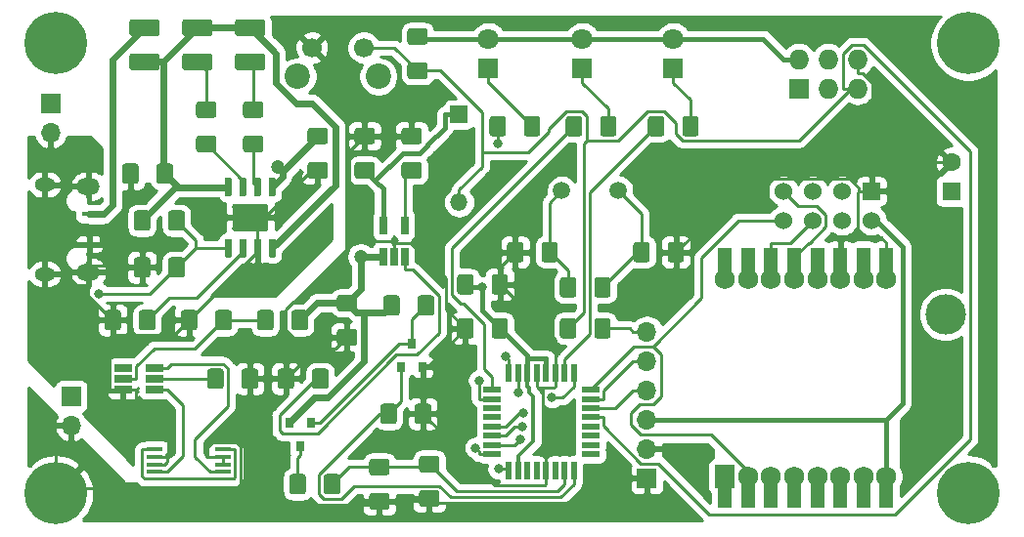
<source format=gbr>
G04 #@! TF.GenerationSoftware,KiCad,Pcbnew,(6.0.0-rc1-dev-1491-g0a4812be0)*
G04 #@! TF.CreationDate,2019-01-28T09:48:38+01:00
G04 #@! TF.ProjectId,mySensors_door_switch,6d795365-6e73-46f7-9273-5f646f6f725f,1.0*
G04 #@! TF.SameCoordinates,Original*
G04 #@! TF.FileFunction,Copper,L1,Top*
G04 #@! TF.FilePolarity,Positive*
%FSLAX46Y46*%
G04 Gerber Fmt 4.6, Leading zero omitted, Abs format (unit mm)*
G04 Created by KiCad (PCBNEW (6.0.0-rc1-dev-1491-g0a4812be0)) date 2019-01-28 09:48:38*
%MOMM*%
%LPD*%
G04 APERTURE LIST*
%ADD10C,0.100000*%
%ADD11C,1.425000*%
%ADD12R,0.800000X0.900000*%
%ADD13C,1.600000*%
%ADD14R,1.600000X1.600000*%
%ADD15O,1.700000X1.700000*%
%ADD16R,1.700000X1.700000*%
%ADD17R,0.650000X1.560000*%
%ADD18R,1.300000X0.450000*%
%ADD19O,2.000000X1.450000*%
%ADD20O,1.800000X1.150000*%
%ADD21R,1.500000X1.500000*%
%ADD22O,1.500000X1.500000*%
%ADD23R,1.800000X1.800000*%
%ADD24C,1.800000*%
%ADD25C,3.500120*%
%ADD26C,0.800000*%
%ADD27C,5.400000*%
%ADD28R,1.727200X1.727200*%
%ADD29O,1.727200X1.727200*%
%ADD30R,1.450000X0.450000*%
%ADD31C,2.200000*%
%ADD32C,1.700000*%
%ADD33R,1.524000X1.524000*%
%ADD34C,1.524000*%
%ADD35R,1.200000X3.000000*%
%ADD36R,1.727200X2.000000*%
%ADD37C,1.727200*%
%ADD38R,0.550000X1.600000*%
%ADD39R,1.600000X0.550000*%
%ADD40C,2.410000*%
%ADD41C,0.500000*%
%ADD42C,0.600000*%
%ADD43R,1.560000X0.650000*%
%ADD44C,1.500000*%
%ADD45C,1.200000*%
%ADD46C,0.279400*%
%ADD47C,0.450000*%
%ADD48C,0.350000*%
%ADD49C,0.800000*%
%ADD50C,0.500000*%
%ADD51C,0.600000*%
%ADD52C,0.254000*%
G04 APERTURE END LIST*
D10*
G36*
X135980504Y-106746204D02*
G01*
X136004773Y-106749804D01*
X136028571Y-106755765D01*
X136051671Y-106764030D01*
X136073849Y-106774520D01*
X136094893Y-106787133D01*
X136114598Y-106801747D01*
X136132777Y-106818223D01*
X136149253Y-106836402D01*
X136163867Y-106856107D01*
X136176480Y-106877151D01*
X136186970Y-106899329D01*
X136195235Y-106922429D01*
X136201196Y-106946227D01*
X136204796Y-106970496D01*
X136206000Y-106995000D01*
X136206000Y-107920000D01*
X136204796Y-107944504D01*
X136201196Y-107968773D01*
X136195235Y-107992571D01*
X136186970Y-108015671D01*
X136176480Y-108037849D01*
X136163867Y-108058893D01*
X136149253Y-108078598D01*
X136132777Y-108096777D01*
X136114598Y-108113253D01*
X136094893Y-108127867D01*
X136073849Y-108140480D01*
X136051671Y-108150970D01*
X136028571Y-108159235D01*
X136004773Y-108165196D01*
X135980504Y-108168796D01*
X135956000Y-108170000D01*
X134706000Y-108170000D01*
X134681496Y-108168796D01*
X134657227Y-108165196D01*
X134633429Y-108159235D01*
X134610329Y-108150970D01*
X134588151Y-108140480D01*
X134567107Y-108127867D01*
X134547402Y-108113253D01*
X134529223Y-108096777D01*
X134512747Y-108078598D01*
X134498133Y-108058893D01*
X134485520Y-108037849D01*
X134475030Y-108015671D01*
X134466765Y-107992571D01*
X134460804Y-107968773D01*
X134457204Y-107944504D01*
X134456000Y-107920000D01*
X134456000Y-106995000D01*
X134457204Y-106970496D01*
X134460804Y-106946227D01*
X134466765Y-106922429D01*
X134475030Y-106899329D01*
X134485520Y-106877151D01*
X134498133Y-106856107D01*
X134512747Y-106836402D01*
X134529223Y-106818223D01*
X134547402Y-106801747D01*
X134567107Y-106787133D01*
X134588151Y-106774520D01*
X134610329Y-106764030D01*
X134633429Y-106755765D01*
X134657227Y-106749804D01*
X134681496Y-106746204D01*
X134706000Y-106745000D01*
X135956000Y-106745000D01*
X135980504Y-106746204D01*
X135980504Y-106746204D01*
G37*
D11*
X135331000Y-107457500D03*
D10*
G36*
X135980504Y-103771204D02*
G01*
X136004773Y-103774804D01*
X136028571Y-103780765D01*
X136051671Y-103789030D01*
X136073849Y-103799520D01*
X136094893Y-103812133D01*
X136114598Y-103826747D01*
X136132777Y-103843223D01*
X136149253Y-103861402D01*
X136163867Y-103881107D01*
X136176480Y-103902151D01*
X136186970Y-103924329D01*
X136195235Y-103947429D01*
X136201196Y-103971227D01*
X136204796Y-103995496D01*
X136206000Y-104020000D01*
X136206000Y-104945000D01*
X136204796Y-104969504D01*
X136201196Y-104993773D01*
X136195235Y-105017571D01*
X136186970Y-105040671D01*
X136176480Y-105062849D01*
X136163867Y-105083893D01*
X136149253Y-105103598D01*
X136132777Y-105121777D01*
X136114598Y-105138253D01*
X136094893Y-105152867D01*
X136073849Y-105165480D01*
X136051671Y-105175970D01*
X136028571Y-105184235D01*
X136004773Y-105190196D01*
X135980504Y-105193796D01*
X135956000Y-105195000D01*
X134706000Y-105195000D01*
X134681496Y-105193796D01*
X134657227Y-105190196D01*
X134633429Y-105184235D01*
X134610329Y-105175970D01*
X134588151Y-105165480D01*
X134567107Y-105152867D01*
X134547402Y-105138253D01*
X134529223Y-105121777D01*
X134512747Y-105103598D01*
X134498133Y-105083893D01*
X134485520Y-105062849D01*
X134475030Y-105040671D01*
X134466765Y-105017571D01*
X134460804Y-104993773D01*
X134457204Y-104969504D01*
X134456000Y-104945000D01*
X134456000Y-104020000D01*
X134457204Y-103995496D01*
X134460804Y-103971227D01*
X134466765Y-103947429D01*
X134475030Y-103924329D01*
X134485520Y-103902151D01*
X134498133Y-103881107D01*
X134512747Y-103861402D01*
X134529223Y-103843223D01*
X134547402Y-103826747D01*
X134567107Y-103812133D01*
X134588151Y-103799520D01*
X134610329Y-103789030D01*
X134633429Y-103780765D01*
X134657227Y-103774804D01*
X134681496Y-103771204D01*
X134706000Y-103770000D01*
X135956000Y-103770000D01*
X135980504Y-103771204D01*
X135980504Y-103771204D01*
G37*
D11*
X135331000Y-104482500D03*
D10*
G36*
X127399504Y-105350204D02*
G01*
X127423773Y-105353804D01*
X127447571Y-105359765D01*
X127470671Y-105368030D01*
X127492849Y-105378520D01*
X127513893Y-105391133D01*
X127533598Y-105405747D01*
X127551777Y-105422223D01*
X127568253Y-105440402D01*
X127582867Y-105460107D01*
X127595480Y-105481151D01*
X127605970Y-105503329D01*
X127614235Y-105526429D01*
X127620196Y-105550227D01*
X127623796Y-105574496D01*
X127625000Y-105599000D01*
X127625000Y-106849000D01*
X127623796Y-106873504D01*
X127620196Y-106897773D01*
X127614235Y-106921571D01*
X127605970Y-106944671D01*
X127595480Y-106966849D01*
X127582867Y-106987893D01*
X127568253Y-107007598D01*
X127551777Y-107025777D01*
X127533598Y-107042253D01*
X127513893Y-107056867D01*
X127492849Y-107069480D01*
X127470671Y-107079970D01*
X127447571Y-107088235D01*
X127423773Y-107094196D01*
X127399504Y-107097796D01*
X127375000Y-107099000D01*
X126450000Y-107099000D01*
X126425496Y-107097796D01*
X126401227Y-107094196D01*
X126377429Y-107088235D01*
X126354329Y-107079970D01*
X126332151Y-107069480D01*
X126311107Y-107056867D01*
X126291402Y-107042253D01*
X126273223Y-107025777D01*
X126256747Y-107007598D01*
X126242133Y-106987893D01*
X126229520Y-106966849D01*
X126219030Y-106944671D01*
X126210765Y-106921571D01*
X126204804Y-106897773D01*
X126201204Y-106873504D01*
X126200000Y-106849000D01*
X126200000Y-105599000D01*
X126201204Y-105574496D01*
X126204804Y-105550227D01*
X126210765Y-105526429D01*
X126219030Y-105503329D01*
X126229520Y-105481151D01*
X126242133Y-105460107D01*
X126256747Y-105440402D01*
X126273223Y-105422223D01*
X126291402Y-105405747D01*
X126311107Y-105391133D01*
X126332151Y-105378520D01*
X126354329Y-105368030D01*
X126377429Y-105359765D01*
X126401227Y-105353804D01*
X126425496Y-105350204D01*
X126450000Y-105349000D01*
X127375000Y-105349000D01*
X127399504Y-105350204D01*
X127399504Y-105350204D01*
G37*
D11*
X126912500Y-106224000D03*
D10*
G36*
X124424504Y-105350204D02*
G01*
X124448773Y-105353804D01*
X124472571Y-105359765D01*
X124495671Y-105368030D01*
X124517849Y-105378520D01*
X124538893Y-105391133D01*
X124558598Y-105405747D01*
X124576777Y-105422223D01*
X124593253Y-105440402D01*
X124607867Y-105460107D01*
X124620480Y-105481151D01*
X124630970Y-105503329D01*
X124639235Y-105526429D01*
X124645196Y-105550227D01*
X124648796Y-105574496D01*
X124650000Y-105599000D01*
X124650000Y-106849000D01*
X124648796Y-106873504D01*
X124645196Y-106897773D01*
X124639235Y-106921571D01*
X124630970Y-106944671D01*
X124620480Y-106966849D01*
X124607867Y-106987893D01*
X124593253Y-107007598D01*
X124576777Y-107025777D01*
X124558598Y-107042253D01*
X124538893Y-107056867D01*
X124517849Y-107069480D01*
X124495671Y-107079970D01*
X124472571Y-107088235D01*
X124448773Y-107094196D01*
X124424504Y-107097796D01*
X124400000Y-107099000D01*
X123475000Y-107099000D01*
X123450496Y-107097796D01*
X123426227Y-107094196D01*
X123402429Y-107088235D01*
X123379329Y-107079970D01*
X123357151Y-107069480D01*
X123336107Y-107056867D01*
X123316402Y-107042253D01*
X123298223Y-107025777D01*
X123281747Y-107007598D01*
X123267133Y-106987893D01*
X123254520Y-106966849D01*
X123244030Y-106944671D01*
X123235765Y-106921571D01*
X123229804Y-106897773D01*
X123226204Y-106873504D01*
X123225000Y-106849000D01*
X123225000Y-105599000D01*
X123226204Y-105574496D01*
X123229804Y-105550227D01*
X123235765Y-105526429D01*
X123244030Y-105503329D01*
X123254520Y-105481151D01*
X123267133Y-105460107D01*
X123281747Y-105440402D01*
X123298223Y-105422223D01*
X123316402Y-105405747D01*
X123336107Y-105391133D01*
X123357151Y-105378520D01*
X123379329Y-105368030D01*
X123402429Y-105359765D01*
X123426227Y-105353804D01*
X123450496Y-105350204D01*
X123475000Y-105349000D01*
X124400000Y-105349000D01*
X124424504Y-105350204D01*
X124424504Y-105350204D01*
G37*
D11*
X123937500Y-106224000D03*
D10*
G36*
X135273504Y-99254204D02*
G01*
X135297773Y-99257804D01*
X135321571Y-99263765D01*
X135344671Y-99272030D01*
X135366849Y-99282520D01*
X135387893Y-99295133D01*
X135407598Y-99309747D01*
X135425777Y-99326223D01*
X135442253Y-99344402D01*
X135456867Y-99364107D01*
X135469480Y-99385151D01*
X135479970Y-99407329D01*
X135488235Y-99430429D01*
X135494196Y-99454227D01*
X135497796Y-99478496D01*
X135499000Y-99503000D01*
X135499000Y-100753000D01*
X135497796Y-100777504D01*
X135494196Y-100801773D01*
X135488235Y-100825571D01*
X135479970Y-100848671D01*
X135469480Y-100870849D01*
X135456867Y-100891893D01*
X135442253Y-100911598D01*
X135425777Y-100929777D01*
X135407598Y-100946253D01*
X135387893Y-100960867D01*
X135366849Y-100973480D01*
X135344671Y-100983970D01*
X135321571Y-100992235D01*
X135297773Y-100998196D01*
X135273504Y-101001796D01*
X135249000Y-101003000D01*
X134324000Y-101003000D01*
X134299496Y-101001796D01*
X134275227Y-100998196D01*
X134251429Y-100992235D01*
X134228329Y-100983970D01*
X134206151Y-100973480D01*
X134185107Y-100960867D01*
X134165402Y-100946253D01*
X134147223Y-100929777D01*
X134130747Y-100911598D01*
X134116133Y-100891893D01*
X134103520Y-100870849D01*
X134093030Y-100848671D01*
X134084765Y-100825571D01*
X134078804Y-100801773D01*
X134075204Y-100777504D01*
X134074000Y-100753000D01*
X134074000Y-99503000D01*
X134075204Y-99478496D01*
X134078804Y-99454227D01*
X134084765Y-99430429D01*
X134093030Y-99407329D01*
X134103520Y-99385151D01*
X134116133Y-99364107D01*
X134130747Y-99344402D01*
X134147223Y-99326223D01*
X134165402Y-99309747D01*
X134185107Y-99295133D01*
X134206151Y-99282520D01*
X134228329Y-99272030D01*
X134251429Y-99263765D01*
X134275227Y-99257804D01*
X134299496Y-99254204D01*
X134324000Y-99253000D01*
X135249000Y-99253000D01*
X135273504Y-99254204D01*
X135273504Y-99254204D01*
G37*
D11*
X134786500Y-100128000D03*
D10*
G36*
X132298504Y-99254204D02*
G01*
X132322773Y-99257804D01*
X132346571Y-99263765D01*
X132369671Y-99272030D01*
X132391849Y-99282520D01*
X132412893Y-99295133D01*
X132432598Y-99309747D01*
X132450777Y-99326223D01*
X132467253Y-99344402D01*
X132481867Y-99364107D01*
X132494480Y-99385151D01*
X132504970Y-99407329D01*
X132513235Y-99430429D01*
X132519196Y-99454227D01*
X132522796Y-99478496D01*
X132524000Y-99503000D01*
X132524000Y-100753000D01*
X132522796Y-100777504D01*
X132519196Y-100801773D01*
X132513235Y-100825571D01*
X132504970Y-100848671D01*
X132494480Y-100870849D01*
X132481867Y-100891893D01*
X132467253Y-100911598D01*
X132450777Y-100929777D01*
X132432598Y-100946253D01*
X132412893Y-100960867D01*
X132391849Y-100973480D01*
X132369671Y-100983970D01*
X132346571Y-100992235D01*
X132322773Y-100998196D01*
X132298504Y-101001796D01*
X132274000Y-101003000D01*
X131349000Y-101003000D01*
X131324496Y-101001796D01*
X131300227Y-100998196D01*
X131276429Y-100992235D01*
X131253329Y-100983970D01*
X131231151Y-100973480D01*
X131210107Y-100960867D01*
X131190402Y-100946253D01*
X131172223Y-100929777D01*
X131155747Y-100911598D01*
X131141133Y-100891893D01*
X131128520Y-100870849D01*
X131118030Y-100848671D01*
X131109765Y-100825571D01*
X131103804Y-100801773D01*
X131100204Y-100777504D01*
X131099000Y-100753000D01*
X131099000Y-99503000D01*
X131100204Y-99478496D01*
X131103804Y-99454227D01*
X131109765Y-99430429D01*
X131118030Y-99407329D01*
X131128520Y-99385151D01*
X131141133Y-99364107D01*
X131155747Y-99344402D01*
X131172223Y-99326223D01*
X131190402Y-99309747D01*
X131210107Y-99295133D01*
X131231151Y-99282520D01*
X131253329Y-99272030D01*
X131276429Y-99263765D01*
X131300227Y-99257804D01*
X131324496Y-99254204D01*
X131349000Y-99253000D01*
X132274000Y-99253000D01*
X132298504Y-99254204D01*
X132298504Y-99254204D01*
G37*
D11*
X131811500Y-100128000D03*
D10*
G36*
X135527504Y-89856404D02*
G01*
X135551773Y-89860004D01*
X135575571Y-89865965D01*
X135598671Y-89874230D01*
X135620849Y-89884720D01*
X135641893Y-89897333D01*
X135661598Y-89911947D01*
X135679777Y-89928423D01*
X135696253Y-89946602D01*
X135710867Y-89966307D01*
X135723480Y-89987351D01*
X135733970Y-90009529D01*
X135742235Y-90032629D01*
X135748196Y-90056427D01*
X135751796Y-90080696D01*
X135753000Y-90105200D01*
X135753000Y-91355200D01*
X135751796Y-91379704D01*
X135748196Y-91403973D01*
X135742235Y-91427771D01*
X135733970Y-91450871D01*
X135723480Y-91473049D01*
X135710867Y-91494093D01*
X135696253Y-91513798D01*
X135679777Y-91531977D01*
X135661598Y-91548453D01*
X135641893Y-91563067D01*
X135620849Y-91575680D01*
X135598671Y-91586170D01*
X135575571Y-91594435D01*
X135551773Y-91600396D01*
X135527504Y-91603996D01*
X135503000Y-91605200D01*
X134578000Y-91605200D01*
X134553496Y-91603996D01*
X134529227Y-91600396D01*
X134505429Y-91594435D01*
X134482329Y-91586170D01*
X134460151Y-91575680D01*
X134439107Y-91563067D01*
X134419402Y-91548453D01*
X134401223Y-91531977D01*
X134384747Y-91513798D01*
X134370133Y-91494093D01*
X134357520Y-91473049D01*
X134347030Y-91450871D01*
X134338765Y-91427771D01*
X134332804Y-91403973D01*
X134329204Y-91379704D01*
X134328000Y-91355200D01*
X134328000Y-90105200D01*
X134329204Y-90080696D01*
X134332804Y-90056427D01*
X134338765Y-90032629D01*
X134347030Y-90009529D01*
X134357520Y-89987351D01*
X134370133Y-89966307D01*
X134384747Y-89946602D01*
X134401223Y-89928423D01*
X134419402Y-89911947D01*
X134439107Y-89897333D01*
X134460151Y-89884720D01*
X134482329Y-89874230D01*
X134505429Y-89865965D01*
X134529227Y-89860004D01*
X134553496Y-89856404D01*
X134578000Y-89855200D01*
X135503000Y-89855200D01*
X135527504Y-89856404D01*
X135527504Y-89856404D01*
G37*
D11*
X135040500Y-90730200D03*
D10*
G36*
X132552504Y-89856404D02*
G01*
X132576773Y-89860004D01*
X132600571Y-89865965D01*
X132623671Y-89874230D01*
X132645849Y-89884720D01*
X132666893Y-89897333D01*
X132686598Y-89911947D01*
X132704777Y-89928423D01*
X132721253Y-89946602D01*
X132735867Y-89966307D01*
X132748480Y-89987351D01*
X132758970Y-90009529D01*
X132767235Y-90032629D01*
X132773196Y-90056427D01*
X132776796Y-90080696D01*
X132778000Y-90105200D01*
X132778000Y-91355200D01*
X132776796Y-91379704D01*
X132773196Y-91403973D01*
X132767235Y-91427771D01*
X132758970Y-91450871D01*
X132748480Y-91473049D01*
X132735867Y-91494093D01*
X132721253Y-91513798D01*
X132704777Y-91531977D01*
X132686598Y-91548453D01*
X132666893Y-91563067D01*
X132645849Y-91575680D01*
X132623671Y-91586170D01*
X132600571Y-91594435D01*
X132576773Y-91600396D01*
X132552504Y-91603996D01*
X132528000Y-91605200D01*
X131603000Y-91605200D01*
X131578496Y-91603996D01*
X131554227Y-91600396D01*
X131530429Y-91594435D01*
X131507329Y-91586170D01*
X131485151Y-91575680D01*
X131464107Y-91563067D01*
X131444402Y-91548453D01*
X131426223Y-91531977D01*
X131409747Y-91513798D01*
X131395133Y-91494093D01*
X131382520Y-91473049D01*
X131372030Y-91450871D01*
X131363765Y-91427771D01*
X131357804Y-91403973D01*
X131354204Y-91379704D01*
X131353000Y-91355200D01*
X131353000Y-90105200D01*
X131354204Y-90080696D01*
X131357804Y-90056427D01*
X131363765Y-90032629D01*
X131372030Y-90009529D01*
X131382520Y-89987351D01*
X131395133Y-89966307D01*
X131409747Y-89946602D01*
X131426223Y-89928423D01*
X131444402Y-89911947D01*
X131464107Y-89897333D01*
X131485151Y-89884720D01*
X131507329Y-89874230D01*
X131530429Y-89865965D01*
X131554227Y-89860004D01*
X131578496Y-89856404D01*
X131603000Y-89855200D01*
X132528000Y-89855200D01*
X132552504Y-89856404D01*
X132552504Y-89856404D01*
G37*
D11*
X132065500Y-90730200D03*
D12*
X133807000Y-94048200D03*
X134757000Y-96048200D03*
X132857000Y-96048200D03*
X124155000Y-102906000D03*
X123205000Y-100906000D03*
X125105000Y-100906000D03*
D10*
G36*
X131662504Y-107000204D02*
G01*
X131686773Y-107003804D01*
X131710571Y-107009765D01*
X131733671Y-107018030D01*
X131755849Y-107028520D01*
X131776893Y-107041133D01*
X131796598Y-107055747D01*
X131814777Y-107072223D01*
X131831253Y-107090402D01*
X131845867Y-107110107D01*
X131858480Y-107131151D01*
X131868970Y-107153329D01*
X131877235Y-107176429D01*
X131883196Y-107200227D01*
X131886796Y-107224496D01*
X131888000Y-107249000D01*
X131888000Y-108174000D01*
X131886796Y-108198504D01*
X131883196Y-108222773D01*
X131877235Y-108246571D01*
X131868970Y-108269671D01*
X131858480Y-108291849D01*
X131845867Y-108312893D01*
X131831253Y-108332598D01*
X131814777Y-108350777D01*
X131796598Y-108367253D01*
X131776893Y-108381867D01*
X131755849Y-108394480D01*
X131733671Y-108404970D01*
X131710571Y-108413235D01*
X131686773Y-108419196D01*
X131662504Y-108422796D01*
X131638000Y-108424000D01*
X130388000Y-108424000D01*
X130363496Y-108422796D01*
X130339227Y-108419196D01*
X130315429Y-108413235D01*
X130292329Y-108404970D01*
X130270151Y-108394480D01*
X130249107Y-108381867D01*
X130229402Y-108367253D01*
X130211223Y-108350777D01*
X130194747Y-108332598D01*
X130180133Y-108312893D01*
X130167520Y-108291849D01*
X130157030Y-108269671D01*
X130148765Y-108246571D01*
X130142804Y-108222773D01*
X130139204Y-108198504D01*
X130138000Y-108174000D01*
X130138000Y-107249000D01*
X130139204Y-107224496D01*
X130142804Y-107200227D01*
X130148765Y-107176429D01*
X130157030Y-107153329D01*
X130167520Y-107131151D01*
X130180133Y-107110107D01*
X130194747Y-107090402D01*
X130211223Y-107072223D01*
X130229402Y-107055747D01*
X130249107Y-107041133D01*
X130270151Y-107028520D01*
X130292329Y-107018030D01*
X130315429Y-107009765D01*
X130339227Y-107003804D01*
X130363496Y-107000204D01*
X130388000Y-106999000D01*
X131638000Y-106999000D01*
X131662504Y-107000204D01*
X131662504Y-107000204D01*
G37*
D11*
X131013000Y-107711500D03*
D10*
G36*
X131662504Y-104025204D02*
G01*
X131686773Y-104028804D01*
X131710571Y-104034765D01*
X131733671Y-104043030D01*
X131755849Y-104053520D01*
X131776893Y-104066133D01*
X131796598Y-104080747D01*
X131814777Y-104097223D01*
X131831253Y-104115402D01*
X131845867Y-104135107D01*
X131858480Y-104156151D01*
X131868970Y-104178329D01*
X131877235Y-104201429D01*
X131883196Y-104225227D01*
X131886796Y-104249496D01*
X131888000Y-104274000D01*
X131888000Y-105199000D01*
X131886796Y-105223504D01*
X131883196Y-105247773D01*
X131877235Y-105271571D01*
X131868970Y-105294671D01*
X131858480Y-105316849D01*
X131845867Y-105337893D01*
X131831253Y-105357598D01*
X131814777Y-105375777D01*
X131796598Y-105392253D01*
X131776893Y-105406867D01*
X131755849Y-105419480D01*
X131733671Y-105429970D01*
X131710571Y-105438235D01*
X131686773Y-105444196D01*
X131662504Y-105447796D01*
X131638000Y-105449000D01*
X130388000Y-105449000D01*
X130363496Y-105447796D01*
X130339227Y-105444196D01*
X130315429Y-105438235D01*
X130292329Y-105429970D01*
X130270151Y-105419480D01*
X130249107Y-105406867D01*
X130229402Y-105392253D01*
X130211223Y-105375777D01*
X130194747Y-105357598D01*
X130180133Y-105337893D01*
X130167520Y-105316849D01*
X130157030Y-105294671D01*
X130148765Y-105271571D01*
X130142804Y-105247773D01*
X130139204Y-105223504D01*
X130138000Y-105199000D01*
X130138000Y-104274000D01*
X130139204Y-104249496D01*
X130142804Y-104225227D01*
X130148765Y-104201429D01*
X130157030Y-104178329D01*
X130167520Y-104156151D01*
X130180133Y-104135107D01*
X130194747Y-104115402D01*
X130211223Y-104097223D01*
X130229402Y-104080747D01*
X130249107Y-104066133D01*
X130270151Y-104053520D01*
X130292329Y-104043030D01*
X130315429Y-104034765D01*
X130339227Y-104028804D01*
X130363496Y-104025204D01*
X130388000Y-104024000D01*
X131638000Y-104024000D01*
X131662504Y-104025204D01*
X131662504Y-104025204D01*
G37*
D11*
X131013000Y-104736500D03*
D10*
G36*
X110962504Y-86554404D02*
G01*
X110986773Y-86558004D01*
X111010571Y-86563965D01*
X111033671Y-86572230D01*
X111055849Y-86582720D01*
X111076893Y-86595333D01*
X111096598Y-86609947D01*
X111114777Y-86626423D01*
X111131253Y-86644602D01*
X111145867Y-86664307D01*
X111158480Y-86685351D01*
X111168970Y-86707529D01*
X111177235Y-86730629D01*
X111183196Y-86754427D01*
X111186796Y-86778696D01*
X111188000Y-86803200D01*
X111188000Y-88053200D01*
X111186796Y-88077704D01*
X111183196Y-88101973D01*
X111177235Y-88125771D01*
X111168970Y-88148871D01*
X111158480Y-88171049D01*
X111145867Y-88192093D01*
X111131253Y-88211798D01*
X111114777Y-88229977D01*
X111096598Y-88246453D01*
X111076893Y-88261067D01*
X111055849Y-88273680D01*
X111033671Y-88284170D01*
X111010571Y-88292435D01*
X110986773Y-88298396D01*
X110962504Y-88301996D01*
X110938000Y-88303200D01*
X110013000Y-88303200D01*
X109988496Y-88301996D01*
X109964227Y-88298396D01*
X109940429Y-88292435D01*
X109917329Y-88284170D01*
X109895151Y-88273680D01*
X109874107Y-88261067D01*
X109854402Y-88246453D01*
X109836223Y-88229977D01*
X109819747Y-88211798D01*
X109805133Y-88192093D01*
X109792520Y-88171049D01*
X109782030Y-88148871D01*
X109773765Y-88125771D01*
X109767804Y-88101973D01*
X109764204Y-88077704D01*
X109763000Y-88053200D01*
X109763000Y-86803200D01*
X109764204Y-86778696D01*
X109767804Y-86754427D01*
X109773765Y-86730629D01*
X109782030Y-86707529D01*
X109792520Y-86685351D01*
X109805133Y-86664307D01*
X109819747Y-86644602D01*
X109836223Y-86626423D01*
X109854402Y-86609947D01*
X109874107Y-86595333D01*
X109895151Y-86582720D01*
X109917329Y-86572230D01*
X109940429Y-86563965D01*
X109964227Y-86558004D01*
X109988496Y-86554404D01*
X110013000Y-86553200D01*
X110938000Y-86553200D01*
X110962504Y-86554404D01*
X110962504Y-86554404D01*
G37*
D11*
X110475500Y-87428200D03*
D10*
G36*
X113937504Y-86554404D02*
G01*
X113961773Y-86558004D01*
X113985571Y-86563965D01*
X114008671Y-86572230D01*
X114030849Y-86582720D01*
X114051893Y-86595333D01*
X114071598Y-86609947D01*
X114089777Y-86626423D01*
X114106253Y-86644602D01*
X114120867Y-86664307D01*
X114133480Y-86685351D01*
X114143970Y-86707529D01*
X114152235Y-86730629D01*
X114158196Y-86754427D01*
X114161796Y-86778696D01*
X114163000Y-86803200D01*
X114163000Y-88053200D01*
X114161796Y-88077704D01*
X114158196Y-88101973D01*
X114152235Y-88125771D01*
X114143970Y-88148871D01*
X114133480Y-88171049D01*
X114120867Y-88192093D01*
X114106253Y-88211798D01*
X114089777Y-88229977D01*
X114071598Y-88246453D01*
X114051893Y-88261067D01*
X114030849Y-88273680D01*
X114008671Y-88284170D01*
X113985571Y-88292435D01*
X113961773Y-88298396D01*
X113937504Y-88301996D01*
X113913000Y-88303200D01*
X112988000Y-88303200D01*
X112963496Y-88301996D01*
X112939227Y-88298396D01*
X112915429Y-88292435D01*
X112892329Y-88284170D01*
X112870151Y-88273680D01*
X112849107Y-88261067D01*
X112829402Y-88246453D01*
X112811223Y-88229977D01*
X112794747Y-88211798D01*
X112780133Y-88192093D01*
X112767520Y-88171049D01*
X112757030Y-88148871D01*
X112748765Y-88125771D01*
X112742804Y-88101973D01*
X112739204Y-88077704D01*
X112738000Y-88053200D01*
X112738000Y-86803200D01*
X112739204Y-86778696D01*
X112742804Y-86754427D01*
X112748765Y-86730629D01*
X112757030Y-86707529D01*
X112767520Y-86685351D01*
X112780133Y-86664307D01*
X112794747Y-86644602D01*
X112811223Y-86626423D01*
X112829402Y-86609947D01*
X112849107Y-86595333D01*
X112870151Y-86582720D01*
X112892329Y-86572230D01*
X112915429Y-86563965D01*
X112939227Y-86558004D01*
X112963496Y-86554404D01*
X112988000Y-86553200D01*
X113913000Y-86553200D01*
X113937504Y-86554404D01*
X113937504Y-86554404D01*
G37*
D11*
X113450500Y-87428200D03*
D10*
G36*
X113937504Y-82490404D02*
G01*
X113961773Y-82494004D01*
X113985571Y-82499965D01*
X114008671Y-82508230D01*
X114030849Y-82518720D01*
X114051893Y-82531333D01*
X114071598Y-82545947D01*
X114089777Y-82562423D01*
X114106253Y-82580602D01*
X114120867Y-82600307D01*
X114133480Y-82621351D01*
X114143970Y-82643529D01*
X114152235Y-82666629D01*
X114158196Y-82690427D01*
X114161796Y-82714696D01*
X114163000Y-82739200D01*
X114163000Y-83989200D01*
X114161796Y-84013704D01*
X114158196Y-84037973D01*
X114152235Y-84061771D01*
X114143970Y-84084871D01*
X114133480Y-84107049D01*
X114120867Y-84128093D01*
X114106253Y-84147798D01*
X114089777Y-84165977D01*
X114071598Y-84182453D01*
X114051893Y-84197067D01*
X114030849Y-84209680D01*
X114008671Y-84220170D01*
X113985571Y-84228435D01*
X113961773Y-84234396D01*
X113937504Y-84237996D01*
X113913000Y-84239200D01*
X112988000Y-84239200D01*
X112963496Y-84237996D01*
X112939227Y-84234396D01*
X112915429Y-84228435D01*
X112892329Y-84220170D01*
X112870151Y-84209680D01*
X112849107Y-84197067D01*
X112829402Y-84182453D01*
X112811223Y-84165977D01*
X112794747Y-84147798D01*
X112780133Y-84128093D01*
X112767520Y-84107049D01*
X112757030Y-84084871D01*
X112748765Y-84061771D01*
X112742804Y-84037973D01*
X112739204Y-84013704D01*
X112738000Y-83989200D01*
X112738000Y-82739200D01*
X112739204Y-82714696D01*
X112742804Y-82690427D01*
X112748765Y-82666629D01*
X112757030Y-82643529D01*
X112767520Y-82621351D01*
X112780133Y-82600307D01*
X112794747Y-82580602D01*
X112811223Y-82562423D01*
X112829402Y-82545947D01*
X112849107Y-82531333D01*
X112870151Y-82518720D01*
X112892329Y-82508230D01*
X112915429Y-82499965D01*
X112939227Y-82494004D01*
X112963496Y-82490404D01*
X112988000Y-82489200D01*
X113913000Y-82489200D01*
X113937504Y-82490404D01*
X113937504Y-82490404D01*
G37*
D11*
X113450500Y-83364200D03*
D10*
G36*
X110962504Y-82490404D02*
G01*
X110986773Y-82494004D01*
X111010571Y-82499965D01*
X111033671Y-82508230D01*
X111055849Y-82518720D01*
X111076893Y-82531333D01*
X111096598Y-82545947D01*
X111114777Y-82562423D01*
X111131253Y-82580602D01*
X111145867Y-82600307D01*
X111158480Y-82621351D01*
X111168970Y-82643529D01*
X111177235Y-82666629D01*
X111183196Y-82690427D01*
X111186796Y-82714696D01*
X111188000Y-82739200D01*
X111188000Y-83989200D01*
X111186796Y-84013704D01*
X111183196Y-84037973D01*
X111177235Y-84061771D01*
X111168970Y-84084871D01*
X111158480Y-84107049D01*
X111145867Y-84128093D01*
X111131253Y-84147798D01*
X111114777Y-84165977D01*
X111096598Y-84182453D01*
X111076893Y-84197067D01*
X111055849Y-84209680D01*
X111033671Y-84220170D01*
X111010571Y-84228435D01*
X110986773Y-84234396D01*
X110962504Y-84237996D01*
X110938000Y-84239200D01*
X110013000Y-84239200D01*
X109988496Y-84237996D01*
X109964227Y-84234396D01*
X109940429Y-84228435D01*
X109917329Y-84220170D01*
X109895151Y-84209680D01*
X109874107Y-84197067D01*
X109854402Y-84182453D01*
X109836223Y-84165977D01*
X109819747Y-84147798D01*
X109805133Y-84128093D01*
X109792520Y-84107049D01*
X109782030Y-84084871D01*
X109773765Y-84061771D01*
X109767804Y-84037973D01*
X109764204Y-84013704D01*
X109763000Y-83989200D01*
X109763000Y-82739200D01*
X109764204Y-82714696D01*
X109767804Y-82690427D01*
X109773765Y-82666629D01*
X109782030Y-82643529D01*
X109792520Y-82621351D01*
X109805133Y-82600307D01*
X109819747Y-82580602D01*
X109836223Y-82562423D01*
X109854402Y-82545947D01*
X109874107Y-82531333D01*
X109895151Y-82518720D01*
X109917329Y-82508230D01*
X109940429Y-82499965D01*
X109964227Y-82494004D01*
X109988496Y-82490404D01*
X110013000Y-82489200D01*
X110938000Y-82489200D01*
X110962504Y-82490404D01*
X110962504Y-82490404D01*
G37*
D11*
X110475500Y-83364200D03*
D10*
G36*
X115026504Y-91126404D02*
G01*
X115050773Y-91130004D01*
X115074571Y-91135965D01*
X115097671Y-91144230D01*
X115119849Y-91154720D01*
X115140893Y-91167333D01*
X115160598Y-91181947D01*
X115178777Y-91198423D01*
X115195253Y-91216602D01*
X115209867Y-91236307D01*
X115222480Y-91257351D01*
X115232970Y-91279529D01*
X115241235Y-91302629D01*
X115247196Y-91326427D01*
X115250796Y-91350696D01*
X115252000Y-91375200D01*
X115252000Y-92625200D01*
X115250796Y-92649704D01*
X115247196Y-92673973D01*
X115241235Y-92697771D01*
X115232970Y-92720871D01*
X115222480Y-92743049D01*
X115209867Y-92764093D01*
X115195253Y-92783798D01*
X115178777Y-92801977D01*
X115160598Y-92818453D01*
X115140893Y-92833067D01*
X115119849Y-92845680D01*
X115097671Y-92856170D01*
X115074571Y-92864435D01*
X115050773Y-92870396D01*
X115026504Y-92873996D01*
X115002000Y-92875200D01*
X114077000Y-92875200D01*
X114052496Y-92873996D01*
X114028227Y-92870396D01*
X114004429Y-92864435D01*
X113981329Y-92856170D01*
X113959151Y-92845680D01*
X113938107Y-92833067D01*
X113918402Y-92818453D01*
X113900223Y-92801977D01*
X113883747Y-92783798D01*
X113869133Y-92764093D01*
X113856520Y-92743049D01*
X113846030Y-92720871D01*
X113837765Y-92697771D01*
X113831804Y-92673973D01*
X113828204Y-92649704D01*
X113827000Y-92625200D01*
X113827000Y-91375200D01*
X113828204Y-91350696D01*
X113831804Y-91326427D01*
X113837765Y-91302629D01*
X113846030Y-91279529D01*
X113856520Y-91257351D01*
X113869133Y-91236307D01*
X113883747Y-91216602D01*
X113900223Y-91198423D01*
X113918402Y-91181947D01*
X113938107Y-91167333D01*
X113959151Y-91154720D01*
X113981329Y-91144230D01*
X114004429Y-91135965D01*
X114028227Y-91130004D01*
X114052496Y-91126404D01*
X114077000Y-91125200D01*
X115002000Y-91125200D01*
X115026504Y-91126404D01*
X115026504Y-91126404D01*
G37*
D11*
X114539500Y-92000200D03*
D10*
G36*
X118001504Y-91126404D02*
G01*
X118025773Y-91130004D01*
X118049571Y-91135965D01*
X118072671Y-91144230D01*
X118094849Y-91154720D01*
X118115893Y-91167333D01*
X118135598Y-91181947D01*
X118153777Y-91198423D01*
X118170253Y-91216602D01*
X118184867Y-91236307D01*
X118197480Y-91257351D01*
X118207970Y-91279529D01*
X118216235Y-91302629D01*
X118222196Y-91326427D01*
X118225796Y-91350696D01*
X118227000Y-91375200D01*
X118227000Y-92625200D01*
X118225796Y-92649704D01*
X118222196Y-92673973D01*
X118216235Y-92697771D01*
X118207970Y-92720871D01*
X118197480Y-92743049D01*
X118184867Y-92764093D01*
X118170253Y-92783798D01*
X118153777Y-92801977D01*
X118135598Y-92818453D01*
X118115893Y-92833067D01*
X118094849Y-92845680D01*
X118072671Y-92856170D01*
X118049571Y-92864435D01*
X118025773Y-92870396D01*
X118001504Y-92873996D01*
X117977000Y-92875200D01*
X117052000Y-92875200D01*
X117027496Y-92873996D01*
X117003227Y-92870396D01*
X116979429Y-92864435D01*
X116956329Y-92856170D01*
X116934151Y-92845680D01*
X116913107Y-92833067D01*
X116893402Y-92818453D01*
X116875223Y-92801977D01*
X116858747Y-92783798D01*
X116844133Y-92764093D01*
X116831520Y-92743049D01*
X116821030Y-92720871D01*
X116812765Y-92697771D01*
X116806804Y-92673973D01*
X116803204Y-92649704D01*
X116802000Y-92625200D01*
X116802000Y-91375200D01*
X116803204Y-91350696D01*
X116806804Y-91326427D01*
X116812765Y-91302629D01*
X116821030Y-91279529D01*
X116831520Y-91257351D01*
X116844133Y-91236307D01*
X116858747Y-91216602D01*
X116875223Y-91198423D01*
X116893402Y-91181947D01*
X116913107Y-91167333D01*
X116934151Y-91154720D01*
X116956329Y-91144230D01*
X116979429Y-91135965D01*
X117003227Y-91130004D01*
X117027496Y-91126404D01*
X117052000Y-91125200D01*
X117977000Y-91125200D01*
X118001504Y-91126404D01*
X118001504Y-91126404D01*
G37*
D11*
X117514500Y-92000200D03*
D13*
X180543000Y-78324200D03*
D14*
X180543000Y-80824200D03*
D15*
X104343000Y-101144200D03*
D16*
X104343000Y-98604200D03*
D15*
X102565000Y-75744200D03*
D16*
X102565000Y-73204200D03*
D17*
X131333000Y-83792200D03*
X133233000Y-83792200D03*
X133233000Y-86492200D03*
X132283000Y-86492200D03*
X131333000Y-86492200D03*
D10*
G36*
X116676504Y-73037404D02*
G01*
X116700773Y-73041004D01*
X116724571Y-73046965D01*
X116747671Y-73055230D01*
X116769849Y-73065720D01*
X116790893Y-73078333D01*
X116810598Y-73092947D01*
X116828777Y-73109423D01*
X116845253Y-73127602D01*
X116859867Y-73147307D01*
X116872480Y-73168351D01*
X116882970Y-73190529D01*
X116891235Y-73213629D01*
X116897196Y-73237427D01*
X116900796Y-73261696D01*
X116902000Y-73286200D01*
X116902000Y-74211200D01*
X116900796Y-74235704D01*
X116897196Y-74259973D01*
X116891235Y-74283771D01*
X116882970Y-74306871D01*
X116872480Y-74329049D01*
X116859867Y-74350093D01*
X116845253Y-74369798D01*
X116828777Y-74387977D01*
X116810598Y-74404453D01*
X116790893Y-74419067D01*
X116769849Y-74431680D01*
X116747671Y-74442170D01*
X116724571Y-74450435D01*
X116700773Y-74456396D01*
X116676504Y-74459996D01*
X116652000Y-74461200D01*
X115402000Y-74461200D01*
X115377496Y-74459996D01*
X115353227Y-74456396D01*
X115329429Y-74450435D01*
X115306329Y-74442170D01*
X115284151Y-74431680D01*
X115263107Y-74419067D01*
X115243402Y-74404453D01*
X115225223Y-74387977D01*
X115208747Y-74369798D01*
X115194133Y-74350093D01*
X115181520Y-74329049D01*
X115171030Y-74306871D01*
X115162765Y-74283771D01*
X115156804Y-74259973D01*
X115153204Y-74235704D01*
X115152000Y-74211200D01*
X115152000Y-73286200D01*
X115153204Y-73261696D01*
X115156804Y-73237427D01*
X115162765Y-73213629D01*
X115171030Y-73190529D01*
X115181520Y-73168351D01*
X115194133Y-73147307D01*
X115208747Y-73127602D01*
X115225223Y-73109423D01*
X115243402Y-73092947D01*
X115263107Y-73078333D01*
X115284151Y-73065720D01*
X115306329Y-73055230D01*
X115329429Y-73046965D01*
X115353227Y-73041004D01*
X115377496Y-73037404D01*
X115402000Y-73036200D01*
X116652000Y-73036200D01*
X116676504Y-73037404D01*
X116676504Y-73037404D01*
G37*
D11*
X116027000Y-73748700D03*
D10*
G36*
X116676504Y-76012404D02*
G01*
X116700773Y-76016004D01*
X116724571Y-76021965D01*
X116747671Y-76030230D01*
X116769849Y-76040720D01*
X116790893Y-76053333D01*
X116810598Y-76067947D01*
X116828777Y-76084423D01*
X116845253Y-76102602D01*
X116859867Y-76122307D01*
X116872480Y-76143351D01*
X116882970Y-76165529D01*
X116891235Y-76188629D01*
X116897196Y-76212427D01*
X116900796Y-76236696D01*
X116902000Y-76261200D01*
X116902000Y-77186200D01*
X116900796Y-77210704D01*
X116897196Y-77234973D01*
X116891235Y-77258771D01*
X116882970Y-77281871D01*
X116872480Y-77304049D01*
X116859867Y-77325093D01*
X116845253Y-77344798D01*
X116828777Y-77362977D01*
X116810598Y-77379453D01*
X116790893Y-77394067D01*
X116769849Y-77406680D01*
X116747671Y-77417170D01*
X116724571Y-77425435D01*
X116700773Y-77431396D01*
X116676504Y-77434996D01*
X116652000Y-77436200D01*
X115402000Y-77436200D01*
X115377496Y-77434996D01*
X115353227Y-77431396D01*
X115329429Y-77425435D01*
X115306329Y-77417170D01*
X115284151Y-77406680D01*
X115263107Y-77394067D01*
X115243402Y-77379453D01*
X115225223Y-77362977D01*
X115208747Y-77344798D01*
X115194133Y-77325093D01*
X115181520Y-77304049D01*
X115171030Y-77281871D01*
X115162765Y-77258771D01*
X115156804Y-77234973D01*
X115153204Y-77210704D01*
X115152000Y-77186200D01*
X115152000Y-76261200D01*
X115153204Y-76236696D01*
X115156804Y-76212427D01*
X115162765Y-76188629D01*
X115171030Y-76165529D01*
X115181520Y-76143351D01*
X115194133Y-76122307D01*
X115208747Y-76102602D01*
X115225223Y-76084423D01*
X115243402Y-76067947D01*
X115263107Y-76053333D01*
X115284151Y-76040720D01*
X115306329Y-76030230D01*
X115329429Y-76021965D01*
X115353227Y-76016004D01*
X115377496Y-76012404D01*
X115402000Y-76011200D01*
X116652000Y-76011200D01*
X116676504Y-76012404D01*
X116676504Y-76012404D01*
G37*
D11*
X116027000Y-76723700D03*
D10*
G36*
X126328504Y-78298404D02*
G01*
X126352773Y-78302004D01*
X126376571Y-78307965D01*
X126399671Y-78316230D01*
X126421849Y-78326720D01*
X126442893Y-78339333D01*
X126462598Y-78353947D01*
X126480777Y-78370423D01*
X126497253Y-78388602D01*
X126511867Y-78408307D01*
X126524480Y-78429351D01*
X126534970Y-78451529D01*
X126543235Y-78474629D01*
X126549196Y-78498427D01*
X126552796Y-78522696D01*
X126554000Y-78547200D01*
X126554000Y-79472200D01*
X126552796Y-79496704D01*
X126549196Y-79520973D01*
X126543235Y-79544771D01*
X126534970Y-79567871D01*
X126524480Y-79590049D01*
X126511867Y-79611093D01*
X126497253Y-79630798D01*
X126480777Y-79648977D01*
X126462598Y-79665453D01*
X126442893Y-79680067D01*
X126421849Y-79692680D01*
X126399671Y-79703170D01*
X126376571Y-79711435D01*
X126352773Y-79717396D01*
X126328504Y-79720996D01*
X126304000Y-79722200D01*
X125054000Y-79722200D01*
X125029496Y-79720996D01*
X125005227Y-79717396D01*
X124981429Y-79711435D01*
X124958329Y-79703170D01*
X124936151Y-79692680D01*
X124915107Y-79680067D01*
X124895402Y-79665453D01*
X124877223Y-79648977D01*
X124860747Y-79630798D01*
X124846133Y-79611093D01*
X124833520Y-79590049D01*
X124823030Y-79567871D01*
X124814765Y-79544771D01*
X124808804Y-79520973D01*
X124805204Y-79496704D01*
X124804000Y-79472200D01*
X124804000Y-78547200D01*
X124805204Y-78522696D01*
X124808804Y-78498427D01*
X124814765Y-78474629D01*
X124823030Y-78451529D01*
X124833520Y-78429351D01*
X124846133Y-78408307D01*
X124860747Y-78388602D01*
X124877223Y-78370423D01*
X124895402Y-78353947D01*
X124915107Y-78339333D01*
X124936151Y-78326720D01*
X124958329Y-78316230D01*
X124981429Y-78307965D01*
X125005227Y-78302004D01*
X125029496Y-78298404D01*
X125054000Y-78297200D01*
X126304000Y-78297200D01*
X126328504Y-78298404D01*
X126328504Y-78298404D01*
G37*
D11*
X125679000Y-79009700D03*
D10*
G36*
X126328504Y-75323404D02*
G01*
X126352773Y-75327004D01*
X126376571Y-75332965D01*
X126399671Y-75341230D01*
X126421849Y-75351720D01*
X126442893Y-75364333D01*
X126462598Y-75378947D01*
X126480777Y-75395423D01*
X126497253Y-75413602D01*
X126511867Y-75433307D01*
X126524480Y-75454351D01*
X126534970Y-75476529D01*
X126543235Y-75499629D01*
X126549196Y-75523427D01*
X126552796Y-75547696D01*
X126554000Y-75572200D01*
X126554000Y-76497200D01*
X126552796Y-76521704D01*
X126549196Y-76545973D01*
X126543235Y-76569771D01*
X126534970Y-76592871D01*
X126524480Y-76615049D01*
X126511867Y-76636093D01*
X126497253Y-76655798D01*
X126480777Y-76673977D01*
X126462598Y-76690453D01*
X126442893Y-76705067D01*
X126421849Y-76717680D01*
X126399671Y-76728170D01*
X126376571Y-76736435D01*
X126352773Y-76742396D01*
X126328504Y-76745996D01*
X126304000Y-76747200D01*
X125054000Y-76747200D01*
X125029496Y-76745996D01*
X125005227Y-76742396D01*
X124981429Y-76736435D01*
X124958329Y-76728170D01*
X124936151Y-76717680D01*
X124915107Y-76705067D01*
X124895402Y-76690453D01*
X124877223Y-76673977D01*
X124860747Y-76655798D01*
X124846133Y-76636093D01*
X124833520Y-76615049D01*
X124823030Y-76592871D01*
X124814765Y-76569771D01*
X124808804Y-76545973D01*
X124805204Y-76521704D01*
X124804000Y-76497200D01*
X124804000Y-75572200D01*
X124805204Y-75547696D01*
X124808804Y-75523427D01*
X124814765Y-75499629D01*
X124823030Y-75476529D01*
X124833520Y-75454351D01*
X124846133Y-75433307D01*
X124860747Y-75413602D01*
X124877223Y-75395423D01*
X124895402Y-75378947D01*
X124915107Y-75364333D01*
X124936151Y-75351720D01*
X124958329Y-75341230D01*
X124981429Y-75332965D01*
X125005227Y-75327004D01*
X125029496Y-75323404D01*
X125054000Y-75322200D01*
X126304000Y-75322200D01*
X126328504Y-75323404D01*
X126328504Y-75323404D01*
G37*
D11*
X125679000Y-76034700D03*
D10*
G36*
X128868504Y-92776404D02*
G01*
X128892773Y-92780004D01*
X128916571Y-92785965D01*
X128939671Y-92794230D01*
X128961849Y-92804720D01*
X128982893Y-92817333D01*
X129002598Y-92831947D01*
X129020777Y-92848423D01*
X129037253Y-92866602D01*
X129051867Y-92886307D01*
X129064480Y-92907351D01*
X129074970Y-92929529D01*
X129083235Y-92952629D01*
X129089196Y-92976427D01*
X129092796Y-93000696D01*
X129094000Y-93025200D01*
X129094000Y-93950200D01*
X129092796Y-93974704D01*
X129089196Y-93998973D01*
X129083235Y-94022771D01*
X129074970Y-94045871D01*
X129064480Y-94068049D01*
X129051867Y-94089093D01*
X129037253Y-94108798D01*
X129020777Y-94126977D01*
X129002598Y-94143453D01*
X128982893Y-94158067D01*
X128961849Y-94170680D01*
X128939671Y-94181170D01*
X128916571Y-94189435D01*
X128892773Y-94195396D01*
X128868504Y-94198996D01*
X128844000Y-94200200D01*
X127594000Y-94200200D01*
X127569496Y-94198996D01*
X127545227Y-94195396D01*
X127521429Y-94189435D01*
X127498329Y-94181170D01*
X127476151Y-94170680D01*
X127455107Y-94158067D01*
X127435402Y-94143453D01*
X127417223Y-94126977D01*
X127400747Y-94108798D01*
X127386133Y-94089093D01*
X127373520Y-94068049D01*
X127363030Y-94045871D01*
X127354765Y-94022771D01*
X127348804Y-93998973D01*
X127345204Y-93974704D01*
X127344000Y-93950200D01*
X127344000Y-93025200D01*
X127345204Y-93000696D01*
X127348804Y-92976427D01*
X127354765Y-92952629D01*
X127363030Y-92929529D01*
X127373520Y-92907351D01*
X127386133Y-92886307D01*
X127400747Y-92866602D01*
X127417223Y-92848423D01*
X127435402Y-92831947D01*
X127455107Y-92817333D01*
X127476151Y-92804720D01*
X127498329Y-92794230D01*
X127521429Y-92785965D01*
X127545227Y-92780004D01*
X127569496Y-92776404D01*
X127594000Y-92775200D01*
X128844000Y-92775200D01*
X128868504Y-92776404D01*
X128868504Y-92776404D01*
G37*
D11*
X128219000Y-93487700D03*
D10*
G36*
X128868504Y-89801404D02*
G01*
X128892773Y-89805004D01*
X128916571Y-89810965D01*
X128939671Y-89819230D01*
X128961849Y-89829720D01*
X128982893Y-89842333D01*
X129002598Y-89856947D01*
X129020777Y-89873423D01*
X129037253Y-89891602D01*
X129051867Y-89911307D01*
X129064480Y-89932351D01*
X129074970Y-89954529D01*
X129083235Y-89977629D01*
X129089196Y-90001427D01*
X129092796Y-90025696D01*
X129094000Y-90050200D01*
X129094000Y-90975200D01*
X129092796Y-90999704D01*
X129089196Y-91023973D01*
X129083235Y-91047771D01*
X129074970Y-91070871D01*
X129064480Y-91093049D01*
X129051867Y-91114093D01*
X129037253Y-91133798D01*
X129020777Y-91151977D01*
X129002598Y-91168453D01*
X128982893Y-91183067D01*
X128961849Y-91195680D01*
X128939671Y-91206170D01*
X128916571Y-91214435D01*
X128892773Y-91220396D01*
X128868504Y-91223996D01*
X128844000Y-91225200D01*
X127594000Y-91225200D01*
X127569496Y-91223996D01*
X127545227Y-91220396D01*
X127521429Y-91214435D01*
X127498329Y-91206170D01*
X127476151Y-91195680D01*
X127455107Y-91183067D01*
X127435402Y-91168453D01*
X127417223Y-91151977D01*
X127400747Y-91133798D01*
X127386133Y-91114093D01*
X127373520Y-91093049D01*
X127363030Y-91070871D01*
X127354765Y-91047771D01*
X127348804Y-91023973D01*
X127345204Y-90999704D01*
X127344000Y-90975200D01*
X127344000Y-90050200D01*
X127345204Y-90025696D01*
X127348804Y-90001427D01*
X127354765Y-89977629D01*
X127363030Y-89954529D01*
X127373520Y-89932351D01*
X127386133Y-89911307D01*
X127400747Y-89891602D01*
X127417223Y-89873423D01*
X127435402Y-89856947D01*
X127455107Y-89842333D01*
X127476151Y-89829720D01*
X127498329Y-89819230D01*
X127521429Y-89810965D01*
X127545227Y-89805004D01*
X127569496Y-89801404D01*
X127594000Y-89800200D01*
X128844000Y-89800200D01*
X128868504Y-89801404D01*
X128868504Y-89801404D01*
G37*
D11*
X128219000Y-90512700D03*
D10*
G36*
X109946504Y-78426404D02*
G01*
X109970773Y-78430004D01*
X109994571Y-78435965D01*
X110017671Y-78444230D01*
X110039849Y-78454720D01*
X110060893Y-78467333D01*
X110080598Y-78481947D01*
X110098777Y-78498423D01*
X110115253Y-78516602D01*
X110129867Y-78536307D01*
X110142480Y-78557351D01*
X110152970Y-78579529D01*
X110161235Y-78602629D01*
X110167196Y-78626427D01*
X110170796Y-78650696D01*
X110172000Y-78675200D01*
X110172000Y-79925200D01*
X110170796Y-79949704D01*
X110167196Y-79973973D01*
X110161235Y-79997771D01*
X110152970Y-80020871D01*
X110142480Y-80043049D01*
X110129867Y-80064093D01*
X110115253Y-80083798D01*
X110098777Y-80101977D01*
X110080598Y-80118453D01*
X110060893Y-80133067D01*
X110039849Y-80145680D01*
X110017671Y-80156170D01*
X109994571Y-80164435D01*
X109970773Y-80170396D01*
X109946504Y-80173996D01*
X109922000Y-80175200D01*
X108997000Y-80175200D01*
X108972496Y-80173996D01*
X108948227Y-80170396D01*
X108924429Y-80164435D01*
X108901329Y-80156170D01*
X108879151Y-80145680D01*
X108858107Y-80133067D01*
X108838402Y-80118453D01*
X108820223Y-80101977D01*
X108803747Y-80083798D01*
X108789133Y-80064093D01*
X108776520Y-80043049D01*
X108766030Y-80020871D01*
X108757765Y-79997771D01*
X108751804Y-79973973D01*
X108748204Y-79949704D01*
X108747000Y-79925200D01*
X108747000Y-78675200D01*
X108748204Y-78650696D01*
X108751804Y-78626427D01*
X108757765Y-78602629D01*
X108766030Y-78579529D01*
X108776520Y-78557351D01*
X108789133Y-78536307D01*
X108803747Y-78516602D01*
X108820223Y-78498423D01*
X108838402Y-78481947D01*
X108858107Y-78467333D01*
X108879151Y-78454720D01*
X108901329Y-78444230D01*
X108924429Y-78435965D01*
X108948227Y-78430004D01*
X108972496Y-78426404D01*
X108997000Y-78425200D01*
X109922000Y-78425200D01*
X109946504Y-78426404D01*
X109946504Y-78426404D01*
G37*
D11*
X109459500Y-79300200D03*
D10*
G36*
X112921504Y-78426404D02*
G01*
X112945773Y-78430004D01*
X112969571Y-78435965D01*
X112992671Y-78444230D01*
X113014849Y-78454720D01*
X113035893Y-78467333D01*
X113055598Y-78481947D01*
X113073777Y-78498423D01*
X113090253Y-78516602D01*
X113104867Y-78536307D01*
X113117480Y-78557351D01*
X113127970Y-78579529D01*
X113136235Y-78602629D01*
X113142196Y-78626427D01*
X113145796Y-78650696D01*
X113147000Y-78675200D01*
X113147000Y-79925200D01*
X113145796Y-79949704D01*
X113142196Y-79973973D01*
X113136235Y-79997771D01*
X113127970Y-80020871D01*
X113117480Y-80043049D01*
X113104867Y-80064093D01*
X113090253Y-80083798D01*
X113073777Y-80101977D01*
X113055598Y-80118453D01*
X113035893Y-80133067D01*
X113014849Y-80145680D01*
X112992671Y-80156170D01*
X112969571Y-80164435D01*
X112945773Y-80170396D01*
X112921504Y-80173996D01*
X112897000Y-80175200D01*
X111972000Y-80175200D01*
X111947496Y-80173996D01*
X111923227Y-80170396D01*
X111899429Y-80164435D01*
X111876329Y-80156170D01*
X111854151Y-80145680D01*
X111833107Y-80133067D01*
X111813402Y-80118453D01*
X111795223Y-80101977D01*
X111778747Y-80083798D01*
X111764133Y-80064093D01*
X111751520Y-80043049D01*
X111741030Y-80020871D01*
X111732765Y-79997771D01*
X111726804Y-79973973D01*
X111723204Y-79949704D01*
X111722000Y-79925200D01*
X111722000Y-78675200D01*
X111723204Y-78650696D01*
X111726804Y-78626427D01*
X111732765Y-78602629D01*
X111741030Y-78579529D01*
X111751520Y-78557351D01*
X111764133Y-78536307D01*
X111778747Y-78516602D01*
X111795223Y-78498423D01*
X111813402Y-78481947D01*
X111833107Y-78467333D01*
X111854151Y-78454720D01*
X111876329Y-78444230D01*
X111899429Y-78435965D01*
X111923227Y-78430004D01*
X111947496Y-78426404D01*
X111972000Y-78425200D01*
X112897000Y-78425200D01*
X112921504Y-78426404D01*
X112921504Y-78426404D01*
G37*
D11*
X112434500Y-79300200D03*
D18*
X105887000Y-82826200D03*
X105887000Y-85426200D03*
D19*
X105837000Y-80401200D03*
X105837000Y-87851200D03*
D20*
X102037000Y-80251200D03*
X102037000Y-88001200D03*
D10*
G36*
X141747504Y-74310204D02*
G01*
X141771773Y-74313804D01*
X141795571Y-74319765D01*
X141818671Y-74328030D01*
X141840849Y-74338520D01*
X141861893Y-74351133D01*
X141881598Y-74365747D01*
X141899777Y-74382223D01*
X141916253Y-74400402D01*
X141930867Y-74420107D01*
X141943480Y-74441151D01*
X141953970Y-74463329D01*
X141962235Y-74486429D01*
X141968196Y-74510227D01*
X141971796Y-74534496D01*
X141973000Y-74559000D01*
X141973000Y-75809000D01*
X141971796Y-75833504D01*
X141968196Y-75857773D01*
X141962235Y-75881571D01*
X141953970Y-75904671D01*
X141943480Y-75926849D01*
X141930867Y-75947893D01*
X141916253Y-75967598D01*
X141899777Y-75985777D01*
X141881598Y-76002253D01*
X141861893Y-76016867D01*
X141840849Y-76029480D01*
X141818671Y-76039970D01*
X141795571Y-76048235D01*
X141771773Y-76054196D01*
X141747504Y-76057796D01*
X141723000Y-76059000D01*
X140798000Y-76059000D01*
X140773496Y-76057796D01*
X140749227Y-76054196D01*
X140725429Y-76048235D01*
X140702329Y-76039970D01*
X140680151Y-76029480D01*
X140659107Y-76016867D01*
X140639402Y-76002253D01*
X140621223Y-75985777D01*
X140604747Y-75967598D01*
X140590133Y-75947893D01*
X140577520Y-75926849D01*
X140567030Y-75904671D01*
X140558765Y-75881571D01*
X140552804Y-75857773D01*
X140549204Y-75833504D01*
X140548000Y-75809000D01*
X140548000Y-74559000D01*
X140549204Y-74534496D01*
X140552804Y-74510227D01*
X140558765Y-74486429D01*
X140567030Y-74463329D01*
X140577520Y-74441151D01*
X140590133Y-74420107D01*
X140604747Y-74400402D01*
X140621223Y-74382223D01*
X140639402Y-74365747D01*
X140659107Y-74351133D01*
X140680151Y-74338520D01*
X140702329Y-74328030D01*
X140725429Y-74319765D01*
X140749227Y-74313804D01*
X140773496Y-74310204D01*
X140798000Y-74309000D01*
X141723000Y-74309000D01*
X141747504Y-74310204D01*
X141747504Y-74310204D01*
G37*
D11*
X141260500Y-75184000D03*
D10*
G36*
X144722504Y-74310204D02*
G01*
X144746773Y-74313804D01*
X144770571Y-74319765D01*
X144793671Y-74328030D01*
X144815849Y-74338520D01*
X144836893Y-74351133D01*
X144856598Y-74365747D01*
X144874777Y-74382223D01*
X144891253Y-74400402D01*
X144905867Y-74420107D01*
X144918480Y-74441151D01*
X144928970Y-74463329D01*
X144937235Y-74486429D01*
X144943196Y-74510227D01*
X144946796Y-74534496D01*
X144948000Y-74559000D01*
X144948000Y-75809000D01*
X144946796Y-75833504D01*
X144943196Y-75857773D01*
X144937235Y-75881571D01*
X144928970Y-75904671D01*
X144918480Y-75926849D01*
X144905867Y-75947893D01*
X144891253Y-75967598D01*
X144874777Y-75985777D01*
X144856598Y-76002253D01*
X144836893Y-76016867D01*
X144815849Y-76029480D01*
X144793671Y-76039970D01*
X144770571Y-76048235D01*
X144746773Y-76054196D01*
X144722504Y-76057796D01*
X144698000Y-76059000D01*
X143773000Y-76059000D01*
X143748496Y-76057796D01*
X143724227Y-76054196D01*
X143700429Y-76048235D01*
X143677329Y-76039970D01*
X143655151Y-76029480D01*
X143634107Y-76016867D01*
X143614402Y-76002253D01*
X143596223Y-75985777D01*
X143579747Y-75967598D01*
X143565133Y-75947893D01*
X143552520Y-75926849D01*
X143542030Y-75904671D01*
X143533765Y-75881571D01*
X143527804Y-75857773D01*
X143524204Y-75833504D01*
X143523000Y-75809000D01*
X143523000Y-74559000D01*
X143524204Y-74534496D01*
X143527804Y-74510227D01*
X143533765Y-74486429D01*
X143542030Y-74463329D01*
X143552520Y-74441151D01*
X143565133Y-74420107D01*
X143579747Y-74400402D01*
X143596223Y-74382223D01*
X143614402Y-74365747D01*
X143634107Y-74351133D01*
X143655151Y-74338520D01*
X143677329Y-74328030D01*
X143700429Y-74319765D01*
X143724227Y-74313804D01*
X143748496Y-74310204D01*
X143773000Y-74309000D01*
X144698000Y-74309000D01*
X144722504Y-74310204D01*
X144722504Y-74310204D01*
G37*
D11*
X144235500Y-75184000D03*
D10*
G36*
X148351504Y-74310204D02*
G01*
X148375773Y-74313804D01*
X148399571Y-74319765D01*
X148422671Y-74328030D01*
X148444849Y-74338520D01*
X148465893Y-74351133D01*
X148485598Y-74365747D01*
X148503777Y-74382223D01*
X148520253Y-74400402D01*
X148534867Y-74420107D01*
X148547480Y-74441151D01*
X148557970Y-74463329D01*
X148566235Y-74486429D01*
X148572196Y-74510227D01*
X148575796Y-74534496D01*
X148577000Y-74559000D01*
X148577000Y-75809000D01*
X148575796Y-75833504D01*
X148572196Y-75857773D01*
X148566235Y-75881571D01*
X148557970Y-75904671D01*
X148547480Y-75926849D01*
X148534867Y-75947893D01*
X148520253Y-75967598D01*
X148503777Y-75985777D01*
X148485598Y-76002253D01*
X148465893Y-76016867D01*
X148444849Y-76029480D01*
X148422671Y-76039970D01*
X148399571Y-76048235D01*
X148375773Y-76054196D01*
X148351504Y-76057796D01*
X148327000Y-76059000D01*
X147402000Y-76059000D01*
X147377496Y-76057796D01*
X147353227Y-76054196D01*
X147329429Y-76048235D01*
X147306329Y-76039970D01*
X147284151Y-76029480D01*
X147263107Y-76016867D01*
X147243402Y-76002253D01*
X147225223Y-75985777D01*
X147208747Y-75967598D01*
X147194133Y-75947893D01*
X147181520Y-75926849D01*
X147171030Y-75904671D01*
X147162765Y-75881571D01*
X147156804Y-75857773D01*
X147153204Y-75833504D01*
X147152000Y-75809000D01*
X147152000Y-74559000D01*
X147153204Y-74534496D01*
X147156804Y-74510227D01*
X147162765Y-74486429D01*
X147171030Y-74463329D01*
X147181520Y-74441151D01*
X147194133Y-74420107D01*
X147208747Y-74400402D01*
X147225223Y-74382223D01*
X147243402Y-74365747D01*
X147263107Y-74351133D01*
X147284151Y-74338520D01*
X147306329Y-74328030D01*
X147329429Y-74319765D01*
X147353227Y-74313804D01*
X147377496Y-74310204D01*
X147402000Y-74309000D01*
X148327000Y-74309000D01*
X148351504Y-74310204D01*
X148351504Y-74310204D01*
G37*
D11*
X147864500Y-75184000D03*
D10*
G36*
X151326504Y-74310204D02*
G01*
X151350773Y-74313804D01*
X151374571Y-74319765D01*
X151397671Y-74328030D01*
X151419849Y-74338520D01*
X151440893Y-74351133D01*
X151460598Y-74365747D01*
X151478777Y-74382223D01*
X151495253Y-74400402D01*
X151509867Y-74420107D01*
X151522480Y-74441151D01*
X151532970Y-74463329D01*
X151541235Y-74486429D01*
X151547196Y-74510227D01*
X151550796Y-74534496D01*
X151552000Y-74559000D01*
X151552000Y-75809000D01*
X151550796Y-75833504D01*
X151547196Y-75857773D01*
X151541235Y-75881571D01*
X151532970Y-75904671D01*
X151522480Y-75926849D01*
X151509867Y-75947893D01*
X151495253Y-75967598D01*
X151478777Y-75985777D01*
X151460598Y-76002253D01*
X151440893Y-76016867D01*
X151419849Y-76029480D01*
X151397671Y-76039970D01*
X151374571Y-76048235D01*
X151350773Y-76054196D01*
X151326504Y-76057796D01*
X151302000Y-76059000D01*
X150377000Y-76059000D01*
X150352496Y-76057796D01*
X150328227Y-76054196D01*
X150304429Y-76048235D01*
X150281329Y-76039970D01*
X150259151Y-76029480D01*
X150238107Y-76016867D01*
X150218402Y-76002253D01*
X150200223Y-75985777D01*
X150183747Y-75967598D01*
X150169133Y-75947893D01*
X150156520Y-75926849D01*
X150146030Y-75904671D01*
X150137765Y-75881571D01*
X150131804Y-75857773D01*
X150128204Y-75833504D01*
X150127000Y-75809000D01*
X150127000Y-74559000D01*
X150128204Y-74534496D01*
X150131804Y-74510227D01*
X150137765Y-74486429D01*
X150146030Y-74463329D01*
X150156520Y-74441151D01*
X150169133Y-74420107D01*
X150183747Y-74400402D01*
X150200223Y-74382223D01*
X150218402Y-74365747D01*
X150238107Y-74351133D01*
X150259151Y-74338520D01*
X150281329Y-74328030D01*
X150304429Y-74319765D01*
X150328227Y-74313804D01*
X150352496Y-74310204D01*
X150377000Y-74309000D01*
X151302000Y-74309000D01*
X151326504Y-74310204D01*
X151326504Y-74310204D01*
G37*
D11*
X150839500Y-75184000D03*
D10*
G36*
X155463504Y-74310204D02*
G01*
X155487773Y-74313804D01*
X155511571Y-74319765D01*
X155534671Y-74328030D01*
X155556849Y-74338520D01*
X155577893Y-74351133D01*
X155597598Y-74365747D01*
X155615777Y-74382223D01*
X155632253Y-74400402D01*
X155646867Y-74420107D01*
X155659480Y-74441151D01*
X155669970Y-74463329D01*
X155678235Y-74486429D01*
X155684196Y-74510227D01*
X155687796Y-74534496D01*
X155689000Y-74559000D01*
X155689000Y-75809000D01*
X155687796Y-75833504D01*
X155684196Y-75857773D01*
X155678235Y-75881571D01*
X155669970Y-75904671D01*
X155659480Y-75926849D01*
X155646867Y-75947893D01*
X155632253Y-75967598D01*
X155615777Y-75985777D01*
X155597598Y-76002253D01*
X155577893Y-76016867D01*
X155556849Y-76029480D01*
X155534671Y-76039970D01*
X155511571Y-76048235D01*
X155487773Y-76054196D01*
X155463504Y-76057796D01*
X155439000Y-76059000D01*
X154514000Y-76059000D01*
X154489496Y-76057796D01*
X154465227Y-76054196D01*
X154441429Y-76048235D01*
X154418329Y-76039970D01*
X154396151Y-76029480D01*
X154375107Y-76016867D01*
X154355402Y-76002253D01*
X154337223Y-75985777D01*
X154320747Y-75967598D01*
X154306133Y-75947893D01*
X154293520Y-75926849D01*
X154283030Y-75904671D01*
X154274765Y-75881571D01*
X154268804Y-75857773D01*
X154265204Y-75833504D01*
X154264000Y-75809000D01*
X154264000Y-74559000D01*
X154265204Y-74534496D01*
X154268804Y-74510227D01*
X154274765Y-74486429D01*
X154283030Y-74463329D01*
X154293520Y-74441151D01*
X154306133Y-74420107D01*
X154320747Y-74400402D01*
X154337223Y-74382223D01*
X154355402Y-74365747D01*
X154375107Y-74351133D01*
X154396151Y-74338520D01*
X154418329Y-74328030D01*
X154441429Y-74319765D01*
X154465227Y-74313804D01*
X154489496Y-74310204D01*
X154514000Y-74309000D01*
X155439000Y-74309000D01*
X155463504Y-74310204D01*
X155463504Y-74310204D01*
G37*
D11*
X154976500Y-75184000D03*
D10*
G36*
X158438504Y-74310204D02*
G01*
X158462773Y-74313804D01*
X158486571Y-74319765D01*
X158509671Y-74328030D01*
X158531849Y-74338520D01*
X158552893Y-74351133D01*
X158572598Y-74365747D01*
X158590777Y-74382223D01*
X158607253Y-74400402D01*
X158621867Y-74420107D01*
X158634480Y-74441151D01*
X158644970Y-74463329D01*
X158653235Y-74486429D01*
X158659196Y-74510227D01*
X158662796Y-74534496D01*
X158664000Y-74559000D01*
X158664000Y-75809000D01*
X158662796Y-75833504D01*
X158659196Y-75857773D01*
X158653235Y-75881571D01*
X158644970Y-75904671D01*
X158634480Y-75926849D01*
X158621867Y-75947893D01*
X158607253Y-75967598D01*
X158590777Y-75985777D01*
X158572598Y-76002253D01*
X158552893Y-76016867D01*
X158531849Y-76029480D01*
X158509671Y-76039970D01*
X158486571Y-76048235D01*
X158462773Y-76054196D01*
X158438504Y-76057796D01*
X158414000Y-76059000D01*
X157489000Y-76059000D01*
X157464496Y-76057796D01*
X157440227Y-76054196D01*
X157416429Y-76048235D01*
X157393329Y-76039970D01*
X157371151Y-76029480D01*
X157350107Y-76016867D01*
X157330402Y-76002253D01*
X157312223Y-75985777D01*
X157295747Y-75967598D01*
X157281133Y-75947893D01*
X157268520Y-75926849D01*
X157258030Y-75904671D01*
X157249765Y-75881571D01*
X157243804Y-75857773D01*
X157240204Y-75833504D01*
X157239000Y-75809000D01*
X157239000Y-74559000D01*
X157240204Y-74534496D01*
X157243804Y-74510227D01*
X157249765Y-74486429D01*
X157258030Y-74463329D01*
X157268520Y-74441151D01*
X157281133Y-74420107D01*
X157295747Y-74400402D01*
X157312223Y-74382223D01*
X157330402Y-74365747D01*
X157350107Y-74351133D01*
X157371151Y-74338520D01*
X157393329Y-74328030D01*
X157416429Y-74319765D01*
X157440227Y-74313804D01*
X157464496Y-74310204D01*
X157489000Y-74309000D01*
X158414000Y-74309000D01*
X158438504Y-74310204D01*
X158438504Y-74310204D01*
G37*
D11*
X157951500Y-75184000D03*
D10*
G36*
X134964504Y-69662404D02*
G01*
X134988773Y-69666004D01*
X135012571Y-69671965D01*
X135035671Y-69680230D01*
X135057849Y-69690720D01*
X135078893Y-69703333D01*
X135098598Y-69717947D01*
X135116777Y-69734423D01*
X135133253Y-69752602D01*
X135147867Y-69772307D01*
X135160480Y-69793351D01*
X135170970Y-69815529D01*
X135179235Y-69838629D01*
X135185196Y-69862427D01*
X135188796Y-69886696D01*
X135190000Y-69911200D01*
X135190000Y-70836200D01*
X135188796Y-70860704D01*
X135185196Y-70884973D01*
X135179235Y-70908771D01*
X135170970Y-70931871D01*
X135160480Y-70954049D01*
X135147867Y-70975093D01*
X135133253Y-70994798D01*
X135116777Y-71012977D01*
X135098598Y-71029453D01*
X135078893Y-71044067D01*
X135057849Y-71056680D01*
X135035671Y-71067170D01*
X135012571Y-71075435D01*
X134988773Y-71081396D01*
X134964504Y-71084996D01*
X134940000Y-71086200D01*
X133690000Y-71086200D01*
X133665496Y-71084996D01*
X133641227Y-71081396D01*
X133617429Y-71075435D01*
X133594329Y-71067170D01*
X133572151Y-71056680D01*
X133551107Y-71044067D01*
X133531402Y-71029453D01*
X133513223Y-71012977D01*
X133496747Y-70994798D01*
X133482133Y-70975093D01*
X133469520Y-70954049D01*
X133459030Y-70931871D01*
X133450765Y-70908771D01*
X133444804Y-70884973D01*
X133441204Y-70860704D01*
X133440000Y-70836200D01*
X133440000Y-69911200D01*
X133441204Y-69886696D01*
X133444804Y-69862427D01*
X133450765Y-69838629D01*
X133459030Y-69815529D01*
X133469520Y-69793351D01*
X133482133Y-69772307D01*
X133496747Y-69752602D01*
X133513223Y-69734423D01*
X133531402Y-69717947D01*
X133551107Y-69703333D01*
X133572151Y-69690720D01*
X133594329Y-69680230D01*
X133617429Y-69671965D01*
X133641227Y-69666004D01*
X133665496Y-69662404D01*
X133690000Y-69661200D01*
X134940000Y-69661200D01*
X134964504Y-69662404D01*
X134964504Y-69662404D01*
G37*
D11*
X134315000Y-70373700D03*
D10*
G36*
X134964504Y-66687404D02*
G01*
X134988773Y-66691004D01*
X135012571Y-66696965D01*
X135035671Y-66705230D01*
X135057849Y-66715720D01*
X135078893Y-66728333D01*
X135098598Y-66742947D01*
X135116777Y-66759423D01*
X135133253Y-66777602D01*
X135147867Y-66797307D01*
X135160480Y-66818351D01*
X135170970Y-66840529D01*
X135179235Y-66863629D01*
X135185196Y-66887427D01*
X135188796Y-66911696D01*
X135190000Y-66936200D01*
X135190000Y-67861200D01*
X135188796Y-67885704D01*
X135185196Y-67909973D01*
X135179235Y-67933771D01*
X135170970Y-67956871D01*
X135160480Y-67979049D01*
X135147867Y-68000093D01*
X135133253Y-68019798D01*
X135116777Y-68037977D01*
X135098598Y-68054453D01*
X135078893Y-68069067D01*
X135057849Y-68081680D01*
X135035671Y-68092170D01*
X135012571Y-68100435D01*
X134988773Y-68106396D01*
X134964504Y-68109996D01*
X134940000Y-68111200D01*
X133690000Y-68111200D01*
X133665496Y-68109996D01*
X133641227Y-68106396D01*
X133617429Y-68100435D01*
X133594329Y-68092170D01*
X133572151Y-68081680D01*
X133551107Y-68069067D01*
X133531402Y-68054453D01*
X133513223Y-68037977D01*
X133496747Y-68019798D01*
X133482133Y-68000093D01*
X133469520Y-67979049D01*
X133459030Y-67956871D01*
X133450765Y-67933771D01*
X133444804Y-67909973D01*
X133441204Y-67885704D01*
X133440000Y-67861200D01*
X133440000Y-66936200D01*
X133441204Y-66911696D01*
X133444804Y-66887427D01*
X133450765Y-66863629D01*
X133459030Y-66840529D01*
X133469520Y-66818351D01*
X133482133Y-66797307D01*
X133496747Y-66777602D01*
X133513223Y-66759423D01*
X133531402Y-66742947D01*
X133551107Y-66728333D01*
X133572151Y-66715720D01*
X133594329Y-66705230D01*
X133617429Y-66696965D01*
X133641227Y-66691004D01*
X133665496Y-66687404D01*
X133690000Y-66686200D01*
X134940000Y-66686200D01*
X134964504Y-66687404D01*
X134964504Y-66687404D01*
G37*
D11*
X134315000Y-67398700D03*
D10*
G36*
X147843504Y-88280204D02*
G01*
X147867773Y-88283804D01*
X147891571Y-88289765D01*
X147914671Y-88298030D01*
X147936849Y-88308520D01*
X147957893Y-88321133D01*
X147977598Y-88335747D01*
X147995777Y-88352223D01*
X148012253Y-88370402D01*
X148026867Y-88390107D01*
X148039480Y-88411151D01*
X148049970Y-88433329D01*
X148058235Y-88456429D01*
X148064196Y-88480227D01*
X148067796Y-88504496D01*
X148069000Y-88529000D01*
X148069000Y-89779000D01*
X148067796Y-89803504D01*
X148064196Y-89827773D01*
X148058235Y-89851571D01*
X148049970Y-89874671D01*
X148039480Y-89896849D01*
X148026867Y-89917893D01*
X148012253Y-89937598D01*
X147995777Y-89955777D01*
X147977598Y-89972253D01*
X147957893Y-89986867D01*
X147936849Y-89999480D01*
X147914671Y-90009970D01*
X147891571Y-90018235D01*
X147867773Y-90024196D01*
X147843504Y-90027796D01*
X147819000Y-90029000D01*
X146894000Y-90029000D01*
X146869496Y-90027796D01*
X146845227Y-90024196D01*
X146821429Y-90018235D01*
X146798329Y-90009970D01*
X146776151Y-89999480D01*
X146755107Y-89986867D01*
X146735402Y-89972253D01*
X146717223Y-89955777D01*
X146700747Y-89937598D01*
X146686133Y-89917893D01*
X146673520Y-89896849D01*
X146663030Y-89874671D01*
X146654765Y-89851571D01*
X146648804Y-89827773D01*
X146645204Y-89803504D01*
X146644000Y-89779000D01*
X146644000Y-88529000D01*
X146645204Y-88504496D01*
X146648804Y-88480227D01*
X146654765Y-88456429D01*
X146663030Y-88433329D01*
X146673520Y-88411151D01*
X146686133Y-88390107D01*
X146700747Y-88370402D01*
X146717223Y-88352223D01*
X146735402Y-88335747D01*
X146755107Y-88321133D01*
X146776151Y-88308520D01*
X146798329Y-88298030D01*
X146821429Y-88289765D01*
X146845227Y-88283804D01*
X146869496Y-88280204D01*
X146894000Y-88279000D01*
X147819000Y-88279000D01*
X147843504Y-88280204D01*
X147843504Y-88280204D01*
G37*
D11*
X147356500Y-89154000D03*
D10*
G36*
X150818504Y-88280204D02*
G01*
X150842773Y-88283804D01*
X150866571Y-88289765D01*
X150889671Y-88298030D01*
X150911849Y-88308520D01*
X150932893Y-88321133D01*
X150952598Y-88335747D01*
X150970777Y-88352223D01*
X150987253Y-88370402D01*
X151001867Y-88390107D01*
X151014480Y-88411151D01*
X151024970Y-88433329D01*
X151033235Y-88456429D01*
X151039196Y-88480227D01*
X151042796Y-88504496D01*
X151044000Y-88529000D01*
X151044000Y-89779000D01*
X151042796Y-89803504D01*
X151039196Y-89827773D01*
X151033235Y-89851571D01*
X151024970Y-89874671D01*
X151014480Y-89896849D01*
X151001867Y-89917893D01*
X150987253Y-89937598D01*
X150970777Y-89955777D01*
X150952598Y-89972253D01*
X150932893Y-89986867D01*
X150911849Y-89999480D01*
X150889671Y-90009970D01*
X150866571Y-90018235D01*
X150842773Y-90024196D01*
X150818504Y-90027796D01*
X150794000Y-90029000D01*
X149869000Y-90029000D01*
X149844496Y-90027796D01*
X149820227Y-90024196D01*
X149796429Y-90018235D01*
X149773329Y-90009970D01*
X149751151Y-89999480D01*
X149730107Y-89986867D01*
X149710402Y-89972253D01*
X149692223Y-89955777D01*
X149675747Y-89937598D01*
X149661133Y-89917893D01*
X149648520Y-89896849D01*
X149638030Y-89874671D01*
X149629765Y-89851571D01*
X149623804Y-89827773D01*
X149620204Y-89803504D01*
X149619000Y-89779000D01*
X149619000Y-88529000D01*
X149620204Y-88504496D01*
X149623804Y-88480227D01*
X149629765Y-88456429D01*
X149638030Y-88433329D01*
X149648520Y-88411151D01*
X149661133Y-88390107D01*
X149675747Y-88370402D01*
X149692223Y-88352223D01*
X149710402Y-88335747D01*
X149730107Y-88321133D01*
X149751151Y-88308520D01*
X149773329Y-88298030D01*
X149796429Y-88289765D01*
X149820227Y-88283804D01*
X149844496Y-88280204D01*
X149869000Y-88279000D01*
X150794000Y-88279000D01*
X150818504Y-88280204D01*
X150818504Y-88280204D01*
G37*
D11*
X150331500Y-89154000D03*
D10*
G36*
X116364504Y-65925404D02*
G01*
X116388773Y-65929004D01*
X116412571Y-65934965D01*
X116435671Y-65943230D01*
X116457849Y-65953720D01*
X116478893Y-65966333D01*
X116498598Y-65980947D01*
X116516777Y-65997423D01*
X116533253Y-66015602D01*
X116547867Y-66035307D01*
X116560480Y-66056351D01*
X116570970Y-66078529D01*
X116579235Y-66101629D01*
X116585196Y-66125427D01*
X116588796Y-66149696D01*
X116590000Y-66174200D01*
X116590000Y-67099200D01*
X116588796Y-67123704D01*
X116585196Y-67147973D01*
X116579235Y-67171771D01*
X116570970Y-67194871D01*
X116560480Y-67217049D01*
X116547867Y-67238093D01*
X116533253Y-67257798D01*
X116516777Y-67275977D01*
X116498598Y-67292453D01*
X116478893Y-67307067D01*
X116457849Y-67319680D01*
X116435671Y-67330170D01*
X116412571Y-67338435D01*
X116388773Y-67344396D01*
X116364504Y-67347996D01*
X116340000Y-67349200D01*
X114190000Y-67349200D01*
X114165496Y-67347996D01*
X114141227Y-67344396D01*
X114117429Y-67338435D01*
X114094329Y-67330170D01*
X114072151Y-67319680D01*
X114051107Y-67307067D01*
X114031402Y-67292453D01*
X114013223Y-67275977D01*
X113996747Y-67257798D01*
X113982133Y-67238093D01*
X113969520Y-67217049D01*
X113959030Y-67194871D01*
X113950765Y-67171771D01*
X113944804Y-67147973D01*
X113941204Y-67123704D01*
X113940000Y-67099200D01*
X113940000Y-66174200D01*
X113941204Y-66149696D01*
X113944804Y-66125427D01*
X113950765Y-66101629D01*
X113959030Y-66078529D01*
X113969520Y-66056351D01*
X113982133Y-66035307D01*
X113996747Y-66015602D01*
X114013223Y-65997423D01*
X114031402Y-65980947D01*
X114051107Y-65966333D01*
X114072151Y-65953720D01*
X114094329Y-65943230D01*
X114117429Y-65934965D01*
X114141227Y-65929004D01*
X114165496Y-65925404D01*
X114190000Y-65924200D01*
X116340000Y-65924200D01*
X116364504Y-65925404D01*
X116364504Y-65925404D01*
G37*
D11*
X115265000Y-66636700D03*
D10*
G36*
X116364504Y-68900404D02*
G01*
X116388773Y-68904004D01*
X116412571Y-68909965D01*
X116435671Y-68918230D01*
X116457849Y-68928720D01*
X116478893Y-68941333D01*
X116498598Y-68955947D01*
X116516777Y-68972423D01*
X116533253Y-68990602D01*
X116547867Y-69010307D01*
X116560480Y-69031351D01*
X116570970Y-69053529D01*
X116579235Y-69076629D01*
X116585196Y-69100427D01*
X116588796Y-69124696D01*
X116590000Y-69149200D01*
X116590000Y-70074200D01*
X116588796Y-70098704D01*
X116585196Y-70122973D01*
X116579235Y-70146771D01*
X116570970Y-70169871D01*
X116560480Y-70192049D01*
X116547867Y-70213093D01*
X116533253Y-70232798D01*
X116516777Y-70250977D01*
X116498598Y-70267453D01*
X116478893Y-70282067D01*
X116457849Y-70294680D01*
X116435671Y-70305170D01*
X116412571Y-70313435D01*
X116388773Y-70319396D01*
X116364504Y-70322996D01*
X116340000Y-70324200D01*
X114190000Y-70324200D01*
X114165496Y-70322996D01*
X114141227Y-70319396D01*
X114117429Y-70313435D01*
X114094329Y-70305170D01*
X114072151Y-70294680D01*
X114051107Y-70282067D01*
X114031402Y-70267453D01*
X114013223Y-70250977D01*
X113996747Y-70232798D01*
X113982133Y-70213093D01*
X113969520Y-70192049D01*
X113959030Y-70169871D01*
X113950765Y-70146771D01*
X113944804Y-70122973D01*
X113941204Y-70098704D01*
X113940000Y-70074200D01*
X113940000Y-69149200D01*
X113941204Y-69124696D01*
X113944804Y-69100427D01*
X113950765Y-69076629D01*
X113959030Y-69053529D01*
X113969520Y-69031351D01*
X113982133Y-69010307D01*
X113996747Y-68990602D01*
X114013223Y-68972423D01*
X114031402Y-68955947D01*
X114051107Y-68941333D01*
X114072151Y-68928720D01*
X114094329Y-68918230D01*
X114117429Y-68909965D01*
X114141227Y-68904004D01*
X114165496Y-68900404D01*
X114190000Y-68899200D01*
X116340000Y-68899200D01*
X116364504Y-68900404D01*
X116364504Y-68900404D01*
G37*
D11*
X115265000Y-69611700D03*
D10*
G36*
X120936504Y-65925404D02*
G01*
X120960773Y-65929004D01*
X120984571Y-65934965D01*
X121007671Y-65943230D01*
X121029849Y-65953720D01*
X121050893Y-65966333D01*
X121070598Y-65980947D01*
X121088777Y-65997423D01*
X121105253Y-66015602D01*
X121119867Y-66035307D01*
X121132480Y-66056351D01*
X121142970Y-66078529D01*
X121151235Y-66101629D01*
X121157196Y-66125427D01*
X121160796Y-66149696D01*
X121162000Y-66174200D01*
X121162000Y-67099200D01*
X121160796Y-67123704D01*
X121157196Y-67147973D01*
X121151235Y-67171771D01*
X121142970Y-67194871D01*
X121132480Y-67217049D01*
X121119867Y-67238093D01*
X121105253Y-67257798D01*
X121088777Y-67275977D01*
X121070598Y-67292453D01*
X121050893Y-67307067D01*
X121029849Y-67319680D01*
X121007671Y-67330170D01*
X120984571Y-67338435D01*
X120960773Y-67344396D01*
X120936504Y-67347996D01*
X120912000Y-67349200D01*
X118762000Y-67349200D01*
X118737496Y-67347996D01*
X118713227Y-67344396D01*
X118689429Y-67338435D01*
X118666329Y-67330170D01*
X118644151Y-67319680D01*
X118623107Y-67307067D01*
X118603402Y-67292453D01*
X118585223Y-67275977D01*
X118568747Y-67257798D01*
X118554133Y-67238093D01*
X118541520Y-67217049D01*
X118531030Y-67194871D01*
X118522765Y-67171771D01*
X118516804Y-67147973D01*
X118513204Y-67123704D01*
X118512000Y-67099200D01*
X118512000Y-66174200D01*
X118513204Y-66149696D01*
X118516804Y-66125427D01*
X118522765Y-66101629D01*
X118531030Y-66078529D01*
X118541520Y-66056351D01*
X118554133Y-66035307D01*
X118568747Y-66015602D01*
X118585223Y-65997423D01*
X118603402Y-65980947D01*
X118623107Y-65966333D01*
X118644151Y-65953720D01*
X118666329Y-65943230D01*
X118689429Y-65934965D01*
X118713227Y-65929004D01*
X118737496Y-65925404D01*
X118762000Y-65924200D01*
X120912000Y-65924200D01*
X120936504Y-65925404D01*
X120936504Y-65925404D01*
G37*
D11*
X119837000Y-66636700D03*
D10*
G36*
X120936504Y-68900404D02*
G01*
X120960773Y-68904004D01*
X120984571Y-68909965D01*
X121007671Y-68918230D01*
X121029849Y-68928720D01*
X121050893Y-68941333D01*
X121070598Y-68955947D01*
X121088777Y-68972423D01*
X121105253Y-68990602D01*
X121119867Y-69010307D01*
X121132480Y-69031351D01*
X121142970Y-69053529D01*
X121151235Y-69076629D01*
X121157196Y-69100427D01*
X121160796Y-69124696D01*
X121162000Y-69149200D01*
X121162000Y-70074200D01*
X121160796Y-70098704D01*
X121157196Y-70122973D01*
X121151235Y-70146771D01*
X121142970Y-70169871D01*
X121132480Y-70192049D01*
X121119867Y-70213093D01*
X121105253Y-70232798D01*
X121088777Y-70250977D01*
X121070598Y-70267453D01*
X121050893Y-70282067D01*
X121029849Y-70294680D01*
X121007671Y-70305170D01*
X120984571Y-70313435D01*
X120960773Y-70319396D01*
X120936504Y-70322996D01*
X120912000Y-70324200D01*
X118762000Y-70324200D01*
X118737496Y-70322996D01*
X118713227Y-70319396D01*
X118689429Y-70313435D01*
X118666329Y-70305170D01*
X118644151Y-70294680D01*
X118623107Y-70282067D01*
X118603402Y-70267453D01*
X118585223Y-70250977D01*
X118568747Y-70232798D01*
X118554133Y-70213093D01*
X118541520Y-70192049D01*
X118531030Y-70169871D01*
X118522765Y-70146771D01*
X118516804Y-70122973D01*
X118513204Y-70098704D01*
X118512000Y-70074200D01*
X118512000Y-69149200D01*
X118513204Y-69124696D01*
X118516804Y-69100427D01*
X118522765Y-69076629D01*
X118531030Y-69053529D01*
X118541520Y-69031351D01*
X118554133Y-69010307D01*
X118568747Y-68990602D01*
X118585223Y-68972423D01*
X118603402Y-68955947D01*
X118623107Y-68941333D01*
X118644151Y-68928720D01*
X118666329Y-68918230D01*
X118689429Y-68909965D01*
X118713227Y-68904004D01*
X118737496Y-68900404D01*
X118762000Y-68899200D01*
X120912000Y-68899200D01*
X120936504Y-68900404D01*
X120936504Y-68900404D01*
G37*
D11*
X119837000Y-69611700D03*
D10*
G36*
X143271504Y-85232204D02*
G01*
X143295773Y-85235804D01*
X143319571Y-85241765D01*
X143342671Y-85250030D01*
X143364849Y-85260520D01*
X143385893Y-85273133D01*
X143405598Y-85287747D01*
X143423777Y-85304223D01*
X143440253Y-85322402D01*
X143454867Y-85342107D01*
X143467480Y-85363151D01*
X143477970Y-85385329D01*
X143486235Y-85408429D01*
X143492196Y-85432227D01*
X143495796Y-85456496D01*
X143497000Y-85481000D01*
X143497000Y-86731000D01*
X143495796Y-86755504D01*
X143492196Y-86779773D01*
X143486235Y-86803571D01*
X143477970Y-86826671D01*
X143467480Y-86848849D01*
X143454867Y-86869893D01*
X143440253Y-86889598D01*
X143423777Y-86907777D01*
X143405598Y-86924253D01*
X143385893Y-86938867D01*
X143364849Y-86951480D01*
X143342671Y-86961970D01*
X143319571Y-86970235D01*
X143295773Y-86976196D01*
X143271504Y-86979796D01*
X143247000Y-86981000D01*
X142322000Y-86981000D01*
X142297496Y-86979796D01*
X142273227Y-86976196D01*
X142249429Y-86970235D01*
X142226329Y-86961970D01*
X142204151Y-86951480D01*
X142183107Y-86938867D01*
X142163402Y-86924253D01*
X142145223Y-86907777D01*
X142128747Y-86889598D01*
X142114133Y-86869893D01*
X142101520Y-86848849D01*
X142091030Y-86826671D01*
X142082765Y-86803571D01*
X142076804Y-86779773D01*
X142073204Y-86755504D01*
X142072000Y-86731000D01*
X142072000Y-85481000D01*
X142073204Y-85456496D01*
X142076804Y-85432227D01*
X142082765Y-85408429D01*
X142091030Y-85385329D01*
X142101520Y-85363151D01*
X142114133Y-85342107D01*
X142128747Y-85322402D01*
X142145223Y-85304223D01*
X142163402Y-85287747D01*
X142183107Y-85273133D01*
X142204151Y-85260520D01*
X142226329Y-85250030D01*
X142249429Y-85241765D01*
X142273227Y-85235804D01*
X142297496Y-85232204D01*
X142322000Y-85231000D01*
X143247000Y-85231000D01*
X143271504Y-85232204D01*
X143271504Y-85232204D01*
G37*
D11*
X142784500Y-86106000D03*
D10*
G36*
X146246504Y-85232204D02*
G01*
X146270773Y-85235804D01*
X146294571Y-85241765D01*
X146317671Y-85250030D01*
X146339849Y-85260520D01*
X146360893Y-85273133D01*
X146380598Y-85287747D01*
X146398777Y-85304223D01*
X146415253Y-85322402D01*
X146429867Y-85342107D01*
X146442480Y-85363151D01*
X146452970Y-85385329D01*
X146461235Y-85408429D01*
X146467196Y-85432227D01*
X146470796Y-85456496D01*
X146472000Y-85481000D01*
X146472000Y-86731000D01*
X146470796Y-86755504D01*
X146467196Y-86779773D01*
X146461235Y-86803571D01*
X146452970Y-86826671D01*
X146442480Y-86848849D01*
X146429867Y-86869893D01*
X146415253Y-86889598D01*
X146398777Y-86907777D01*
X146380598Y-86924253D01*
X146360893Y-86938867D01*
X146339849Y-86951480D01*
X146317671Y-86961970D01*
X146294571Y-86970235D01*
X146270773Y-86976196D01*
X146246504Y-86979796D01*
X146222000Y-86981000D01*
X145297000Y-86981000D01*
X145272496Y-86979796D01*
X145248227Y-86976196D01*
X145224429Y-86970235D01*
X145201329Y-86961970D01*
X145179151Y-86951480D01*
X145158107Y-86938867D01*
X145138402Y-86924253D01*
X145120223Y-86907777D01*
X145103747Y-86889598D01*
X145089133Y-86869893D01*
X145076520Y-86848849D01*
X145066030Y-86826671D01*
X145057765Y-86803571D01*
X145051804Y-86779773D01*
X145048204Y-86755504D01*
X145047000Y-86731000D01*
X145047000Y-85481000D01*
X145048204Y-85456496D01*
X145051804Y-85432227D01*
X145057765Y-85408429D01*
X145066030Y-85385329D01*
X145076520Y-85363151D01*
X145089133Y-85342107D01*
X145103747Y-85322402D01*
X145120223Y-85304223D01*
X145138402Y-85287747D01*
X145158107Y-85273133D01*
X145179151Y-85260520D01*
X145201329Y-85250030D01*
X145224429Y-85241765D01*
X145248227Y-85235804D01*
X145272496Y-85232204D01*
X145297000Y-85231000D01*
X146222000Y-85231000D01*
X146246504Y-85232204D01*
X146246504Y-85232204D01*
G37*
D11*
X145759500Y-86106000D03*
D10*
G36*
X157168504Y-85232204D02*
G01*
X157192773Y-85235804D01*
X157216571Y-85241765D01*
X157239671Y-85250030D01*
X157261849Y-85260520D01*
X157282893Y-85273133D01*
X157302598Y-85287747D01*
X157320777Y-85304223D01*
X157337253Y-85322402D01*
X157351867Y-85342107D01*
X157364480Y-85363151D01*
X157374970Y-85385329D01*
X157383235Y-85408429D01*
X157389196Y-85432227D01*
X157392796Y-85456496D01*
X157394000Y-85481000D01*
X157394000Y-86731000D01*
X157392796Y-86755504D01*
X157389196Y-86779773D01*
X157383235Y-86803571D01*
X157374970Y-86826671D01*
X157364480Y-86848849D01*
X157351867Y-86869893D01*
X157337253Y-86889598D01*
X157320777Y-86907777D01*
X157302598Y-86924253D01*
X157282893Y-86938867D01*
X157261849Y-86951480D01*
X157239671Y-86961970D01*
X157216571Y-86970235D01*
X157192773Y-86976196D01*
X157168504Y-86979796D01*
X157144000Y-86981000D01*
X156219000Y-86981000D01*
X156194496Y-86979796D01*
X156170227Y-86976196D01*
X156146429Y-86970235D01*
X156123329Y-86961970D01*
X156101151Y-86951480D01*
X156080107Y-86938867D01*
X156060402Y-86924253D01*
X156042223Y-86907777D01*
X156025747Y-86889598D01*
X156011133Y-86869893D01*
X155998520Y-86848849D01*
X155988030Y-86826671D01*
X155979765Y-86803571D01*
X155973804Y-86779773D01*
X155970204Y-86755504D01*
X155969000Y-86731000D01*
X155969000Y-85481000D01*
X155970204Y-85456496D01*
X155973804Y-85432227D01*
X155979765Y-85408429D01*
X155988030Y-85385329D01*
X155998520Y-85363151D01*
X156011133Y-85342107D01*
X156025747Y-85322402D01*
X156042223Y-85304223D01*
X156060402Y-85287747D01*
X156080107Y-85273133D01*
X156101151Y-85260520D01*
X156123329Y-85250030D01*
X156146429Y-85241765D01*
X156170227Y-85235804D01*
X156194496Y-85232204D01*
X156219000Y-85231000D01*
X157144000Y-85231000D01*
X157168504Y-85232204D01*
X157168504Y-85232204D01*
G37*
D11*
X156681500Y-86106000D03*
D10*
G36*
X154193504Y-85232204D02*
G01*
X154217773Y-85235804D01*
X154241571Y-85241765D01*
X154264671Y-85250030D01*
X154286849Y-85260520D01*
X154307893Y-85273133D01*
X154327598Y-85287747D01*
X154345777Y-85304223D01*
X154362253Y-85322402D01*
X154376867Y-85342107D01*
X154389480Y-85363151D01*
X154399970Y-85385329D01*
X154408235Y-85408429D01*
X154414196Y-85432227D01*
X154417796Y-85456496D01*
X154419000Y-85481000D01*
X154419000Y-86731000D01*
X154417796Y-86755504D01*
X154414196Y-86779773D01*
X154408235Y-86803571D01*
X154399970Y-86826671D01*
X154389480Y-86848849D01*
X154376867Y-86869893D01*
X154362253Y-86889598D01*
X154345777Y-86907777D01*
X154327598Y-86924253D01*
X154307893Y-86938867D01*
X154286849Y-86951480D01*
X154264671Y-86961970D01*
X154241571Y-86970235D01*
X154217773Y-86976196D01*
X154193504Y-86979796D01*
X154169000Y-86981000D01*
X153244000Y-86981000D01*
X153219496Y-86979796D01*
X153195227Y-86976196D01*
X153171429Y-86970235D01*
X153148329Y-86961970D01*
X153126151Y-86951480D01*
X153105107Y-86938867D01*
X153085402Y-86924253D01*
X153067223Y-86907777D01*
X153050747Y-86889598D01*
X153036133Y-86869893D01*
X153023520Y-86848849D01*
X153013030Y-86826671D01*
X153004765Y-86803571D01*
X152998804Y-86779773D01*
X152995204Y-86755504D01*
X152994000Y-86731000D01*
X152994000Y-85481000D01*
X152995204Y-85456496D01*
X152998804Y-85432227D01*
X153004765Y-85408429D01*
X153013030Y-85385329D01*
X153023520Y-85363151D01*
X153036133Y-85342107D01*
X153050747Y-85322402D01*
X153067223Y-85304223D01*
X153085402Y-85287747D01*
X153105107Y-85273133D01*
X153126151Y-85260520D01*
X153148329Y-85250030D01*
X153171429Y-85241765D01*
X153195227Y-85235804D01*
X153219496Y-85232204D01*
X153244000Y-85231000D01*
X154169000Y-85231000D01*
X154193504Y-85232204D01*
X154193504Y-85232204D01*
G37*
D11*
X153706500Y-86106000D03*
D10*
G36*
X147843504Y-91836204D02*
G01*
X147867773Y-91839804D01*
X147891571Y-91845765D01*
X147914671Y-91854030D01*
X147936849Y-91864520D01*
X147957893Y-91877133D01*
X147977598Y-91891747D01*
X147995777Y-91908223D01*
X148012253Y-91926402D01*
X148026867Y-91946107D01*
X148039480Y-91967151D01*
X148049970Y-91989329D01*
X148058235Y-92012429D01*
X148064196Y-92036227D01*
X148067796Y-92060496D01*
X148069000Y-92085000D01*
X148069000Y-93335000D01*
X148067796Y-93359504D01*
X148064196Y-93383773D01*
X148058235Y-93407571D01*
X148049970Y-93430671D01*
X148039480Y-93452849D01*
X148026867Y-93473893D01*
X148012253Y-93493598D01*
X147995777Y-93511777D01*
X147977598Y-93528253D01*
X147957893Y-93542867D01*
X147936849Y-93555480D01*
X147914671Y-93565970D01*
X147891571Y-93574235D01*
X147867773Y-93580196D01*
X147843504Y-93583796D01*
X147819000Y-93585000D01*
X146894000Y-93585000D01*
X146869496Y-93583796D01*
X146845227Y-93580196D01*
X146821429Y-93574235D01*
X146798329Y-93565970D01*
X146776151Y-93555480D01*
X146755107Y-93542867D01*
X146735402Y-93528253D01*
X146717223Y-93511777D01*
X146700747Y-93493598D01*
X146686133Y-93473893D01*
X146673520Y-93452849D01*
X146663030Y-93430671D01*
X146654765Y-93407571D01*
X146648804Y-93383773D01*
X146645204Y-93359504D01*
X146644000Y-93335000D01*
X146644000Y-92085000D01*
X146645204Y-92060496D01*
X146648804Y-92036227D01*
X146654765Y-92012429D01*
X146663030Y-91989329D01*
X146673520Y-91967151D01*
X146686133Y-91946107D01*
X146700747Y-91926402D01*
X146717223Y-91908223D01*
X146735402Y-91891747D01*
X146755107Y-91877133D01*
X146776151Y-91864520D01*
X146798329Y-91854030D01*
X146821429Y-91845765D01*
X146845227Y-91839804D01*
X146869496Y-91836204D01*
X146894000Y-91835000D01*
X147819000Y-91835000D01*
X147843504Y-91836204D01*
X147843504Y-91836204D01*
G37*
D11*
X147356500Y-92710000D03*
D10*
G36*
X150818504Y-91836204D02*
G01*
X150842773Y-91839804D01*
X150866571Y-91845765D01*
X150889671Y-91854030D01*
X150911849Y-91864520D01*
X150932893Y-91877133D01*
X150952598Y-91891747D01*
X150970777Y-91908223D01*
X150987253Y-91926402D01*
X151001867Y-91946107D01*
X151014480Y-91967151D01*
X151024970Y-91989329D01*
X151033235Y-92012429D01*
X151039196Y-92036227D01*
X151042796Y-92060496D01*
X151044000Y-92085000D01*
X151044000Y-93335000D01*
X151042796Y-93359504D01*
X151039196Y-93383773D01*
X151033235Y-93407571D01*
X151024970Y-93430671D01*
X151014480Y-93452849D01*
X151001867Y-93473893D01*
X150987253Y-93493598D01*
X150970777Y-93511777D01*
X150952598Y-93528253D01*
X150932893Y-93542867D01*
X150911849Y-93555480D01*
X150889671Y-93565970D01*
X150866571Y-93574235D01*
X150842773Y-93580196D01*
X150818504Y-93583796D01*
X150794000Y-93585000D01*
X149869000Y-93585000D01*
X149844496Y-93583796D01*
X149820227Y-93580196D01*
X149796429Y-93574235D01*
X149773329Y-93565970D01*
X149751151Y-93555480D01*
X149730107Y-93542867D01*
X149710402Y-93528253D01*
X149692223Y-93511777D01*
X149675747Y-93493598D01*
X149661133Y-93473893D01*
X149648520Y-93452849D01*
X149638030Y-93430671D01*
X149629765Y-93407571D01*
X149623804Y-93383773D01*
X149620204Y-93359504D01*
X149619000Y-93335000D01*
X149619000Y-92085000D01*
X149620204Y-92060496D01*
X149623804Y-92036227D01*
X149629765Y-92012429D01*
X149638030Y-91989329D01*
X149648520Y-91967151D01*
X149661133Y-91946107D01*
X149675747Y-91926402D01*
X149692223Y-91908223D01*
X149710402Y-91891747D01*
X149730107Y-91877133D01*
X149751151Y-91864520D01*
X149773329Y-91854030D01*
X149796429Y-91845765D01*
X149820227Y-91839804D01*
X149844496Y-91836204D01*
X149869000Y-91835000D01*
X150794000Y-91835000D01*
X150818504Y-91836204D01*
X150818504Y-91836204D01*
G37*
D11*
X150331500Y-92710000D03*
D10*
G36*
X141928504Y-91836204D02*
G01*
X141952773Y-91839804D01*
X141976571Y-91845765D01*
X141999671Y-91854030D01*
X142021849Y-91864520D01*
X142042893Y-91877133D01*
X142062598Y-91891747D01*
X142080777Y-91908223D01*
X142097253Y-91926402D01*
X142111867Y-91946107D01*
X142124480Y-91967151D01*
X142134970Y-91989329D01*
X142143235Y-92012429D01*
X142149196Y-92036227D01*
X142152796Y-92060496D01*
X142154000Y-92085000D01*
X142154000Y-93335000D01*
X142152796Y-93359504D01*
X142149196Y-93383773D01*
X142143235Y-93407571D01*
X142134970Y-93430671D01*
X142124480Y-93452849D01*
X142111867Y-93473893D01*
X142097253Y-93493598D01*
X142080777Y-93511777D01*
X142062598Y-93528253D01*
X142042893Y-93542867D01*
X142021849Y-93555480D01*
X141999671Y-93565970D01*
X141976571Y-93574235D01*
X141952773Y-93580196D01*
X141928504Y-93583796D01*
X141904000Y-93585000D01*
X140979000Y-93585000D01*
X140954496Y-93583796D01*
X140930227Y-93580196D01*
X140906429Y-93574235D01*
X140883329Y-93565970D01*
X140861151Y-93555480D01*
X140840107Y-93542867D01*
X140820402Y-93528253D01*
X140802223Y-93511777D01*
X140785747Y-93493598D01*
X140771133Y-93473893D01*
X140758520Y-93452849D01*
X140748030Y-93430671D01*
X140739765Y-93407571D01*
X140733804Y-93383773D01*
X140730204Y-93359504D01*
X140729000Y-93335000D01*
X140729000Y-92085000D01*
X140730204Y-92060496D01*
X140733804Y-92036227D01*
X140739765Y-92012429D01*
X140748030Y-91989329D01*
X140758520Y-91967151D01*
X140771133Y-91946107D01*
X140785747Y-91926402D01*
X140802223Y-91908223D01*
X140820402Y-91891747D01*
X140840107Y-91877133D01*
X140861151Y-91864520D01*
X140883329Y-91854030D01*
X140906429Y-91845765D01*
X140930227Y-91839804D01*
X140954496Y-91836204D01*
X140979000Y-91835000D01*
X141904000Y-91835000D01*
X141928504Y-91836204D01*
X141928504Y-91836204D01*
G37*
D11*
X141441500Y-92710000D03*
D10*
G36*
X138953504Y-91836204D02*
G01*
X138977773Y-91839804D01*
X139001571Y-91845765D01*
X139024671Y-91854030D01*
X139046849Y-91864520D01*
X139067893Y-91877133D01*
X139087598Y-91891747D01*
X139105777Y-91908223D01*
X139122253Y-91926402D01*
X139136867Y-91946107D01*
X139149480Y-91967151D01*
X139159970Y-91989329D01*
X139168235Y-92012429D01*
X139174196Y-92036227D01*
X139177796Y-92060496D01*
X139179000Y-92085000D01*
X139179000Y-93335000D01*
X139177796Y-93359504D01*
X139174196Y-93383773D01*
X139168235Y-93407571D01*
X139159970Y-93430671D01*
X139149480Y-93452849D01*
X139136867Y-93473893D01*
X139122253Y-93493598D01*
X139105777Y-93511777D01*
X139087598Y-93528253D01*
X139067893Y-93542867D01*
X139046849Y-93555480D01*
X139024671Y-93565970D01*
X139001571Y-93574235D01*
X138977773Y-93580196D01*
X138953504Y-93583796D01*
X138929000Y-93585000D01*
X138004000Y-93585000D01*
X137979496Y-93583796D01*
X137955227Y-93580196D01*
X137931429Y-93574235D01*
X137908329Y-93565970D01*
X137886151Y-93555480D01*
X137865107Y-93542867D01*
X137845402Y-93528253D01*
X137827223Y-93511777D01*
X137810747Y-93493598D01*
X137796133Y-93473893D01*
X137783520Y-93452849D01*
X137773030Y-93430671D01*
X137764765Y-93407571D01*
X137758804Y-93383773D01*
X137755204Y-93359504D01*
X137754000Y-93335000D01*
X137754000Y-92085000D01*
X137755204Y-92060496D01*
X137758804Y-92036227D01*
X137764765Y-92012429D01*
X137773030Y-91989329D01*
X137783520Y-91967151D01*
X137796133Y-91946107D01*
X137810747Y-91926402D01*
X137827223Y-91908223D01*
X137845402Y-91891747D01*
X137865107Y-91877133D01*
X137886151Y-91864520D01*
X137908329Y-91854030D01*
X137931429Y-91845765D01*
X137955227Y-91839804D01*
X137979496Y-91836204D01*
X138004000Y-91835000D01*
X138929000Y-91835000D01*
X138953504Y-91836204D01*
X138953504Y-91836204D01*
G37*
D11*
X138466500Y-92710000D03*
D10*
G36*
X141928504Y-88026204D02*
G01*
X141952773Y-88029804D01*
X141976571Y-88035765D01*
X141999671Y-88044030D01*
X142021849Y-88054520D01*
X142042893Y-88067133D01*
X142062598Y-88081747D01*
X142080777Y-88098223D01*
X142097253Y-88116402D01*
X142111867Y-88136107D01*
X142124480Y-88157151D01*
X142134970Y-88179329D01*
X142143235Y-88202429D01*
X142149196Y-88226227D01*
X142152796Y-88250496D01*
X142154000Y-88275000D01*
X142154000Y-89525000D01*
X142152796Y-89549504D01*
X142149196Y-89573773D01*
X142143235Y-89597571D01*
X142134970Y-89620671D01*
X142124480Y-89642849D01*
X142111867Y-89663893D01*
X142097253Y-89683598D01*
X142080777Y-89701777D01*
X142062598Y-89718253D01*
X142042893Y-89732867D01*
X142021849Y-89745480D01*
X141999671Y-89755970D01*
X141976571Y-89764235D01*
X141952773Y-89770196D01*
X141928504Y-89773796D01*
X141904000Y-89775000D01*
X140979000Y-89775000D01*
X140954496Y-89773796D01*
X140930227Y-89770196D01*
X140906429Y-89764235D01*
X140883329Y-89755970D01*
X140861151Y-89745480D01*
X140840107Y-89732867D01*
X140820402Y-89718253D01*
X140802223Y-89701777D01*
X140785747Y-89683598D01*
X140771133Y-89663893D01*
X140758520Y-89642849D01*
X140748030Y-89620671D01*
X140739765Y-89597571D01*
X140733804Y-89573773D01*
X140730204Y-89549504D01*
X140729000Y-89525000D01*
X140729000Y-88275000D01*
X140730204Y-88250496D01*
X140733804Y-88226227D01*
X140739765Y-88202429D01*
X140748030Y-88179329D01*
X140758520Y-88157151D01*
X140771133Y-88136107D01*
X140785747Y-88116402D01*
X140802223Y-88098223D01*
X140820402Y-88081747D01*
X140840107Y-88067133D01*
X140861151Y-88054520D01*
X140883329Y-88044030D01*
X140906429Y-88035765D01*
X140930227Y-88029804D01*
X140954496Y-88026204D01*
X140979000Y-88025000D01*
X141904000Y-88025000D01*
X141928504Y-88026204D01*
X141928504Y-88026204D01*
G37*
D11*
X141441500Y-88900000D03*
D10*
G36*
X138953504Y-88026204D02*
G01*
X138977773Y-88029804D01*
X139001571Y-88035765D01*
X139024671Y-88044030D01*
X139046849Y-88054520D01*
X139067893Y-88067133D01*
X139087598Y-88081747D01*
X139105777Y-88098223D01*
X139122253Y-88116402D01*
X139136867Y-88136107D01*
X139149480Y-88157151D01*
X139159970Y-88179329D01*
X139168235Y-88202429D01*
X139174196Y-88226227D01*
X139177796Y-88250496D01*
X139179000Y-88275000D01*
X139179000Y-89525000D01*
X139177796Y-89549504D01*
X139174196Y-89573773D01*
X139168235Y-89597571D01*
X139159970Y-89620671D01*
X139149480Y-89642849D01*
X139136867Y-89663893D01*
X139122253Y-89683598D01*
X139105777Y-89701777D01*
X139087598Y-89718253D01*
X139067893Y-89732867D01*
X139046849Y-89745480D01*
X139024671Y-89755970D01*
X139001571Y-89764235D01*
X138977773Y-89770196D01*
X138953504Y-89773796D01*
X138929000Y-89775000D01*
X138004000Y-89775000D01*
X137979496Y-89773796D01*
X137955227Y-89770196D01*
X137931429Y-89764235D01*
X137908329Y-89755970D01*
X137886151Y-89745480D01*
X137865107Y-89732867D01*
X137845402Y-89718253D01*
X137827223Y-89701777D01*
X137810747Y-89683598D01*
X137796133Y-89663893D01*
X137783520Y-89642849D01*
X137773030Y-89620671D01*
X137764765Y-89597571D01*
X137758804Y-89573773D01*
X137755204Y-89549504D01*
X137754000Y-89525000D01*
X137754000Y-88275000D01*
X137755204Y-88250496D01*
X137758804Y-88226227D01*
X137764765Y-88202429D01*
X137773030Y-88179329D01*
X137783520Y-88157151D01*
X137796133Y-88136107D01*
X137810747Y-88116402D01*
X137827223Y-88098223D01*
X137845402Y-88081747D01*
X137865107Y-88067133D01*
X137886151Y-88054520D01*
X137908329Y-88044030D01*
X137931429Y-88035765D01*
X137955227Y-88029804D01*
X137979496Y-88026204D01*
X138004000Y-88025000D01*
X138929000Y-88025000D01*
X138953504Y-88026204D01*
X138953504Y-88026204D01*
G37*
D11*
X138466500Y-88900000D03*
D10*
G36*
X134456504Y-78298404D02*
G01*
X134480773Y-78302004D01*
X134504571Y-78307965D01*
X134527671Y-78316230D01*
X134549849Y-78326720D01*
X134570893Y-78339333D01*
X134590598Y-78353947D01*
X134608777Y-78370423D01*
X134625253Y-78388602D01*
X134639867Y-78408307D01*
X134652480Y-78429351D01*
X134662970Y-78451529D01*
X134671235Y-78474629D01*
X134677196Y-78498427D01*
X134680796Y-78522696D01*
X134682000Y-78547200D01*
X134682000Y-79472200D01*
X134680796Y-79496704D01*
X134677196Y-79520973D01*
X134671235Y-79544771D01*
X134662970Y-79567871D01*
X134652480Y-79590049D01*
X134639867Y-79611093D01*
X134625253Y-79630798D01*
X134608777Y-79648977D01*
X134590598Y-79665453D01*
X134570893Y-79680067D01*
X134549849Y-79692680D01*
X134527671Y-79703170D01*
X134504571Y-79711435D01*
X134480773Y-79717396D01*
X134456504Y-79720996D01*
X134432000Y-79722200D01*
X133182000Y-79722200D01*
X133157496Y-79720996D01*
X133133227Y-79717396D01*
X133109429Y-79711435D01*
X133086329Y-79703170D01*
X133064151Y-79692680D01*
X133043107Y-79680067D01*
X133023402Y-79665453D01*
X133005223Y-79648977D01*
X132988747Y-79630798D01*
X132974133Y-79611093D01*
X132961520Y-79590049D01*
X132951030Y-79567871D01*
X132942765Y-79544771D01*
X132936804Y-79520973D01*
X132933204Y-79496704D01*
X132932000Y-79472200D01*
X132932000Y-78547200D01*
X132933204Y-78522696D01*
X132936804Y-78498427D01*
X132942765Y-78474629D01*
X132951030Y-78451529D01*
X132961520Y-78429351D01*
X132974133Y-78408307D01*
X132988747Y-78388602D01*
X133005223Y-78370423D01*
X133023402Y-78353947D01*
X133043107Y-78339333D01*
X133064151Y-78326720D01*
X133086329Y-78316230D01*
X133109429Y-78307965D01*
X133133227Y-78302004D01*
X133157496Y-78298404D01*
X133182000Y-78297200D01*
X134432000Y-78297200D01*
X134456504Y-78298404D01*
X134456504Y-78298404D01*
G37*
D11*
X133807000Y-79009700D03*
D10*
G36*
X134456504Y-75323404D02*
G01*
X134480773Y-75327004D01*
X134504571Y-75332965D01*
X134527671Y-75341230D01*
X134549849Y-75351720D01*
X134570893Y-75364333D01*
X134590598Y-75378947D01*
X134608777Y-75395423D01*
X134625253Y-75413602D01*
X134639867Y-75433307D01*
X134652480Y-75454351D01*
X134662970Y-75476529D01*
X134671235Y-75499629D01*
X134677196Y-75523427D01*
X134680796Y-75547696D01*
X134682000Y-75572200D01*
X134682000Y-76497200D01*
X134680796Y-76521704D01*
X134677196Y-76545973D01*
X134671235Y-76569771D01*
X134662970Y-76592871D01*
X134652480Y-76615049D01*
X134639867Y-76636093D01*
X134625253Y-76655798D01*
X134608777Y-76673977D01*
X134590598Y-76690453D01*
X134570893Y-76705067D01*
X134549849Y-76717680D01*
X134527671Y-76728170D01*
X134504571Y-76736435D01*
X134480773Y-76742396D01*
X134456504Y-76745996D01*
X134432000Y-76747200D01*
X133182000Y-76747200D01*
X133157496Y-76745996D01*
X133133227Y-76742396D01*
X133109429Y-76736435D01*
X133086329Y-76728170D01*
X133064151Y-76717680D01*
X133043107Y-76705067D01*
X133023402Y-76690453D01*
X133005223Y-76673977D01*
X132988747Y-76655798D01*
X132974133Y-76636093D01*
X132961520Y-76615049D01*
X132951030Y-76592871D01*
X132942765Y-76569771D01*
X132936804Y-76545973D01*
X132933204Y-76521704D01*
X132932000Y-76497200D01*
X132932000Y-75572200D01*
X132933204Y-75547696D01*
X132936804Y-75523427D01*
X132942765Y-75499629D01*
X132951030Y-75476529D01*
X132961520Y-75454351D01*
X132974133Y-75433307D01*
X132988747Y-75413602D01*
X133005223Y-75395423D01*
X133023402Y-75378947D01*
X133043107Y-75364333D01*
X133064151Y-75351720D01*
X133086329Y-75341230D01*
X133109429Y-75332965D01*
X133133227Y-75327004D01*
X133157496Y-75323404D01*
X133182000Y-75322200D01*
X134432000Y-75322200D01*
X134456504Y-75323404D01*
X134456504Y-75323404D01*
G37*
D11*
X133807000Y-76034700D03*
D10*
G36*
X130392504Y-75323404D02*
G01*
X130416773Y-75327004D01*
X130440571Y-75332965D01*
X130463671Y-75341230D01*
X130485849Y-75351720D01*
X130506893Y-75364333D01*
X130526598Y-75378947D01*
X130544777Y-75395423D01*
X130561253Y-75413602D01*
X130575867Y-75433307D01*
X130588480Y-75454351D01*
X130598970Y-75476529D01*
X130607235Y-75499629D01*
X130613196Y-75523427D01*
X130616796Y-75547696D01*
X130618000Y-75572200D01*
X130618000Y-76497200D01*
X130616796Y-76521704D01*
X130613196Y-76545973D01*
X130607235Y-76569771D01*
X130598970Y-76592871D01*
X130588480Y-76615049D01*
X130575867Y-76636093D01*
X130561253Y-76655798D01*
X130544777Y-76673977D01*
X130526598Y-76690453D01*
X130506893Y-76705067D01*
X130485849Y-76717680D01*
X130463671Y-76728170D01*
X130440571Y-76736435D01*
X130416773Y-76742396D01*
X130392504Y-76745996D01*
X130368000Y-76747200D01*
X129118000Y-76747200D01*
X129093496Y-76745996D01*
X129069227Y-76742396D01*
X129045429Y-76736435D01*
X129022329Y-76728170D01*
X129000151Y-76717680D01*
X128979107Y-76705067D01*
X128959402Y-76690453D01*
X128941223Y-76673977D01*
X128924747Y-76655798D01*
X128910133Y-76636093D01*
X128897520Y-76615049D01*
X128887030Y-76592871D01*
X128878765Y-76569771D01*
X128872804Y-76545973D01*
X128869204Y-76521704D01*
X128868000Y-76497200D01*
X128868000Y-75572200D01*
X128869204Y-75547696D01*
X128872804Y-75523427D01*
X128878765Y-75499629D01*
X128887030Y-75476529D01*
X128897520Y-75454351D01*
X128910133Y-75433307D01*
X128924747Y-75413602D01*
X128941223Y-75395423D01*
X128959402Y-75378947D01*
X128979107Y-75364333D01*
X129000151Y-75351720D01*
X129022329Y-75341230D01*
X129045429Y-75332965D01*
X129069227Y-75327004D01*
X129093496Y-75323404D01*
X129118000Y-75322200D01*
X130368000Y-75322200D01*
X130392504Y-75323404D01*
X130392504Y-75323404D01*
G37*
D11*
X129743000Y-76034700D03*
D10*
G36*
X130392504Y-78298404D02*
G01*
X130416773Y-78302004D01*
X130440571Y-78307965D01*
X130463671Y-78316230D01*
X130485849Y-78326720D01*
X130506893Y-78339333D01*
X130526598Y-78353947D01*
X130544777Y-78370423D01*
X130561253Y-78388602D01*
X130575867Y-78408307D01*
X130588480Y-78429351D01*
X130598970Y-78451529D01*
X130607235Y-78474629D01*
X130613196Y-78498427D01*
X130616796Y-78522696D01*
X130618000Y-78547200D01*
X130618000Y-79472200D01*
X130616796Y-79496704D01*
X130613196Y-79520973D01*
X130607235Y-79544771D01*
X130598970Y-79567871D01*
X130588480Y-79590049D01*
X130575867Y-79611093D01*
X130561253Y-79630798D01*
X130544777Y-79648977D01*
X130526598Y-79665453D01*
X130506893Y-79680067D01*
X130485849Y-79692680D01*
X130463671Y-79703170D01*
X130440571Y-79711435D01*
X130416773Y-79717396D01*
X130392504Y-79720996D01*
X130368000Y-79722200D01*
X129118000Y-79722200D01*
X129093496Y-79720996D01*
X129069227Y-79717396D01*
X129045429Y-79711435D01*
X129022329Y-79703170D01*
X129000151Y-79692680D01*
X128979107Y-79680067D01*
X128959402Y-79665453D01*
X128941223Y-79648977D01*
X128924747Y-79630798D01*
X128910133Y-79611093D01*
X128897520Y-79590049D01*
X128887030Y-79567871D01*
X128878765Y-79544771D01*
X128872804Y-79520973D01*
X128869204Y-79496704D01*
X128868000Y-79472200D01*
X128868000Y-78547200D01*
X128869204Y-78522696D01*
X128872804Y-78498427D01*
X128878765Y-78474629D01*
X128887030Y-78451529D01*
X128897520Y-78429351D01*
X128910133Y-78408307D01*
X128924747Y-78388602D01*
X128941223Y-78370423D01*
X128959402Y-78353947D01*
X128979107Y-78339333D01*
X129000151Y-78326720D01*
X129022329Y-78316230D01*
X129045429Y-78307965D01*
X129069227Y-78302004D01*
X129093496Y-78298404D01*
X129118000Y-78297200D01*
X130368000Y-78297200D01*
X130392504Y-78298404D01*
X130392504Y-78298404D01*
G37*
D11*
X129743000Y-79009700D03*
D21*
X137922000Y-74168000D03*
D22*
X137922000Y-81788000D03*
D23*
X156467000Y-70156200D03*
D24*
X156467000Y-67616200D03*
X148593000Y-67616200D03*
D23*
X148593000Y-70156200D03*
X140465000Y-70156200D03*
D24*
X140465000Y-67616200D03*
D25*
X180035000Y-91492200D03*
D26*
X183418891Y-105568109D03*
X181987000Y-104975000D03*
X180555109Y-105568109D03*
X179962000Y-107000000D03*
X180555109Y-108431891D03*
X181987000Y-109025000D03*
X183418891Y-108431891D03*
X184012000Y-107000000D03*
D27*
X181987000Y-107000000D03*
X102987000Y-107000000D03*
D26*
X105012000Y-107000000D03*
X104418891Y-108431891D03*
X102987000Y-109025000D03*
X101555109Y-108431891D03*
X100962000Y-107000000D03*
X101555109Y-105568109D03*
X102987000Y-104975000D03*
X104418891Y-105568109D03*
X104418891Y-66568309D03*
X102987000Y-65975200D03*
X101555109Y-66568309D03*
X100962000Y-68000200D03*
X101555109Y-69432091D03*
X102987000Y-70025200D03*
X104418891Y-69432091D03*
X105012000Y-68000200D03*
D27*
X102987000Y-68000200D03*
X181987000Y-68000200D03*
D26*
X184012000Y-68000200D03*
X183418891Y-69432091D03*
X181987000Y-70025200D03*
X180555109Y-69432091D03*
X179962000Y-68000200D03*
X180555109Y-66568309D03*
X181987000Y-65975200D03*
X183418891Y-66568309D03*
D28*
X167335000Y-71934200D03*
D29*
X167335000Y-69394200D03*
X169875000Y-71934200D03*
X169875000Y-69394200D03*
X172415000Y-71934200D03*
X172415000Y-69394200D03*
D16*
X154181000Y-105716000D03*
D15*
X154181000Y-103176000D03*
X154181000Y-100636000D03*
X154181000Y-98096000D03*
X154181000Y-95556000D03*
X154181000Y-93016000D03*
D30*
X111553000Y-103217000D03*
X111553000Y-103867000D03*
X111553000Y-104517000D03*
X111553000Y-105167000D03*
X117453000Y-105167000D03*
X117453000Y-104517000D03*
X117453000Y-103867000D03*
X117453000Y-103217000D03*
D10*
G36*
X111792504Y-68900404D02*
G01*
X111816773Y-68904004D01*
X111840571Y-68909965D01*
X111863671Y-68918230D01*
X111885849Y-68928720D01*
X111906893Y-68941333D01*
X111926598Y-68955947D01*
X111944777Y-68972423D01*
X111961253Y-68990602D01*
X111975867Y-69010307D01*
X111988480Y-69031351D01*
X111998970Y-69053529D01*
X112007235Y-69076629D01*
X112013196Y-69100427D01*
X112016796Y-69124696D01*
X112018000Y-69149200D01*
X112018000Y-70074200D01*
X112016796Y-70098704D01*
X112013196Y-70122973D01*
X112007235Y-70146771D01*
X111998970Y-70169871D01*
X111988480Y-70192049D01*
X111975867Y-70213093D01*
X111961253Y-70232798D01*
X111944777Y-70250977D01*
X111926598Y-70267453D01*
X111906893Y-70282067D01*
X111885849Y-70294680D01*
X111863671Y-70305170D01*
X111840571Y-70313435D01*
X111816773Y-70319396D01*
X111792504Y-70322996D01*
X111768000Y-70324200D01*
X109618000Y-70324200D01*
X109593496Y-70322996D01*
X109569227Y-70319396D01*
X109545429Y-70313435D01*
X109522329Y-70305170D01*
X109500151Y-70294680D01*
X109479107Y-70282067D01*
X109459402Y-70267453D01*
X109441223Y-70250977D01*
X109424747Y-70232798D01*
X109410133Y-70213093D01*
X109397520Y-70192049D01*
X109387030Y-70169871D01*
X109378765Y-70146771D01*
X109372804Y-70122973D01*
X109369204Y-70098704D01*
X109368000Y-70074200D01*
X109368000Y-69149200D01*
X109369204Y-69124696D01*
X109372804Y-69100427D01*
X109378765Y-69076629D01*
X109387030Y-69053529D01*
X109397520Y-69031351D01*
X109410133Y-69010307D01*
X109424747Y-68990602D01*
X109441223Y-68972423D01*
X109459402Y-68955947D01*
X109479107Y-68941333D01*
X109500151Y-68928720D01*
X109522329Y-68918230D01*
X109545429Y-68909965D01*
X109569227Y-68904004D01*
X109593496Y-68900404D01*
X109618000Y-68899200D01*
X111768000Y-68899200D01*
X111792504Y-68900404D01*
X111792504Y-68900404D01*
G37*
D11*
X110693000Y-69611700D03*
D10*
G36*
X111792504Y-65925404D02*
G01*
X111816773Y-65929004D01*
X111840571Y-65934965D01*
X111863671Y-65943230D01*
X111885849Y-65953720D01*
X111906893Y-65966333D01*
X111926598Y-65980947D01*
X111944777Y-65997423D01*
X111961253Y-66015602D01*
X111975867Y-66035307D01*
X111988480Y-66056351D01*
X111998970Y-66078529D01*
X112007235Y-66101629D01*
X112013196Y-66125427D01*
X112016796Y-66149696D01*
X112018000Y-66174200D01*
X112018000Y-67099200D01*
X112016796Y-67123704D01*
X112013196Y-67147973D01*
X112007235Y-67171771D01*
X111998970Y-67194871D01*
X111988480Y-67217049D01*
X111975867Y-67238093D01*
X111961253Y-67257798D01*
X111944777Y-67275977D01*
X111926598Y-67292453D01*
X111906893Y-67307067D01*
X111885849Y-67319680D01*
X111863671Y-67330170D01*
X111840571Y-67338435D01*
X111816773Y-67344396D01*
X111792504Y-67347996D01*
X111768000Y-67349200D01*
X109618000Y-67349200D01*
X109593496Y-67347996D01*
X109569227Y-67344396D01*
X109545429Y-67338435D01*
X109522329Y-67330170D01*
X109500151Y-67319680D01*
X109479107Y-67307067D01*
X109459402Y-67292453D01*
X109441223Y-67275977D01*
X109424747Y-67257798D01*
X109410133Y-67238093D01*
X109397520Y-67217049D01*
X109387030Y-67194871D01*
X109378765Y-67171771D01*
X109372804Y-67147973D01*
X109369204Y-67123704D01*
X109368000Y-67099200D01*
X109368000Y-66174200D01*
X109369204Y-66149696D01*
X109372804Y-66125427D01*
X109378765Y-66101629D01*
X109387030Y-66078529D01*
X109397520Y-66056351D01*
X109410133Y-66035307D01*
X109424747Y-66015602D01*
X109441223Y-65997423D01*
X109459402Y-65980947D01*
X109479107Y-65966333D01*
X109500151Y-65953720D01*
X109522329Y-65943230D01*
X109545429Y-65934965D01*
X109569227Y-65929004D01*
X109593496Y-65925404D01*
X109618000Y-65924200D01*
X111768000Y-65924200D01*
X111792504Y-65925404D01*
X111792504Y-65925404D01*
G37*
D11*
X110693000Y-66636700D03*
D10*
G36*
X126383504Y-96206404D02*
G01*
X126407773Y-96210004D01*
X126431571Y-96215965D01*
X126454671Y-96224230D01*
X126476849Y-96234720D01*
X126497893Y-96247333D01*
X126517598Y-96261947D01*
X126535777Y-96278423D01*
X126552253Y-96296602D01*
X126566867Y-96316307D01*
X126579480Y-96337351D01*
X126589970Y-96359529D01*
X126598235Y-96382629D01*
X126604196Y-96406427D01*
X126607796Y-96430696D01*
X126609000Y-96455200D01*
X126609000Y-97705200D01*
X126607796Y-97729704D01*
X126604196Y-97753973D01*
X126598235Y-97777771D01*
X126589970Y-97800871D01*
X126579480Y-97823049D01*
X126566867Y-97844093D01*
X126552253Y-97863798D01*
X126535777Y-97881977D01*
X126517598Y-97898453D01*
X126497893Y-97913067D01*
X126476849Y-97925680D01*
X126454671Y-97936170D01*
X126431571Y-97944435D01*
X126407773Y-97950396D01*
X126383504Y-97953996D01*
X126359000Y-97955200D01*
X125434000Y-97955200D01*
X125409496Y-97953996D01*
X125385227Y-97950396D01*
X125361429Y-97944435D01*
X125338329Y-97936170D01*
X125316151Y-97925680D01*
X125295107Y-97913067D01*
X125275402Y-97898453D01*
X125257223Y-97881977D01*
X125240747Y-97863798D01*
X125226133Y-97844093D01*
X125213520Y-97823049D01*
X125203030Y-97800871D01*
X125194765Y-97777771D01*
X125188804Y-97753973D01*
X125185204Y-97729704D01*
X125184000Y-97705200D01*
X125184000Y-96455200D01*
X125185204Y-96430696D01*
X125188804Y-96406427D01*
X125194765Y-96382629D01*
X125203030Y-96359529D01*
X125213520Y-96337351D01*
X125226133Y-96316307D01*
X125240747Y-96296602D01*
X125257223Y-96278423D01*
X125275402Y-96261947D01*
X125295107Y-96247333D01*
X125316151Y-96234720D01*
X125338329Y-96224230D01*
X125361429Y-96215965D01*
X125385227Y-96210004D01*
X125409496Y-96206404D01*
X125434000Y-96205200D01*
X126359000Y-96205200D01*
X126383504Y-96206404D01*
X126383504Y-96206404D01*
G37*
D11*
X125896500Y-97080200D03*
D10*
G36*
X123408504Y-96206404D02*
G01*
X123432773Y-96210004D01*
X123456571Y-96215965D01*
X123479671Y-96224230D01*
X123501849Y-96234720D01*
X123522893Y-96247333D01*
X123542598Y-96261947D01*
X123560777Y-96278423D01*
X123577253Y-96296602D01*
X123591867Y-96316307D01*
X123604480Y-96337351D01*
X123614970Y-96359529D01*
X123623235Y-96382629D01*
X123629196Y-96406427D01*
X123632796Y-96430696D01*
X123634000Y-96455200D01*
X123634000Y-97705200D01*
X123632796Y-97729704D01*
X123629196Y-97753973D01*
X123623235Y-97777771D01*
X123614970Y-97800871D01*
X123604480Y-97823049D01*
X123591867Y-97844093D01*
X123577253Y-97863798D01*
X123560777Y-97881977D01*
X123542598Y-97898453D01*
X123522893Y-97913067D01*
X123501849Y-97925680D01*
X123479671Y-97936170D01*
X123456571Y-97944435D01*
X123432773Y-97950396D01*
X123408504Y-97953996D01*
X123384000Y-97955200D01*
X122459000Y-97955200D01*
X122434496Y-97953996D01*
X122410227Y-97950396D01*
X122386429Y-97944435D01*
X122363329Y-97936170D01*
X122341151Y-97925680D01*
X122320107Y-97913067D01*
X122300402Y-97898453D01*
X122282223Y-97881977D01*
X122265747Y-97863798D01*
X122251133Y-97844093D01*
X122238520Y-97823049D01*
X122228030Y-97800871D01*
X122219765Y-97777771D01*
X122213804Y-97753973D01*
X122210204Y-97729704D01*
X122209000Y-97705200D01*
X122209000Y-96455200D01*
X122210204Y-96430696D01*
X122213804Y-96406427D01*
X122219765Y-96382629D01*
X122228030Y-96359529D01*
X122238520Y-96337351D01*
X122251133Y-96316307D01*
X122265747Y-96296602D01*
X122282223Y-96278423D01*
X122300402Y-96261947D01*
X122320107Y-96247333D01*
X122341151Y-96234720D01*
X122363329Y-96224230D01*
X122386429Y-96215965D01*
X122410227Y-96210004D01*
X122434496Y-96206404D01*
X122459000Y-96205200D01*
X123384000Y-96205200D01*
X123408504Y-96206404D01*
X123408504Y-96206404D01*
G37*
D11*
X122921500Y-97080200D03*
D10*
G36*
X120740504Y-73037404D02*
G01*
X120764773Y-73041004D01*
X120788571Y-73046965D01*
X120811671Y-73055230D01*
X120833849Y-73065720D01*
X120854893Y-73078333D01*
X120874598Y-73092947D01*
X120892777Y-73109423D01*
X120909253Y-73127602D01*
X120923867Y-73147307D01*
X120936480Y-73168351D01*
X120946970Y-73190529D01*
X120955235Y-73213629D01*
X120961196Y-73237427D01*
X120964796Y-73261696D01*
X120966000Y-73286200D01*
X120966000Y-74211200D01*
X120964796Y-74235704D01*
X120961196Y-74259973D01*
X120955235Y-74283771D01*
X120946970Y-74306871D01*
X120936480Y-74329049D01*
X120923867Y-74350093D01*
X120909253Y-74369798D01*
X120892777Y-74387977D01*
X120874598Y-74404453D01*
X120854893Y-74419067D01*
X120833849Y-74431680D01*
X120811671Y-74442170D01*
X120788571Y-74450435D01*
X120764773Y-74456396D01*
X120740504Y-74459996D01*
X120716000Y-74461200D01*
X119466000Y-74461200D01*
X119441496Y-74459996D01*
X119417227Y-74456396D01*
X119393429Y-74450435D01*
X119370329Y-74442170D01*
X119348151Y-74431680D01*
X119327107Y-74419067D01*
X119307402Y-74404453D01*
X119289223Y-74387977D01*
X119272747Y-74369798D01*
X119258133Y-74350093D01*
X119245520Y-74329049D01*
X119235030Y-74306871D01*
X119226765Y-74283771D01*
X119220804Y-74259973D01*
X119217204Y-74235704D01*
X119216000Y-74211200D01*
X119216000Y-73286200D01*
X119217204Y-73261696D01*
X119220804Y-73237427D01*
X119226765Y-73213629D01*
X119235030Y-73190529D01*
X119245520Y-73168351D01*
X119258133Y-73147307D01*
X119272747Y-73127602D01*
X119289223Y-73109423D01*
X119307402Y-73092947D01*
X119327107Y-73078333D01*
X119348151Y-73065720D01*
X119370329Y-73055230D01*
X119393429Y-73046965D01*
X119417227Y-73041004D01*
X119441496Y-73037404D01*
X119466000Y-73036200D01*
X120716000Y-73036200D01*
X120740504Y-73037404D01*
X120740504Y-73037404D01*
G37*
D11*
X120091000Y-73748700D03*
D10*
G36*
X120740504Y-76012404D02*
G01*
X120764773Y-76016004D01*
X120788571Y-76021965D01*
X120811671Y-76030230D01*
X120833849Y-76040720D01*
X120854893Y-76053333D01*
X120874598Y-76067947D01*
X120892777Y-76084423D01*
X120909253Y-76102602D01*
X120923867Y-76122307D01*
X120936480Y-76143351D01*
X120946970Y-76165529D01*
X120955235Y-76188629D01*
X120961196Y-76212427D01*
X120964796Y-76236696D01*
X120966000Y-76261200D01*
X120966000Y-77186200D01*
X120964796Y-77210704D01*
X120961196Y-77234973D01*
X120955235Y-77258771D01*
X120946970Y-77281871D01*
X120936480Y-77304049D01*
X120923867Y-77325093D01*
X120909253Y-77344798D01*
X120892777Y-77362977D01*
X120874598Y-77379453D01*
X120854893Y-77394067D01*
X120833849Y-77406680D01*
X120811671Y-77417170D01*
X120788571Y-77425435D01*
X120764773Y-77431396D01*
X120740504Y-77434996D01*
X120716000Y-77436200D01*
X119466000Y-77436200D01*
X119441496Y-77434996D01*
X119417227Y-77431396D01*
X119393429Y-77425435D01*
X119370329Y-77417170D01*
X119348151Y-77406680D01*
X119327107Y-77394067D01*
X119307402Y-77379453D01*
X119289223Y-77362977D01*
X119272747Y-77344798D01*
X119258133Y-77325093D01*
X119245520Y-77304049D01*
X119235030Y-77281871D01*
X119226765Y-77258771D01*
X119220804Y-77234973D01*
X119217204Y-77210704D01*
X119216000Y-77186200D01*
X119216000Y-76261200D01*
X119217204Y-76236696D01*
X119220804Y-76212427D01*
X119226765Y-76188629D01*
X119235030Y-76165529D01*
X119245520Y-76143351D01*
X119258133Y-76122307D01*
X119272747Y-76102602D01*
X119289223Y-76084423D01*
X119307402Y-76067947D01*
X119327107Y-76053333D01*
X119348151Y-76040720D01*
X119370329Y-76030230D01*
X119393429Y-76021965D01*
X119417227Y-76016004D01*
X119441496Y-76012404D01*
X119466000Y-76011200D01*
X120716000Y-76011200D01*
X120740504Y-76012404D01*
X120740504Y-76012404D01*
G37*
D11*
X120091000Y-76723700D03*
D10*
G36*
X108422504Y-91126404D02*
G01*
X108446773Y-91130004D01*
X108470571Y-91135965D01*
X108493671Y-91144230D01*
X108515849Y-91154720D01*
X108536893Y-91167333D01*
X108556598Y-91181947D01*
X108574777Y-91198423D01*
X108591253Y-91216602D01*
X108605867Y-91236307D01*
X108618480Y-91257351D01*
X108628970Y-91279529D01*
X108637235Y-91302629D01*
X108643196Y-91326427D01*
X108646796Y-91350696D01*
X108648000Y-91375200D01*
X108648000Y-92625200D01*
X108646796Y-92649704D01*
X108643196Y-92673973D01*
X108637235Y-92697771D01*
X108628970Y-92720871D01*
X108618480Y-92743049D01*
X108605867Y-92764093D01*
X108591253Y-92783798D01*
X108574777Y-92801977D01*
X108556598Y-92818453D01*
X108536893Y-92833067D01*
X108515849Y-92845680D01*
X108493671Y-92856170D01*
X108470571Y-92864435D01*
X108446773Y-92870396D01*
X108422504Y-92873996D01*
X108398000Y-92875200D01*
X107473000Y-92875200D01*
X107448496Y-92873996D01*
X107424227Y-92870396D01*
X107400429Y-92864435D01*
X107377329Y-92856170D01*
X107355151Y-92845680D01*
X107334107Y-92833067D01*
X107314402Y-92818453D01*
X107296223Y-92801977D01*
X107279747Y-92783798D01*
X107265133Y-92764093D01*
X107252520Y-92743049D01*
X107242030Y-92720871D01*
X107233765Y-92697771D01*
X107227804Y-92673973D01*
X107224204Y-92649704D01*
X107223000Y-92625200D01*
X107223000Y-91375200D01*
X107224204Y-91350696D01*
X107227804Y-91326427D01*
X107233765Y-91302629D01*
X107242030Y-91279529D01*
X107252520Y-91257351D01*
X107265133Y-91236307D01*
X107279747Y-91216602D01*
X107296223Y-91198423D01*
X107314402Y-91181947D01*
X107334107Y-91167333D01*
X107355151Y-91154720D01*
X107377329Y-91144230D01*
X107400429Y-91135965D01*
X107424227Y-91130004D01*
X107448496Y-91126404D01*
X107473000Y-91125200D01*
X108398000Y-91125200D01*
X108422504Y-91126404D01*
X108422504Y-91126404D01*
G37*
D11*
X107935500Y-92000200D03*
D10*
G36*
X111397504Y-91126404D02*
G01*
X111421773Y-91130004D01*
X111445571Y-91135965D01*
X111468671Y-91144230D01*
X111490849Y-91154720D01*
X111511893Y-91167333D01*
X111531598Y-91181947D01*
X111549777Y-91198423D01*
X111566253Y-91216602D01*
X111580867Y-91236307D01*
X111593480Y-91257351D01*
X111603970Y-91279529D01*
X111612235Y-91302629D01*
X111618196Y-91326427D01*
X111621796Y-91350696D01*
X111623000Y-91375200D01*
X111623000Y-92625200D01*
X111621796Y-92649704D01*
X111618196Y-92673973D01*
X111612235Y-92697771D01*
X111603970Y-92720871D01*
X111593480Y-92743049D01*
X111580867Y-92764093D01*
X111566253Y-92783798D01*
X111549777Y-92801977D01*
X111531598Y-92818453D01*
X111511893Y-92833067D01*
X111490849Y-92845680D01*
X111468671Y-92856170D01*
X111445571Y-92864435D01*
X111421773Y-92870396D01*
X111397504Y-92873996D01*
X111373000Y-92875200D01*
X110448000Y-92875200D01*
X110423496Y-92873996D01*
X110399227Y-92870396D01*
X110375429Y-92864435D01*
X110352329Y-92856170D01*
X110330151Y-92845680D01*
X110309107Y-92833067D01*
X110289402Y-92818453D01*
X110271223Y-92801977D01*
X110254747Y-92783798D01*
X110240133Y-92764093D01*
X110227520Y-92743049D01*
X110217030Y-92720871D01*
X110208765Y-92697771D01*
X110202804Y-92673973D01*
X110199204Y-92649704D01*
X110198000Y-92625200D01*
X110198000Y-91375200D01*
X110199204Y-91350696D01*
X110202804Y-91326427D01*
X110208765Y-91302629D01*
X110217030Y-91279529D01*
X110227520Y-91257351D01*
X110240133Y-91236307D01*
X110254747Y-91216602D01*
X110271223Y-91198423D01*
X110289402Y-91181947D01*
X110309107Y-91167333D01*
X110330151Y-91154720D01*
X110352329Y-91144230D01*
X110375429Y-91135965D01*
X110399227Y-91130004D01*
X110423496Y-91126404D01*
X110448000Y-91125200D01*
X111373000Y-91125200D01*
X111397504Y-91126404D01*
X111397504Y-91126404D01*
G37*
D11*
X110910500Y-92000200D03*
D10*
G36*
X121630504Y-91126404D02*
G01*
X121654773Y-91130004D01*
X121678571Y-91135965D01*
X121701671Y-91144230D01*
X121723849Y-91154720D01*
X121744893Y-91167333D01*
X121764598Y-91181947D01*
X121782777Y-91198423D01*
X121799253Y-91216602D01*
X121813867Y-91236307D01*
X121826480Y-91257351D01*
X121836970Y-91279529D01*
X121845235Y-91302629D01*
X121851196Y-91326427D01*
X121854796Y-91350696D01*
X121856000Y-91375200D01*
X121856000Y-92625200D01*
X121854796Y-92649704D01*
X121851196Y-92673973D01*
X121845235Y-92697771D01*
X121836970Y-92720871D01*
X121826480Y-92743049D01*
X121813867Y-92764093D01*
X121799253Y-92783798D01*
X121782777Y-92801977D01*
X121764598Y-92818453D01*
X121744893Y-92833067D01*
X121723849Y-92845680D01*
X121701671Y-92856170D01*
X121678571Y-92864435D01*
X121654773Y-92870396D01*
X121630504Y-92873996D01*
X121606000Y-92875200D01*
X120681000Y-92875200D01*
X120656496Y-92873996D01*
X120632227Y-92870396D01*
X120608429Y-92864435D01*
X120585329Y-92856170D01*
X120563151Y-92845680D01*
X120542107Y-92833067D01*
X120522402Y-92818453D01*
X120504223Y-92801977D01*
X120487747Y-92783798D01*
X120473133Y-92764093D01*
X120460520Y-92743049D01*
X120450030Y-92720871D01*
X120441765Y-92697771D01*
X120435804Y-92673973D01*
X120432204Y-92649704D01*
X120431000Y-92625200D01*
X120431000Y-91375200D01*
X120432204Y-91350696D01*
X120435804Y-91326427D01*
X120441765Y-91302629D01*
X120450030Y-91279529D01*
X120460520Y-91257351D01*
X120473133Y-91236307D01*
X120487747Y-91216602D01*
X120504223Y-91198423D01*
X120522402Y-91181947D01*
X120542107Y-91167333D01*
X120563151Y-91154720D01*
X120585329Y-91144230D01*
X120608429Y-91135965D01*
X120632227Y-91130004D01*
X120656496Y-91126404D01*
X120681000Y-91125200D01*
X121606000Y-91125200D01*
X121630504Y-91126404D01*
X121630504Y-91126404D01*
G37*
D11*
X121143500Y-92000200D03*
D10*
G36*
X124605504Y-91126404D02*
G01*
X124629773Y-91130004D01*
X124653571Y-91135965D01*
X124676671Y-91144230D01*
X124698849Y-91154720D01*
X124719893Y-91167333D01*
X124739598Y-91181947D01*
X124757777Y-91198423D01*
X124774253Y-91216602D01*
X124788867Y-91236307D01*
X124801480Y-91257351D01*
X124811970Y-91279529D01*
X124820235Y-91302629D01*
X124826196Y-91326427D01*
X124829796Y-91350696D01*
X124831000Y-91375200D01*
X124831000Y-92625200D01*
X124829796Y-92649704D01*
X124826196Y-92673973D01*
X124820235Y-92697771D01*
X124811970Y-92720871D01*
X124801480Y-92743049D01*
X124788867Y-92764093D01*
X124774253Y-92783798D01*
X124757777Y-92801977D01*
X124739598Y-92818453D01*
X124719893Y-92833067D01*
X124698849Y-92845680D01*
X124676671Y-92856170D01*
X124653571Y-92864435D01*
X124629773Y-92870396D01*
X124605504Y-92873996D01*
X124581000Y-92875200D01*
X123656000Y-92875200D01*
X123631496Y-92873996D01*
X123607227Y-92870396D01*
X123583429Y-92864435D01*
X123560329Y-92856170D01*
X123538151Y-92845680D01*
X123517107Y-92833067D01*
X123497402Y-92818453D01*
X123479223Y-92801977D01*
X123462747Y-92783798D01*
X123448133Y-92764093D01*
X123435520Y-92743049D01*
X123425030Y-92720871D01*
X123416765Y-92697771D01*
X123410804Y-92673973D01*
X123407204Y-92649704D01*
X123406000Y-92625200D01*
X123406000Y-91375200D01*
X123407204Y-91350696D01*
X123410804Y-91326427D01*
X123416765Y-91302629D01*
X123425030Y-91279529D01*
X123435520Y-91257351D01*
X123448133Y-91236307D01*
X123462747Y-91216602D01*
X123479223Y-91198423D01*
X123497402Y-91181947D01*
X123517107Y-91167333D01*
X123538151Y-91154720D01*
X123560329Y-91144230D01*
X123583429Y-91135965D01*
X123607227Y-91130004D01*
X123631496Y-91126404D01*
X123656000Y-91125200D01*
X124581000Y-91125200D01*
X124605504Y-91126404D01*
X124605504Y-91126404D01*
G37*
D11*
X124118500Y-92000200D03*
D10*
G36*
X117312504Y-96206404D02*
G01*
X117336773Y-96210004D01*
X117360571Y-96215965D01*
X117383671Y-96224230D01*
X117405849Y-96234720D01*
X117426893Y-96247333D01*
X117446598Y-96261947D01*
X117464777Y-96278423D01*
X117481253Y-96296602D01*
X117495867Y-96316307D01*
X117508480Y-96337351D01*
X117518970Y-96359529D01*
X117527235Y-96382629D01*
X117533196Y-96406427D01*
X117536796Y-96430696D01*
X117538000Y-96455200D01*
X117538000Y-97705200D01*
X117536796Y-97729704D01*
X117533196Y-97753973D01*
X117527235Y-97777771D01*
X117518970Y-97800871D01*
X117508480Y-97823049D01*
X117495867Y-97844093D01*
X117481253Y-97863798D01*
X117464777Y-97881977D01*
X117446598Y-97898453D01*
X117426893Y-97913067D01*
X117405849Y-97925680D01*
X117383671Y-97936170D01*
X117360571Y-97944435D01*
X117336773Y-97950396D01*
X117312504Y-97953996D01*
X117288000Y-97955200D01*
X116363000Y-97955200D01*
X116338496Y-97953996D01*
X116314227Y-97950396D01*
X116290429Y-97944435D01*
X116267329Y-97936170D01*
X116245151Y-97925680D01*
X116224107Y-97913067D01*
X116204402Y-97898453D01*
X116186223Y-97881977D01*
X116169747Y-97863798D01*
X116155133Y-97844093D01*
X116142520Y-97823049D01*
X116132030Y-97800871D01*
X116123765Y-97777771D01*
X116117804Y-97753973D01*
X116114204Y-97729704D01*
X116113000Y-97705200D01*
X116113000Y-96455200D01*
X116114204Y-96430696D01*
X116117804Y-96406427D01*
X116123765Y-96382629D01*
X116132030Y-96359529D01*
X116142520Y-96337351D01*
X116155133Y-96316307D01*
X116169747Y-96296602D01*
X116186223Y-96278423D01*
X116204402Y-96261947D01*
X116224107Y-96247333D01*
X116245151Y-96234720D01*
X116267329Y-96224230D01*
X116290429Y-96215965D01*
X116314227Y-96210004D01*
X116338496Y-96206404D01*
X116363000Y-96205200D01*
X117288000Y-96205200D01*
X117312504Y-96206404D01*
X117312504Y-96206404D01*
G37*
D11*
X116825500Y-97080200D03*
D10*
G36*
X120287504Y-96206404D02*
G01*
X120311773Y-96210004D01*
X120335571Y-96215965D01*
X120358671Y-96224230D01*
X120380849Y-96234720D01*
X120401893Y-96247333D01*
X120421598Y-96261947D01*
X120439777Y-96278423D01*
X120456253Y-96296602D01*
X120470867Y-96316307D01*
X120483480Y-96337351D01*
X120493970Y-96359529D01*
X120502235Y-96382629D01*
X120508196Y-96406427D01*
X120511796Y-96430696D01*
X120513000Y-96455200D01*
X120513000Y-97705200D01*
X120511796Y-97729704D01*
X120508196Y-97753973D01*
X120502235Y-97777771D01*
X120493970Y-97800871D01*
X120483480Y-97823049D01*
X120470867Y-97844093D01*
X120456253Y-97863798D01*
X120439777Y-97881977D01*
X120421598Y-97898453D01*
X120401893Y-97913067D01*
X120380849Y-97925680D01*
X120358671Y-97936170D01*
X120335571Y-97944435D01*
X120311773Y-97950396D01*
X120287504Y-97953996D01*
X120263000Y-97955200D01*
X119338000Y-97955200D01*
X119313496Y-97953996D01*
X119289227Y-97950396D01*
X119265429Y-97944435D01*
X119242329Y-97936170D01*
X119220151Y-97925680D01*
X119199107Y-97913067D01*
X119179402Y-97898453D01*
X119161223Y-97881977D01*
X119144747Y-97863798D01*
X119130133Y-97844093D01*
X119117520Y-97823049D01*
X119107030Y-97800871D01*
X119098765Y-97777771D01*
X119092804Y-97753973D01*
X119089204Y-97729704D01*
X119088000Y-97705200D01*
X119088000Y-96455200D01*
X119089204Y-96430696D01*
X119092804Y-96406427D01*
X119098765Y-96382629D01*
X119107030Y-96359529D01*
X119117520Y-96337351D01*
X119130133Y-96316307D01*
X119144747Y-96296602D01*
X119161223Y-96278423D01*
X119179402Y-96261947D01*
X119199107Y-96247333D01*
X119220151Y-96234720D01*
X119242329Y-96224230D01*
X119265429Y-96215965D01*
X119289227Y-96210004D01*
X119313496Y-96206404D01*
X119338000Y-96205200D01*
X120263000Y-96205200D01*
X120287504Y-96206404D01*
X120287504Y-96206404D01*
G37*
D11*
X119800500Y-97080200D03*
D31*
X130921000Y-70878200D03*
X123921000Y-70878200D03*
D32*
X129671000Y-68378200D03*
X125171000Y-68378200D03*
D33*
X173619000Y-80824200D03*
D34*
X173619000Y-83364200D03*
X171079000Y-80824200D03*
X171079000Y-83364200D03*
X168539000Y-80824200D03*
X168539000Y-83364200D03*
X165999000Y-80824200D03*
X165999000Y-83364200D03*
D35*
X160919000Y-106862000D03*
X162919000Y-106862000D03*
X164919000Y-106862000D03*
X166919000Y-106862000D03*
X168919000Y-106862000D03*
X170919000Y-106862000D03*
X172919000Y-106862000D03*
X174919000Y-106862000D03*
X174919000Y-87162000D03*
X172919000Y-87162000D03*
X170919000Y-87162000D03*
X168919000Y-87162000D03*
X166919000Y-87162000D03*
X164919000Y-87162000D03*
X162919000Y-87162000D03*
X160919000Y-87162000D03*
D36*
X160919000Y-105562000D03*
D37*
X162919000Y-105562000D03*
X164919000Y-105562000D03*
X166919000Y-105562000D03*
X168919000Y-105562000D03*
X170919000Y-105562000D03*
X172919000Y-105562000D03*
X174919000Y-105562000D03*
X174919000Y-88462000D03*
X172919000Y-88462000D03*
X170919000Y-88462000D03*
X168919000Y-88462000D03*
X166919000Y-88462000D03*
X164919000Y-88462000D03*
X162919000Y-88462000D03*
X160919000Y-88462000D03*
D38*
X147834000Y-96588000D03*
X147034000Y-96588000D03*
X146234000Y-96588000D03*
X145434000Y-96588000D03*
X144634000Y-96588000D03*
X143834000Y-96588000D03*
X143034000Y-96588000D03*
X142234000Y-96588000D03*
D39*
X140784000Y-98038000D03*
X140784000Y-98838000D03*
X140784000Y-99638000D03*
X140784000Y-100438000D03*
X140784000Y-101238000D03*
X140784000Y-102038000D03*
X140784000Y-102838000D03*
X140784000Y-103638000D03*
D38*
X142234000Y-105088000D03*
X143034000Y-105088000D03*
X143834000Y-105088000D03*
X144634000Y-105088000D03*
X145434000Y-105088000D03*
X146234000Y-105088000D03*
X147034000Y-105088000D03*
X147834000Y-105088000D03*
D39*
X149284000Y-103638000D03*
X149284000Y-102838000D03*
X149284000Y-102038000D03*
X149284000Y-101238000D03*
X149284000Y-100438000D03*
X149284000Y-99638000D03*
X149284000Y-98838000D03*
X149284000Y-98038000D03*
D10*
G36*
X121160927Y-81906407D02*
G01*
X121185257Y-81910016D01*
X121209117Y-81915992D01*
X121232276Y-81924279D01*
X121254511Y-81934795D01*
X121275608Y-81947440D01*
X121295364Y-81962093D01*
X121313589Y-81978611D01*
X121330107Y-81996836D01*
X121344760Y-82016592D01*
X121357405Y-82037689D01*
X121367921Y-82059924D01*
X121376208Y-82083083D01*
X121382184Y-82106943D01*
X121385793Y-82131273D01*
X121387000Y-82155840D01*
X121387000Y-84064560D01*
X121385793Y-84089127D01*
X121382184Y-84113457D01*
X121376208Y-84137317D01*
X121367921Y-84160476D01*
X121357405Y-84182711D01*
X121344760Y-84203808D01*
X121330107Y-84223564D01*
X121313589Y-84241789D01*
X121295364Y-84258307D01*
X121275608Y-84272960D01*
X121254511Y-84285605D01*
X121232276Y-84296121D01*
X121209117Y-84304408D01*
X121185257Y-84310384D01*
X121160927Y-84313993D01*
X121136360Y-84315200D01*
X118537640Y-84315200D01*
X118513073Y-84313993D01*
X118488743Y-84310384D01*
X118464883Y-84304408D01*
X118441724Y-84296121D01*
X118419489Y-84285605D01*
X118398392Y-84272960D01*
X118378636Y-84258307D01*
X118360411Y-84241789D01*
X118343893Y-84223564D01*
X118329240Y-84203808D01*
X118316595Y-84182711D01*
X118306079Y-84160476D01*
X118297792Y-84137317D01*
X118291816Y-84113457D01*
X118288207Y-84089127D01*
X118287000Y-84064560D01*
X118287000Y-82155840D01*
X118288207Y-82131273D01*
X118291816Y-82106943D01*
X118297792Y-82083083D01*
X118306079Y-82059924D01*
X118316595Y-82037689D01*
X118329240Y-82016592D01*
X118343893Y-81996836D01*
X118360411Y-81978611D01*
X118378636Y-81962093D01*
X118398392Y-81947440D01*
X118419489Y-81934795D01*
X118441724Y-81924279D01*
X118464883Y-81915992D01*
X118488743Y-81910016D01*
X118513073Y-81906407D01*
X118537640Y-81905200D01*
X121136360Y-81905200D01*
X121160927Y-81906407D01*
X121160927Y-81906407D01*
G37*
D40*
X119837000Y-83110200D03*
D41*
X118537000Y-84065200D03*
X118537000Y-82155200D03*
X119837000Y-84065200D03*
X119837000Y-82155200D03*
X121137000Y-84065200D03*
X121137000Y-82155200D03*
D10*
G36*
X118096703Y-84960922D02*
G01*
X118111264Y-84963082D01*
X118125543Y-84966659D01*
X118139403Y-84971618D01*
X118152710Y-84977912D01*
X118165336Y-84985480D01*
X118177159Y-84994248D01*
X118188066Y-85004134D01*
X118197952Y-85015041D01*
X118206720Y-85026864D01*
X118214288Y-85039490D01*
X118220582Y-85052797D01*
X118225541Y-85066657D01*
X118229118Y-85080936D01*
X118231278Y-85095497D01*
X118232000Y-85110200D01*
X118232000Y-86410200D01*
X118231278Y-86424903D01*
X118229118Y-86439464D01*
X118225541Y-86453743D01*
X118220582Y-86467603D01*
X118214288Y-86480910D01*
X118206720Y-86493536D01*
X118197952Y-86505359D01*
X118188066Y-86516266D01*
X118177159Y-86526152D01*
X118165336Y-86534920D01*
X118152710Y-86542488D01*
X118139403Y-86548782D01*
X118125543Y-86553741D01*
X118111264Y-86557318D01*
X118096703Y-86559478D01*
X118082000Y-86560200D01*
X117782000Y-86560200D01*
X117767297Y-86559478D01*
X117752736Y-86557318D01*
X117738457Y-86553741D01*
X117724597Y-86548782D01*
X117711290Y-86542488D01*
X117698664Y-86534920D01*
X117686841Y-86526152D01*
X117675934Y-86516266D01*
X117666048Y-86505359D01*
X117657280Y-86493536D01*
X117649712Y-86480910D01*
X117643418Y-86467603D01*
X117638459Y-86453743D01*
X117634882Y-86439464D01*
X117632722Y-86424903D01*
X117632000Y-86410200D01*
X117632000Y-85110200D01*
X117632722Y-85095497D01*
X117634882Y-85080936D01*
X117638459Y-85066657D01*
X117643418Y-85052797D01*
X117649712Y-85039490D01*
X117657280Y-85026864D01*
X117666048Y-85015041D01*
X117675934Y-85004134D01*
X117686841Y-84994248D01*
X117698664Y-84985480D01*
X117711290Y-84977912D01*
X117724597Y-84971618D01*
X117738457Y-84966659D01*
X117752736Y-84963082D01*
X117767297Y-84960922D01*
X117782000Y-84960200D01*
X118082000Y-84960200D01*
X118096703Y-84960922D01*
X118096703Y-84960922D01*
G37*
D42*
X117932000Y-85760200D03*
D10*
G36*
X119366703Y-84960922D02*
G01*
X119381264Y-84963082D01*
X119395543Y-84966659D01*
X119409403Y-84971618D01*
X119422710Y-84977912D01*
X119435336Y-84985480D01*
X119447159Y-84994248D01*
X119458066Y-85004134D01*
X119467952Y-85015041D01*
X119476720Y-85026864D01*
X119484288Y-85039490D01*
X119490582Y-85052797D01*
X119495541Y-85066657D01*
X119499118Y-85080936D01*
X119501278Y-85095497D01*
X119502000Y-85110200D01*
X119502000Y-86410200D01*
X119501278Y-86424903D01*
X119499118Y-86439464D01*
X119495541Y-86453743D01*
X119490582Y-86467603D01*
X119484288Y-86480910D01*
X119476720Y-86493536D01*
X119467952Y-86505359D01*
X119458066Y-86516266D01*
X119447159Y-86526152D01*
X119435336Y-86534920D01*
X119422710Y-86542488D01*
X119409403Y-86548782D01*
X119395543Y-86553741D01*
X119381264Y-86557318D01*
X119366703Y-86559478D01*
X119352000Y-86560200D01*
X119052000Y-86560200D01*
X119037297Y-86559478D01*
X119022736Y-86557318D01*
X119008457Y-86553741D01*
X118994597Y-86548782D01*
X118981290Y-86542488D01*
X118968664Y-86534920D01*
X118956841Y-86526152D01*
X118945934Y-86516266D01*
X118936048Y-86505359D01*
X118927280Y-86493536D01*
X118919712Y-86480910D01*
X118913418Y-86467603D01*
X118908459Y-86453743D01*
X118904882Y-86439464D01*
X118902722Y-86424903D01*
X118902000Y-86410200D01*
X118902000Y-85110200D01*
X118902722Y-85095497D01*
X118904882Y-85080936D01*
X118908459Y-85066657D01*
X118913418Y-85052797D01*
X118919712Y-85039490D01*
X118927280Y-85026864D01*
X118936048Y-85015041D01*
X118945934Y-85004134D01*
X118956841Y-84994248D01*
X118968664Y-84985480D01*
X118981290Y-84977912D01*
X118994597Y-84971618D01*
X119008457Y-84966659D01*
X119022736Y-84963082D01*
X119037297Y-84960922D01*
X119052000Y-84960200D01*
X119352000Y-84960200D01*
X119366703Y-84960922D01*
X119366703Y-84960922D01*
G37*
D42*
X119202000Y-85760200D03*
D10*
G36*
X120636703Y-84960922D02*
G01*
X120651264Y-84963082D01*
X120665543Y-84966659D01*
X120679403Y-84971618D01*
X120692710Y-84977912D01*
X120705336Y-84985480D01*
X120717159Y-84994248D01*
X120728066Y-85004134D01*
X120737952Y-85015041D01*
X120746720Y-85026864D01*
X120754288Y-85039490D01*
X120760582Y-85052797D01*
X120765541Y-85066657D01*
X120769118Y-85080936D01*
X120771278Y-85095497D01*
X120772000Y-85110200D01*
X120772000Y-86410200D01*
X120771278Y-86424903D01*
X120769118Y-86439464D01*
X120765541Y-86453743D01*
X120760582Y-86467603D01*
X120754288Y-86480910D01*
X120746720Y-86493536D01*
X120737952Y-86505359D01*
X120728066Y-86516266D01*
X120717159Y-86526152D01*
X120705336Y-86534920D01*
X120692710Y-86542488D01*
X120679403Y-86548782D01*
X120665543Y-86553741D01*
X120651264Y-86557318D01*
X120636703Y-86559478D01*
X120622000Y-86560200D01*
X120322000Y-86560200D01*
X120307297Y-86559478D01*
X120292736Y-86557318D01*
X120278457Y-86553741D01*
X120264597Y-86548782D01*
X120251290Y-86542488D01*
X120238664Y-86534920D01*
X120226841Y-86526152D01*
X120215934Y-86516266D01*
X120206048Y-86505359D01*
X120197280Y-86493536D01*
X120189712Y-86480910D01*
X120183418Y-86467603D01*
X120178459Y-86453743D01*
X120174882Y-86439464D01*
X120172722Y-86424903D01*
X120172000Y-86410200D01*
X120172000Y-85110200D01*
X120172722Y-85095497D01*
X120174882Y-85080936D01*
X120178459Y-85066657D01*
X120183418Y-85052797D01*
X120189712Y-85039490D01*
X120197280Y-85026864D01*
X120206048Y-85015041D01*
X120215934Y-85004134D01*
X120226841Y-84994248D01*
X120238664Y-84985480D01*
X120251290Y-84977912D01*
X120264597Y-84971618D01*
X120278457Y-84966659D01*
X120292736Y-84963082D01*
X120307297Y-84960922D01*
X120322000Y-84960200D01*
X120622000Y-84960200D01*
X120636703Y-84960922D01*
X120636703Y-84960922D01*
G37*
D42*
X120472000Y-85760200D03*
D10*
G36*
X121906703Y-84960922D02*
G01*
X121921264Y-84963082D01*
X121935543Y-84966659D01*
X121949403Y-84971618D01*
X121962710Y-84977912D01*
X121975336Y-84985480D01*
X121987159Y-84994248D01*
X121998066Y-85004134D01*
X122007952Y-85015041D01*
X122016720Y-85026864D01*
X122024288Y-85039490D01*
X122030582Y-85052797D01*
X122035541Y-85066657D01*
X122039118Y-85080936D01*
X122041278Y-85095497D01*
X122042000Y-85110200D01*
X122042000Y-86410200D01*
X122041278Y-86424903D01*
X122039118Y-86439464D01*
X122035541Y-86453743D01*
X122030582Y-86467603D01*
X122024288Y-86480910D01*
X122016720Y-86493536D01*
X122007952Y-86505359D01*
X121998066Y-86516266D01*
X121987159Y-86526152D01*
X121975336Y-86534920D01*
X121962710Y-86542488D01*
X121949403Y-86548782D01*
X121935543Y-86553741D01*
X121921264Y-86557318D01*
X121906703Y-86559478D01*
X121892000Y-86560200D01*
X121592000Y-86560200D01*
X121577297Y-86559478D01*
X121562736Y-86557318D01*
X121548457Y-86553741D01*
X121534597Y-86548782D01*
X121521290Y-86542488D01*
X121508664Y-86534920D01*
X121496841Y-86526152D01*
X121485934Y-86516266D01*
X121476048Y-86505359D01*
X121467280Y-86493536D01*
X121459712Y-86480910D01*
X121453418Y-86467603D01*
X121448459Y-86453743D01*
X121444882Y-86439464D01*
X121442722Y-86424903D01*
X121442000Y-86410200D01*
X121442000Y-85110200D01*
X121442722Y-85095497D01*
X121444882Y-85080936D01*
X121448459Y-85066657D01*
X121453418Y-85052797D01*
X121459712Y-85039490D01*
X121467280Y-85026864D01*
X121476048Y-85015041D01*
X121485934Y-85004134D01*
X121496841Y-84994248D01*
X121508664Y-84985480D01*
X121521290Y-84977912D01*
X121534597Y-84971618D01*
X121548457Y-84966659D01*
X121562736Y-84963082D01*
X121577297Y-84960922D01*
X121592000Y-84960200D01*
X121892000Y-84960200D01*
X121906703Y-84960922D01*
X121906703Y-84960922D01*
G37*
D42*
X121742000Y-85760200D03*
D10*
G36*
X121906703Y-79660922D02*
G01*
X121921264Y-79663082D01*
X121935543Y-79666659D01*
X121949403Y-79671618D01*
X121962710Y-79677912D01*
X121975336Y-79685480D01*
X121987159Y-79694248D01*
X121998066Y-79704134D01*
X122007952Y-79715041D01*
X122016720Y-79726864D01*
X122024288Y-79739490D01*
X122030582Y-79752797D01*
X122035541Y-79766657D01*
X122039118Y-79780936D01*
X122041278Y-79795497D01*
X122042000Y-79810200D01*
X122042000Y-81110200D01*
X122041278Y-81124903D01*
X122039118Y-81139464D01*
X122035541Y-81153743D01*
X122030582Y-81167603D01*
X122024288Y-81180910D01*
X122016720Y-81193536D01*
X122007952Y-81205359D01*
X121998066Y-81216266D01*
X121987159Y-81226152D01*
X121975336Y-81234920D01*
X121962710Y-81242488D01*
X121949403Y-81248782D01*
X121935543Y-81253741D01*
X121921264Y-81257318D01*
X121906703Y-81259478D01*
X121892000Y-81260200D01*
X121592000Y-81260200D01*
X121577297Y-81259478D01*
X121562736Y-81257318D01*
X121548457Y-81253741D01*
X121534597Y-81248782D01*
X121521290Y-81242488D01*
X121508664Y-81234920D01*
X121496841Y-81226152D01*
X121485934Y-81216266D01*
X121476048Y-81205359D01*
X121467280Y-81193536D01*
X121459712Y-81180910D01*
X121453418Y-81167603D01*
X121448459Y-81153743D01*
X121444882Y-81139464D01*
X121442722Y-81124903D01*
X121442000Y-81110200D01*
X121442000Y-79810200D01*
X121442722Y-79795497D01*
X121444882Y-79780936D01*
X121448459Y-79766657D01*
X121453418Y-79752797D01*
X121459712Y-79739490D01*
X121467280Y-79726864D01*
X121476048Y-79715041D01*
X121485934Y-79704134D01*
X121496841Y-79694248D01*
X121508664Y-79685480D01*
X121521290Y-79677912D01*
X121534597Y-79671618D01*
X121548457Y-79666659D01*
X121562736Y-79663082D01*
X121577297Y-79660922D01*
X121592000Y-79660200D01*
X121892000Y-79660200D01*
X121906703Y-79660922D01*
X121906703Y-79660922D01*
G37*
D42*
X121742000Y-80460200D03*
D10*
G36*
X120636703Y-79660922D02*
G01*
X120651264Y-79663082D01*
X120665543Y-79666659D01*
X120679403Y-79671618D01*
X120692710Y-79677912D01*
X120705336Y-79685480D01*
X120717159Y-79694248D01*
X120728066Y-79704134D01*
X120737952Y-79715041D01*
X120746720Y-79726864D01*
X120754288Y-79739490D01*
X120760582Y-79752797D01*
X120765541Y-79766657D01*
X120769118Y-79780936D01*
X120771278Y-79795497D01*
X120772000Y-79810200D01*
X120772000Y-81110200D01*
X120771278Y-81124903D01*
X120769118Y-81139464D01*
X120765541Y-81153743D01*
X120760582Y-81167603D01*
X120754288Y-81180910D01*
X120746720Y-81193536D01*
X120737952Y-81205359D01*
X120728066Y-81216266D01*
X120717159Y-81226152D01*
X120705336Y-81234920D01*
X120692710Y-81242488D01*
X120679403Y-81248782D01*
X120665543Y-81253741D01*
X120651264Y-81257318D01*
X120636703Y-81259478D01*
X120622000Y-81260200D01*
X120322000Y-81260200D01*
X120307297Y-81259478D01*
X120292736Y-81257318D01*
X120278457Y-81253741D01*
X120264597Y-81248782D01*
X120251290Y-81242488D01*
X120238664Y-81234920D01*
X120226841Y-81226152D01*
X120215934Y-81216266D01*
X120206048Y-81205359D01*
X120197280Y-81193536D01*
X120189712Y-81180910D01*
X120183418Y-81167603D01*
X120178459Y-81153743D01*
X120174882Y-81139464D01*
X120172722Y-81124903D01*
X120172000Y-81110200D01*
X120172000Y-79810200D01*
X120172722Y-79795497D01*
X120174882Y-79780936D01*
X120178459Y-79766657D01*
X120183418Y-79752797D01*
X120189712Y-79739490D01*
X120197280Y-79726864D01*
X120206048Y-79715041D01*
X120215934Y-79704134D01*
X120226841Y-79694248D01*
X120238664Y-79685480D01*
X120251290Y-79677912D01*
X120264597Y-79671618D01*
X120278457Y-79666659D01*
X120292736Y-79663082D01*
X120307297Y-79660922D01*
X120322000Y-79660200D01*
X120622000Y-79660200D01*
X120636703Y-79660922D01*
X120636703Y-79660922D01*
G37*
D42*
X120472000Y-80460200D03*
D10*
G36*
X119366703Y-79660922D02*
G01*
X119381264Y-79663082D01*
X119395543Y-79666659D01*
X119409403Y-79671618D01*
X119422710Y-79677912D01*
X119435336Y-79685480D01*
X119447159Y-79694248D01*
X119458066Y-79704134D01*
X119467952Y-79715041D01*
X119476720Y-79726864D01*
X119484288Y-79739490D01*
X119490582Y-79752797D01*
X119495541Y-79766657D01*
X119499118Y-79780936D01*
X119501278Y-79795497D01*
X119502000Y-79810200D01*
X119502000Y-81110200D01*
X119501278Y-81124903D01*
X119499118Y-81139464D01*
X119495541Y-81153743D01*
X119490582Y-81167603D01*
X119484288Y-81180910D01*
X119476720Y-81193536D01*
X119467952Y-81205359D01*
X119458066Y-81216266D01*
X119447159Y-81226152D01*
X119435336Y-81234920D01*
X119422710Y-81242488D01*
X119409403Y-81248782D01*
X119395543Y-81253741D01*
X119381264Y-81257318D01*
X119366703Y-81259478D01*
X119352000Y-81260200D01*
X119052000Y-81260200D01*
X119037297Y-81259478D01*
X119022736Y-81257318D01*
X119008457Y-81253741D01*
X118994597Y-81248782D01*
X118981290Y-81242488D01*
X118968664Y-81234920D01*
X118956841Y-81226152D01*
X118945934Y-81216266D01*
X118936048Y-81205359D01*
X118927280Y-81193536D01*
X118919712Y-81180910D01*
X118913418Y-81167603D01*
X118908459Y-81153743D01*
X118904882Y-81139464D01*
X118902722Y-81124903D01*
X118902000Y-81110200D01*
X118902000Y-79810200D01*
X118902722Y-79795497D01*
X118904882Y-79780936D01*
X118908459Y-79766657D01*
X118913418Y-79752797D01*
X118919712Y-79739490D01*
X118927280Y-79726864D01*
X118936048Y-79715041D01*
X118945934Y-79704134D01*
X118956841Y-79694248D01*
X118968664Y-79685480D01*
X118981290Y-79677912D01*
X118994597Y-79671618D01*
X119008457Y-79666659D01*
X119022736Y-79663082D01*
X119037297Y-79660922D01*
X119052000Y-79660200D01*
X119352000Y-79660200D01*
X119366703Y-79660922D01*
X119366703Y-79660922D01*
G37*
D42*
X119202000Y-80460200D03*
D10*
G36*
X118096703Y-79660922D02*
G01*
X118111264Y-79663082D01*
X118125543Y-79666659D01*
X118139403Y-79671618D01*
X118152710Y-79677912D01*
X118165336Y-79685480D01*
X118177159Y-79694248D01*
X118188066Y-79704134D01*
X118197952Y-79715041D01*
X118206720Y-79726864D01*
X118214288Y-79739490D01*
X118220582Y-79752797D01*
X118225541Y-79766657D01*
X118229118Y-79780936D01*
X118231278Y-79795497D01*
X118232000Y-79810200D01*
X118232000Y-81110200D01*
X118231278Y-81124903D01*
X118229118Y-81139464D01*
X118225541Y-81153743D01*
X118220582Y-81167603D01*
X118214288Y-81180910D01*
X118206720Y-81193536D01*
X118197952Y-81205359D01*
X118188066Y-81216266D01*
X118177159Y-81226152D01*
X118165336Y-81234920D01*
X118152710Y-81242488D01*
X118139403Y-81248782D01*
X118125543Y-81253741D01*
X118111264Y-81257318D01*
X118096703Y-81259478D01*
X118082000Y-81260200D01*
X117782000Y-81260200D01*
X117767297Y-81259478D01*
X117752736Y-81257318D01*
X117738457Y-81253741D01*
X117724597Y-81248782D01*
X117711290Y-81242488D01*
X117698664Y-81234920D01*
X117686841Y-81226152D01*
X117675934Y-81216266D01*
X117666048Y-81205359D01*
X117657280Y-81193536D01*
X117649712Y-81180910D01*
X117643418Y-81167603D01*
X117638459Y-81153743D01*
X117634882Y-81139464D01*
X117632722Y-81124903D01*
X117632000Y-81110200D01*
X117632000Y-79810200D01*
X117632722Y-79795497D01*
X117634882Y-79780936D01*
X117638459Y-79766657D01*
X117643418Y-79752797D01*
X117649712Y-79739490D01*
X117657280Y-79726864D01*
X117666048Y-79715041D01*
X117675934Y-79704134D01*
X117686841Y-79694248D01*
X117698664Y-79685480D01*
X117711290Y-79677912D01*
X117724597Y-79671618D01*
X117738457Y-79666659D01*
X117752736Y-79663082D01*
X117767297Y-79660922D01*
X117782000Y-79660200D01*
X118082000Y-79660200D01*
X118096703Y-79660922D01*
X118096703Y-79660922D01*
G37*
D42*
X117932000Y-80460200D03*
D43*
X111535000Y-98030200D03*
X111535000Y-97080200D03*
X111535000Y-96130200D03*
X108835000Y-96130200D03*
X108835000Y-98030200D03*
X108835000Y-97080200D03*
D44*
X146812000Y-80772000D03*
X151692000Y-80772000D03*
D26*
X141988900Y-95139600D03*
X143073600Y-98241900D03*
X139891700Y-89120700D03*
X139340200Y-103064400D03*
X141325800Y-104896200D03*
X143202600Y-102360400D03*
X141260500Y-76705800D03*
X139624000Y-97230800D03*
X143452200Y-100068700D03*
X143399900Y-101267400D03*
X145967400Y-98717100D03*
D45*
X129400000Y-86492200D03*
X122220800Y-78723600D03*
D26*
X106752800Y-89714200D03*
D46*
X142234000Y-95428000D02*
X141988900Y-95182900D01*
X141988900Y-95182900D02*
X141988900Y-95139600D01*
X142234000Y-96588000D02*
X142234000Y-95428000D01*
X145759500Y-86106000D02*
X147356500Y-87703000D01*
X147356500Y-87703000D02*
X147356500Y-89154000D01*
X145759500Y-86106000D02*
X145759500Y-81824500D01*
X145759500Y-81824500D02*
X146812000Y-80772000D01*
X142784500Y-86106000D02*
X141441500Y-87449000D01*
X141441500Y-87449000D02*
X141441500Y-88900000D01*
X141441500Y-88900000D02*
X146234000Y-93692500D01*
X146234000Y-93692500D02*
X146234000Y-96588000D01*
X105431400Y-106580600D02*
X104418900Y-105568100D01*
X119046300Y-106236800D02*
X118702500Y-106580600D01*
X118702500Y-106580600D02*
X105431400Y-106580600D01*
X105012000Y-107000000D02*
X105431400Y-106580600D01*
X101555100Y-108431900D02*
X102393900Y-108431900D01*
X102393900Y-108431900D02*
X102987000Y-109025000D01*
X118672300Y-102622100D02*
X119046300Y-102996100D01*
X119046300Y-102996100D02*
X119046300Y-106236800D01*
X119046300Y-106236800D02*
X120833300Y-108023800D01*
X120833300Y-108023800D02*
X130700700Y-108023800D01*
X130700700Y-108023800D02*
X131013000Y-107711500D01*
X145207400Y-97897500D02*
X146084500Y-97897500D01*
X146084500Y-97897500D02*
X146234000Y-97748000D01*
X144634000Y-97748000D02*
X144783500Y-97897500D01*
X144783500Y-97897500D02*
X145207400Y-97897500D01*
X145207400Y-97897500D02*
X145207400Y-103701400D01*
X145207400Y-103701400D02*
X145434000Y-103928000D01*
X124530600Y-94483200D02*
X127223500Y-94483200D01*
X127223500Y-94483200D02*
X128219000Y-93487700D01*
X124530600Y-94483200D02*
X124530600Y-95471100D01*
X124530600Y-95471100D02*
X122921500Y-97080200D01*
X128875700Y-85142200D02*
X122932000Y-91085900D01*
X122932000Y-91085900D02*
X122932000Y-92884600D01*
X122932000Y-92884600D02*
X124530600Y-94483200D01*
X128875700Y-85142200D02*
X132073000Y-85142200D01*
X132073000Y-85142200D02*
X132283000Y-85352200D01*
X128875700Y-85142200D02*
X128406100Y-84672600D01*
X128406100Y-84672600D02*
X128406100Y-77371600D01*
X128406100Y-77371600D02*
X129743000Y-76034700D01*
X138466500Y-92710000D02*
X136802900Y-91046400D01*
X136802900Y-91046400D02*
X136802900Y-88377500D01*
X136802900Y-88377500D02*
X133777600Y-85352200D01*
X133777600Y-85352200D02*
X132283000Y-85352200D01*
X134757000Y-96453200D02*
X138466500Y-92743700D01*
X138466500Y-92743700D02*
X138466500Y-92710000D01*
X132283000Y-86492200D02*
X132283000Y-85352200D01*
X129743000Y-76034700D02*
X133807000Y-76034700D01*
X154181000Y-105716000D02*
X152971000Y-105716000D01*
X152971000Y-105716000D02*
X150820200Y-107866800D01*
X150820200Y-107866800D02*
X135740300Y-107866800D01*
X135740300Y-107866800D02*
X135331000Y-107457500D01*
X134786500Y-100128000D02*
X141001600Y-106343100D01*
X141001600Y-106343100D02*
X145338900Y-106343100D01*
X145338900Y-106343100D02*
X145434000Y-106248000D01*
X171968900Y-80015500D02*
X171655600Y-79702200D01*
X171655600Y-79702200D02*
X163085300Y-79702200D01*
X163085300Y-79702200D02*
X156681500Y-86106000D01*
X172497000Y-80824200D02*
X172497000Y-80543600D01*
X172497000Y-80543600D02*
X171968900Y-80015500D01*
X171968900Y-80015500D02*
X173660200Y-78324200D01*
X173660200Y-78324200D02*
X180543000Y-78324200D01*
X172415000Y-70617800D02*
X172873800Y-70617800D01*
X172873800Y-70617800D02*
X173660200Y-71404200D01*
X173660200Y-71404200D02*
X173660200Y-78324200D01*
X173619000Y-80824200D02*
X172497000Y-80824200D01*
X172394700Y-84809100D02*
X172394700Y-80926500D01*
X172394700Y-80926500D02*
X172497000Y-80824200D01*
X145434000Y-105088000D02*
X145434000Y-106248000D01*
X145434000Y-104632900D02*
X145434000Y-105088000D01*
X145434000Y-104632900D02*
X145434000Y-103928000D01*
X135331000Y-107457500D02*
X135077000Y-107711500D01*
X135077000Y-107711500D02*
X131013000Y-107711500D01*
X172394700Y-84809100D02*
X174426100Y-84809100D01*
X174426100Y-84809100D02*
X174919000Y-85302000D01*
X170919000Y-85302000D02*
X171411900Y-84809100D01*
X171411900Y-84809100D02*
X172394700Y-84809100D01*
X174919000Y-87162000D02*
X174919000Y-85302000D01*
X172415000Y-69394200D02*
X172415000Y-70617800D01*
X170919000Y-87162000D02*
X170919000Y-85302000D01*
X170919000Y-88462000D02*
X170919000Y-87162000D01*
X134757000Y-96858200D02*
X134757000Y-100098500D01*
X134757000Y-100098500D02*
X134786500Y-100128000D01*
X180555100Y-105568100D02*
X181393900Y-105568100D01*
X181393900Y-105568100D02*
X181987000Y-104975000D01*
X182283500Y-108431900D02*
X181987000Y-108728400D01*
X183418900Y-108431900D02*
X182283500Y-108431900D01*
X182283500Y-108431900D02*
X182283500Y-107296500D01*
X182283500Y-107296500D02*
X181987000Y-107000000D01*
X181987000Y-108728400D02*
X180851600Y-108728400D01*
X180851600Y-108728400D02*
X180555100Y-108431900D01*
X181987000Y-108728400D02*
X181987000Y-109025000D01*
X134757000Y-96453200D02*
X134757000Y-96858200D01*
X134757000Y-96048200D02*
X134757000Y-96453200D01*
X103580100Y-105568100D02*
X102987000Y-104975000D01*
X104418900Y-105568100D02*
X103580100Y-105568100D01*
X103580100Y-105568100D02*
X103580100Y-106406900D01*
X103580100Y-106406900D02*
X102987000Y-107000000D01*
X104343000Y-101144200D02*
X104343000Y-102354200D01*
X104343000Y-102354200D02*
X102987000Y-103710200D01*
X102987000Y-103710200D02*
X102987000Y-104975000D01*
X119800500Y-97080200D02*
X119800500Y-101493900D01*
X119800500Y-101493900D02*
X118672300Y-102622100D01*
X119800500Y-97080200D02*
X122921500Y-97080200D01*
X117453000Y-103867000D02*
X117453000Y-104517000D01*
X125171000Y-68378200D02*
X129743000Y-72950200D01*
X129743000Y-72950200D02*
X129743000Y-76034700D01*
X174919000Y-88462000D02*
X174919000Y-87162000D01*
X144634000Y-96588000D02*
X144634000Y-97748000D01*
X146234000Y-96588000D02*
X146234000Y-97748000D01*
X116000000Y-103867000D02*
X117453000Y-103867000D01*
X116000000Y-103210900D02*
X116000000Y-103867000D01*
X118672300Y-102622100D02*
X116588800Y-102622100D01*
X116588800Y-102622100D02*
X116000000Y-103210900D01*
X143034000Y-96588000D02*
X143034000Y-97748000D01*
X143073600Y-98241900D02*
X143073600Y-97787600D01*
X143073600Y-97787600D02*
X143034000Y-97748000D01*
X153706500Y-86106000D02*
X153379500Y-86106000D01*
X153379500Y-86106000D02*
X150331500Y-89154000D01*
X153706500Y-86106000D02*
X153706500Y-82786500D01*
X153706500Y-82786500D02*
X151692000Y-80772000D01*
X154181000Y-93016000D02*
X152971000Y-93016000D01*
X152971000Y-93016000D02*
X152665000Y-92710000D01*
X152665000Y-92710000D02*
X150331500Y-92710000D01*
D47*
X139891700Y-89120700D02*
X139891700Y-91160200D01*
X139891700Y-91160200D02*
X141441500Y-92710000D01*
X139891700Y-89120700D02*
X138687200Y-89120700D01*
D48*
X138687200Y-89120700D02*
X138466500Y-88900000D01*
X143834000Y-95312700D02*
X143834000Y-95102500D01*
D47*
X143834000Y-95102500D02*
X141441500Y-92710000D01*
D48*
X143034000Y-103812700D02*
X144332000Y-102514700D01*
X144332000Y-102514700D02*
X144332000Y-98652100D01*
X144332000Y-98652100D02*
X143948900Y-98269000D01*
X143948900Y-98269000D02*
X143948900Y-97879300D01*
X143948900Y-97879300D02*
X143834000Y-97764400D01*
X143834000Y-97764400D02*
X143834000Y-96588000D01*
X143034000Y-105088000D02*
X143034000Y-103812700D01*
D47*
X174919000Y-100636000D02*
X154181000Y-100636000D01*
D48*
X173619000Y-83364200D02*
X173917400Y-83364200D01*
D47*
X174919000Y-100636000D02*
X174919000Y-105562000D01*
X140465000Y-67616200D02*
X148593000Y-67616200D01*
D48*
X134315000Y-67398700D02*
X134532500Y-67616200D01*
D47*
X134532500Y-67616200D02*
X140465000Y-67616200D01*
D48*
X174919000Y-105562000D02*
X174919000Y-106862000D01*
D47*
X130714900Y-79981600D02*
X129743000Y-79009700D01*
X131333000Y-83792200D02*
X131333000Y-80599700D01*
X131333000Y-80599700D02*
X130714900Y-79981600D01*
X136696700Y-74168000D02*
X136696700Y-75316700D01*
X137922000Y-74168000D02*
X136696700Y-74168000D01*
X143834000Y-95312700D02*
X145434000Y-95312700D01*
X145434000Y-96588000D02*
X145434000Y-95312700D01*
X143834000Y-96588000D02*
X143834000Y-95312700D01*
X156467000Y-67616200D02*
X148593000Y-67616200D01*
X167335000Y-69394200D02*
X165996100Y-69394200D01*
X165996100Y-69394200D02*
X164218100Y-67616200D01*
X164218100Y-67616200D02*
X156467000Y-67616200D01*
X130714900Y-79851100D02*
X130714900Y-79981600D01*
X133043800Y-77522200D02*
X130714900Y-79851100D01*
X135207010Y-76806390D02*
X135207010Y-76818222D01*
X135207010Y-76818222D02*
X134753022Y-77272210D01*
X134753022Y-77272210D02*
X134741190Y-77272210D01*
X134741190Y-77272210D02*
X134491200Y-77522200D01*
X136696700Y-75316700D02*
X135207010Y-76806390D01*
X134491200Y-77522200D02*
X133043800Y-77522200D01*
X176305000Y-99250000D02*
X174919000Y-100636000D01*
X176305000Y-89131130D02*
X176305000Y-99250000D01*
X174042200Y-83364200D02*
X176305000Y-85627000D01*
X176307601Y-87795471D02*
X176307601Y-89128529D01*
X173917400Y-83364200D02*
X174042200Y-83364200D01*
X176305000Y-87792870D02*
X176307601Y-87795471D01*
X176305000Y-85627000D02*
X176305000Y-87792870D01*
X176307601Y-89128529D02*
X176305000Y-89131130D01*
D46*
X156467000Y-70156200D02*
X156467000Y-71416200D01*
X156467000Y-71416200D02*
X157951500Y-72900700D01*
X157951500Y-72900700D02*
X157951500Y-75184000D01*
X148593000Y-70156200D02*
X148593000Y-71416200D01*
X148593000Y-71416200D02*
X150839500Y-73662700D01*
X150839500Y-73662700D02*
X150839500Y-75184000D01*
X140465000Y-70156200D02*
X140465000Y-71416200D01*
X140465000Y-71416200D02*
X140467700Y-71416200D01*
X140467700Y-71416200D02*
X144235500Y-75184000D01*
X119837000Y-69611700D02*
X120091000Y-69865700D01*
X120091000Y-69865700D02*
X120091000Y-73748700D01*
X115265000Y-69611700D02*
X116027000Y-70373700D01*
X116027000Y-70373700D02*
X116027000Y-73748700D01*
X172919000Y-88462000D02*
X172919000Y-87162000D01*
X139624000Y-103638000D02*
X139624000Y-103348200D01*
X139624000Y-103348200D02*
X139340200Y-103064400D01*
X140784000Y-103638000D02*
X139624000Y-103638000D01*
X166919000Y-87162000D02*
X166919000Y-86551300D01*
X166919000Y-86551300D02*
X168168500Y-85301800D01*
X168168500Y-85301800D02*
X168257000Y-85301800D01*
X168257000Y-85301800D02*
X169661100Y-83897700D01*
X169661100Y-83897700D02*
X169661100Y-82872500D01*
X169661100Y-82872500D02*
X168882800Y-82094200D01*
X168882800Y-82094200D02*
X167269000Y-82094200D01*
X167269000Y-82094200D02*
X165999000Y-80824200D01*
X166919000Y-88462000D02*
X166919000Y-87162000D01*
X142234000Y-105088000D02*
X142042200Y-104896200D01*
X142042200Y-104896200D02*
X141325800Y-104896200D01*
X168919000Y-88462000D02*
X168919000Y-87162000D01*
X141944000Y-102838000D02*
X142725000Y-102838000D01*
X142725000Y-102838000D02*
X143202600Y-102360400D01*
X140784000Y-102838000D02*
X141944000Y-102838000D01*
X164919000Y-87162000D02*
X164919000Y-85302000D01*
X164919000Y-85302000D02*
X166601200Y-85302000D01*
X166601200Y-85302000D02*
X168539000Y-83364200D01*
X164919000Y-88462000D02*
X164919000Y-87162000D01*
X154181000Y-98096000D02*
X152971000Y-98096000D01*
X149284000Y-99638000D02*
X151429000Y-99638000D01*
X151429000Y-99638000D02*
X152971000Y-98096000D01*
X149284000Y-98838000D02*
X150444000Y-98838000D01*
X154181000Y-95556000D02*
X152971000Y-95556000D01*
X150444000Y-98838000D02*
X150444000Y-98083000D01*
X150444000Y-98083000D02*
X152971000Y-95556000D01*
X125105000Y-100906000D02*
X125865000Y-100906000D01*
X125865000Y-100906000D02*
X132722800Y-94048200D01*
X132722800Y-94048200D02*
X133807000Y-94048200D01*
X133807000Y-94048200D02*
X133807000Y-91963700D01*
X133807000Y-91963700D02*
X135040500Y-90730200D01*
X147034000Y-96588000D02*
X147034000Y-95428000D01*
X147034000Y-95428000D02*
X149241400Y-93220600D01*
X149241400Y-93220600D02*
X149241400Y-80919100D01*
X149241400Y-80919100D02*
X154976500Y-75184000D01*
X140784000Y-98038000D02*
X140784000Y-96966800D01*
X140784000Y-96966800D02*
X140090800Y-96273600D01*
X140090800Y-96273600D02*
X140090800Y-92363000D01*
X140090800Y-92363000D02*
X138332500Y-90604700D01*
X138332500Y-90604700D02*
X138076200Y-90604700D01*
X138076200Y-90604700D02*
X137307800Y-89836300D01*
X137307800Y-89836300D02*
X137307800Y-85740700D01*
X137307800Y-85740700D02*
X147864500Y-75184000D01*
X139624000Y-98838000D02*
X139624000Y-97230800D01*
X140784000Y-98838000D02*
X139624000Y-98838000D01*
X141260500Y-76705800D02*
X141260500Y-75184000D01*
X141944000Y-101238000D02*
X143113300Y-100068700D01*
X143113300Y-100068700D02*
X143452200Y-100068700D01*
X140784000Y-101238000D02*
X141944000Y-101238000D01*
X140784000Y-102038000D02*
X141944000Y-102038000D01*
X141944000Y-102038000D02*
X142714600Y-101267400D01*
X142714600Y-101267400D02*
X143399900Y-101267400D01*
X162919000Y-87162000D02*
X162919000Y-88462000D01*
X154721000Y-94286000D02*
X158898900Y-90108100D01*
X158898900Y-90108100D02*
X158898900Y-86554400D01*
X158898900Y-86554400D02*
X162089100Y-83364200D01*
X162089100Y-83364200D02*
X165999000Y-83364200D01*
X149284000Y-98038000D02*
X153036000Y-94286000D01*
X153036000Y-94286000D02*
X154721000Y-94286000D01*
X162919000Y-105562000D02*
X162919000Y-105138600D01*
X162919000Y-105138600D02*
X159743000Y-101962600D01*
X159743000Y-101962600D02*
X153673900Y-101962600D01*
X153673900Y-101962600D02*
X152807200Y-101095900D01*
X152807200Y-101095900D02*
X152807200Y-100080500D01*
X152807200Y-100080500D02*
X153578200Y-99309500D01*
X153578200Y-99309500D02*
X154735000Y-99309500D01*
X154735000Y-99309500D02*
X155400700Y-98643800D01*
X155400700Y-98643800D02*
X155400700Y-94965700D01*
X155400700Y-94965700D02*
X154721000Y-94286000D01*
X162919000Y-106862000D02*
X162919000Y-105562000D01*
X160919000Y-105562000D02*
X160919000Y-106862000D01*
X164919000Y-105562000D02*
X164919000Y-106862000D01*
X166919000Y-105562000D02*
X166919000Y-106862000D01*
X168919000Y-105562000D02*
X168919000Y-106862000D01*
X170919000Y-105562000D02*
X170919000Y-106862000D01*
X172919000Y-105562000D02*
X172919000Y-106862000D01*
X160919000Y-88462000D02*
X160919000Y-87162000D01*
X147834000Y-96588000D02*
X147834000Y-97748000D01*
X147834000Y-97748000D02*
X146864900Y-98717100D01*
X146864900Y-98717100D02*
X145967400Y-98717100D01*
X121143500Y-92000200D02*
X117514500Y-92000200D01*
X117514500Y-92000200D02*
X115049700Y-94465000D01*
X115049700Y-94465000D02*
X111534600Y-94465000D01*
X111534600Y-94465000D02*
X109975000Y-96024600D01*
X109975000Y-96024600D02*
X109975000Y-97080200D01*
X108835000Y-97080200D02*
X109975000Y-97080200D01*
X111535000Y-97080200D02*
X116825500Y-97080200D01*
X139911200Y-77468100D02*
X143927100Y-77468100D01*
X143927100Y-77468100D02*
X145685600Y-75709600D01*
X145685600Y-75709600D02*
X145685600Y-75412600D01*
X145685600Y-75412600D02*
X147162200Y-73936000D01*
X147162200Y-73936000D02*
X148576100Y-73936000D01*
X148576100Y-73936000D02*
X148960200Y-74320100D01*
X148960200Y-74320100D02*
X148960200Y-76448100D01*
X134315000Y-70373700D02*
X132319500Y-68378200D01*
X132319500Y-68378200D02*
X129671000Y-68378200D01*
X139911200Y-77468100D02*
X139911200Y-73969900D01*
X139911200Y-73969900D02*
X136315000Y-70373700D01*
X136315000Y-70373700D02*
X134315000Y-70373700D01*
X137922000Y-80678000D02*
X139911200Y-78688800D01*
X139911200Y-78688800D02*
X139911200Y-77468100D01*
X137922000Y-81788000D02*
X137922000Y-80678000D01*
X148960200Y-76448100D02*
X148725100Y-76683200D01*
X148725100Y-76683200D02*
X148725100Y-91341400D01*
X148725100Y-91341400D02*
X147356500Y-92710000D01*
X171833500Y-71934200D02*
X167336100Y-76431600D01*
X167336100Y-76431600D02*
X157234000Y-76431600D01*
X157234000Y-76431600D02*
X156640800Y-75838400D01*
X156640800Y-75838400D02*
X156640800Y-74876700D01*
X156640800Y-74876700D02*
X155686900Y-73922800D01*
X155686900Y-73922800D02*
X154223100Y-73922800D01*
X154223100Y-73922800D02*
X151697800Y-76448100D01*
X151697800Y-76448100D02*
X148960200Y-76448100D01*
X171833500Y-71934200D02*
X171191400Y-71934200D01*
X172415000Y-71934200D02*
X171833500Y-71934200D01*
X150444000Y-100438000D02*
X150444000Y-101190400D01*
X150444000Y-101190400D02*
X153672000Y-104418400D01*
X153672000Y-104418400D02*
X155174100Y-104418400D01*
X155174100Y-104418400D02*
X159581200Y-108825500D01*
X159581200Y-108825500D02*
X175687200Y-108825500D01*
X175687200Y-108825500D02*
X182185700Y-102327000D01*
X182185700Y-102327000D02*
X182185700Y-77386900D01*
X182185700Y-77386900D02*
X172926700Y-68127900D01*
X172926700Y-68127900D02*
X171938700Y-68127900D01*
X171938700Y-68127900D02*
X171191400Y-68875200D01*
X171191400Y-68875200D02*
X171191400Y-71934200D01*
X149284000Y-100438000D02*
X150444000Y-100438000D01*
X120472000Y-85760200D02*
X120472000Y-83745200D01*
X114539500Y-92000200D02*
X120472000Y-86067700D01*
X120472000Y-86067700D02*
X120472000Y-85760200D01*
X107935500Y-93284700D02*
X113255000Y-93284700D01*
X113255000Y-93284700D02*
X114539500Y-92000200D01*
X107935500Y-93284700D02*
X107695000Y-93525200D01*
X107695000Y-93525200D02*
X107695000Y-98030200D01*
X107935500Y-93284700D02*
X107935500Y-92000200D01*
X108835000Y-98030200D02*
X107695000Y-98030200D01*
X120472000Y-83745200D02*
X119837000Y-83110200D01*
X125679000Y-79009700D02*
X125207500Y-79009700D01*
X125207500Y-79009700D02*
X120472000Y-83745200D01*
X105887000Y-85426200D02*
X106897000Y-85426200D01*
X106897000Y-85426200D02*
X106897000Y-84416200D01*
X106897000Y-84416200D02*
X109459500Y-81853700D01*
X109459500Y-81853700D02*
X109459500Y-79300200D01*
X105887000Y-85426200D02*
X105887000Y-86716200D01*
X105887000Y-86716200D02*
X105837000Y-86766200D01*
X107935500Y-92000200D02*
X105837000Y-89901700D01*
X105837000Y-89901700D02*
X105837000Y-88936200D01*
X105837000Y-88936200D02*
X104232000Y-88936200D01*
X104232000Y-88936200D02*
X103297000Y-88001200D01*
X105837000Y-87851200D02*
X105837000Y-88936200D01*
X110475500Y-87428200D02*
X110356000Y-87308700D01*
X110356000Y-87308700D02*
X105837000Y-87308700D01*
X102037000Y-88001200D02*
X103297000Y-88001200D01*
X111553000Y-103867000D02*
X112638000Y-103867000D01*
X105837000Y-87851200D02*
X105837000Y-87308700D01*
X105837000Y-87308700D02*
X105837000Y-86766200D01*
X111553000Y-104517000D02*
X112426800Y-104517000D01*
X112426800Y-104517000D02*
X112638000Y-104305800D01*
X112638000Y-104305800D02*
X112638000Y-103867000D01*
D49*
X113030000Y-102225200D02*
X113030000Y-103475000D01*
D50*
X113030000Y-103475000D02*
X112638000Y-103867000D01*
D49*
X109975000Y-99170200D02*
X113030000Y-102225200D01*
D46*
X108835000Y-98030200D02*
X109975000Y-98030200D01*
X109975000Y-98030200D02*
X109975000Y-99170200D01*
D51*
X128219000Y-90512700D02*
X129034700Y-91328400D01*
X129034700Y-91328400D02*
X129712100Y-91328400D01*
X124118500Y-92000200D02*
X125606000Y-90512700D01*
X125606000Y-90512700D02*
X128219000Y-90512700D01*
X129712100Y-91328400D02*
X131467300Y-91328400D01*
X131467300Y-91328400D02*
X132065500Y-90730200D01*
X123205000Y-100906000D02*
X125375500Y-98735500D01*
X125375500Y-98735500D02*
X126575400Y-98735500D01*
X126575400Y-98735500D02*
X129712100Y-95598800D01*
X129712100Y-95598800D02*
X129712100Y-91328400D01*
X129400000Y-86492200D02*
X129400000Y-89331700D01*
X129400000Y-89331700D02*
X128219000Y-90512700D01*
X129400000Y-86492200D02*
X131333000Y-86492200D01*
X122605500Y-79108200D02*
X122220800Y-78723600D01*
X122605500Y-79108200D02*
X122605500Y-79108300D01*
X122605500Y-79108300D02*
X122605500Y-79596700D01*
X122605500Y-79596700D02*
X121742000Y-80460200D01*
X122605500Y-79108200D02*
X125679000Y-76034700D01*
X115265000Y-66636700D02*
X119837000Y-66636700D01*
X112290000Y-69611700D02*
X115265000Y-66636700D01*
X121742000Y-85760200D02*
X127206900Y-80295300D01*
X127206900Y-80295300D02*
X127206900Y-75211000D01*
X127206900Y-75211000D02*
X125208000Y-73212100D01*
X125208000Y-73212100D02*
X123840700Y-73212100D01*
X123840700Y-73212100D02*
X122061000Y-71432400D01*
X122061000Y-71432400D02*
X122061000Y-68860700D01*
X122061000Y-68860700D02*
X119837000Y-66636700D01*
X113421300Y-80418400D02*
X113421300Y-80287000D01*
X113421300Y-80287000D02*
X112434500Y-79300200D01*
X110475500Y-83364200D02*
X113421300Y-80418400D01*
X117932000Y-80460200D02*
X113463100Y-80460200D01*
X113463100Y-80460200D02*
X113421300Y-80418400D01*
X110693000Y-69611700D02*
X112290000Y-69611700D01*
X112434500Y-79300200D02*
X112290000Y-79155700D01*
X112290000Y-79155700D02*
X112290000Y-69611700D01*
D46*
X133807000Y-79009700D02*
X133233000Y-79583700D01*
X133233000Y-79583700D02*
X133233000Y-83792200D01*
X102987000Y-70025200D02*
X102987000Y-69432100D01*
X102987000Y-69432100D02*
X101555100Y-69432100D01*
X104418900Y-69432100D02*
X102987000Y-69432100D01*
X102987000Y-69432100D02*
X102987000Y-68000200D01*
X101555100Y-66568300D02*
X102393900Y-66568300D01*
X102393900Y-66568300D02*
X102987000Y-65975200D01*
D51*
X105887000Y-82826200D02*
X107137300Y-82826200D01*
X110693000Y-66636700D02*
X107909700Y-69420000D01*
X107909700Y-69420000D02*
X107909700Y-82053800D01*
X107909700Y-82053800D02*
X107137300Y-82826200D01*
D46*
X124155000Y-102906000D02*
X124155000Y-103716000D01*
X124155000Y-103716000D02*
X123937500Y-103933500D01*
X123937500Y-103933500D02*
X123937500Y-106224000D01*
X111553000Y-103217000D02*
X110468000Y-103217000D01*
X117453000Y-103217000D02*
X118538000Y-103217000D01*
X118538000Y-103217000D02*
X118538000Y-105610700D01*
X118538000Y-105610700D02*
X118396600Y-105752100D01*
X118396600Y-105752100D02*
X110672200Y-105752100D01*
X110672200Y-105752100D02*
X110468000Y-105547900D01*
X110468000Y-105547900D02*
X110468000Y-103217000D01*
X112638000Y-105167000D02*
X111553000Y-105167000D01*
X114046000Y-103759000D02*
X112638000Y-105167000D01*
X114046000Y-99401200D02*
X114046000Y-103759000D01*
X111535000Y-98030200D02*
X112675000Y-98030200D01*
X112675000Y-98030200D02*
X114046000Y-99401200D01*
X116368000Y-105167000D02*
X117453000Y-105167000D01*
X115062000Y-102312700D02*
X115062000Y-103861000D01*
X112675000Y-96130200D02*
X113011300Y-95793900D01*
X111535000Y-96130200D02*
X112675000Y-96130200D01*
X113011300Y-95793900D02*
X117489500Y-95793900D01*
X115062000Y-103861000D02*
X116368000Y-105167000D01*
X117489500Y-95793900D02*
X117901200Y-96205600D01*
X117901200Y-96205600D02*
X117901200Y-99473500D01*
X117901200Y-99473500D02*
X115062000Y-102312700D01*
X116027000Y-76723700D02*
X119202000Y-79898700D01*
X119202000Y-79898700D02*
X119202000Y-80460200D01*
X113450500Y-87428200D02*
X111164500Y-89714200D01*
X111164500Y-89714200D02*
X106752800Y-89714200D01*
X115118500Y-85760200D02*
X113450500Y-87428200D01*
X117932000Y-85760200D02*
X115118500Y-85760200D01*
X115118500Y-85760200D02*
X115118500Y-85032200D01*
X115118500Y-85032200D02*
X113450500Y-83364200D01*
X120472000Y-80460200D02*
X120091000Y-80079200D01*
X120091000Y-80079200D02*
X120091000Y-76723700D01*
X119202000Y-85760200D02*
X119202000Y-86050500D01*
X119202000Y-86050500D02*
X115203500Y-90049000D01*
X115203500Y-90049000D02*
X112861700Y-90049000D01*
X112861700Y-90049000D02*
X110910500Y-92000200D01*
X133233000Y-86492200D02*
X133233000Y-87632200D01*
X125896500Y-97080200D02*
X125550600Y-97080200D01*
X125550600Y-97080200D02*
X122364900Y-100265900D01*
X122364900Y-100265900D02*
X122364900Y-101583600D01*
X122364900Y-101583600D02*
X122606700Y-101825400D01*
X122606700Y-101825400D02*
X125656000Y-101825400D01*
X125656000Y-101825400D02*
X132474900Y-95006500D01*
X132474900Y-95006500D02*
X134250100Y-95006500D01*
X134250100Y-95006500D02*
X136172900Y-93083700D01*
X136172900Y-93083700D02*
X136172900Y-89887100D01*
X136172900Y-89887100D02*
X133918000Y-87632200D01*
X133918000Y-87632200D02*
X133233000Y-87632200D01*
X147034000Y-106248000D02*
X146417300Y-106864700D01*
X146417300Y-106864700D02*
X137713200Y-106864700D01*
X137713200Y-106864700D02*
X135331000Y-104482500D01*
X147034000Y-105088000D02*
X147034000Y-106248000D01*
X131013000Y-104736500D02*
X135077000Y-104736500D01*
X135077000Y-104736500D02*
X135331000Y-104482500D01*
X126912500Y-106224000D02*
X128400000Y-104736500D01*
X128400000Y-104736500D02*
X131013000Y-104736500D01*
X147834000Y-105088000D02*
X147834000Y-106248000D01*
X147834000Y-106248000D02*
X146716900Y-107365100D01*
X146716900Y-107365100D02*
X137188900Y-107365100D01*
X137188900Y-107365100D02*
X136198700Y-106374900D01*
X136198700Y-106374900D02*
X128821300Y-106374900D01*
X128821300Y-106374900D02*
X127704200Y-107492000D01*
X127704200Y-107492000D02*
X126168100Y-107492000D01*
X126168100Y-107492000D02*
X125796500Y-107120400D01*
X125796500Y-107120400D02*
X125796500Y-105373000D01*
X125796500Y-105373000D02*
X131041500Y-100128000D01*
X131041500Y-100128000D02*
X131811500Y-100128000D01*
X132857000Y-96048200D02*
X132857000Y-99082500D01*
X132857000Y-99082500D02*
X131811500Y-100128000D01*
D52*
G36*
X101168175Y-76248299D02*
G01*
X101293359Y-76511120D01*
X101467412Y-76744469D01*
X101683645Y-76939378D01*
X101933748Y-77088357D01*
X102208109Y-77185681D01*
X102438000Y-77065014D01*
X102438000Y-76127000D01*
X102692000Y-76127000D01*
X102692000Y-77065014D01*
X102921891Y-77185681D01*
X103196252Y-77088357D01*
X103446355Y-76939378D01*
X103662588Y-76744469D01*
X103836641Y-76511120D01*
X103961825Y-76248299D01*
X103998617Y-76127000D01*
X105947394Y-76127000D01*
X106974701Y-77154307D01*
X106974701Y-79342470D01*
X106973173Y-79340958D01*
X106749783Y-79193324D01*
X106501883Y-79092108D01*
X106239000Y-79041200D01*
X105964000Y-79041200D01*
X105964000Y-80274200D01*
X105984000Y-80274200D01*
X105984000Y-80528200D01*
X105964000Y-80528200D01*
X105964000Y-81761200D01*
X106239000Y-81761200D01*
X106501883Y-81710292D01*
X106749783Y-81609076D01*
X106973173Y-81461442D01*
X106974701Y-81459929D01*
X106974701Y-81666510D01*
X106750011Y-81891200D01*
X105841068Y-81891200D01*
X105786556Y-81896569D01*
X105807024Y-81829095D01*
X105827007Y-81626200D01*
X105807024Y-81423305D01*
X105747841Y-81228207D01*
X105710000Y-81157411D01*
X105710000Y-80528200D01*
X104367482Y-80528200D01*
X104244481Y-80738458D01*
X104245193Y-80742229D01*
X104209203Y-80761466D01*
X104051604Y-80890804D01*
X103922266Y-81048403D01*
X103826159Y-81228207D01*
X103766976Y-81423305D01*
X103746993Y-81626200D01*
X103766976Y-81829095D01*
X103826159Y-82024193D01*
X103922266Y-82203997D01*
X104051604Y-82361596D01*
X104209203Y-82490934D01*
X104389007Y-82587041D01*
X104584105Y-82646224D01*
X104598928Y-82647684D01*
X104598928Y-83051200D01*
X104611188Y-83175682D01*
X104647498Y-83295380D01*
X104706463Y-83405694D01*
X104785815Y-83502385D01*
X104882506Y-83581737D01*
X104992820Y-83640702D01*
X105112518Y-83677012D01*
X105237000Y-83689272D01*
X105518227Y-83689272D01*
X105527460Y-83694207D01*
X105703708Y-83747671D01*
X105841068Y-83761200D01*
X107091368Y-83761200D01*
X107137300Y-83765724D01*
X107183232Y-83761200D01*
X107320592Y-83747671D01*
X107496840Y-83694207D01*
X107659272Y-83607386D01*
X107801644Y-83490544D01*
X107830930Y-83454859D01*
X108538359Y-82747430D01*
X108574044Y-82718144D01*
X108690886Y-82575772D01*
X108749207Y-82466660D01*
X108777707Y-82413341D01*
X108831172Y-82237092D01*
X108849224Y-82053800D01*
X108844700Y-82007865D01*
X108844700Y-80810200D01*
X109173750Y-80810200D01*
X109332500Y-80651450D01*
X109332500Y-79512106D01*
X109586500Y-79766106D01*
X109586500Y-80651450D01*
X109745250Y-80810200D01*
X110234542Y-80810200D01*
X110357223Y-80785797D01*
X110472785Y-80737930D01*
X110576789Y-80668437D01*
X110665237Y-80579989D01*
X110734730Y-80475985D01*
X110782597Y-80360423D01*
X110807000Y-80237742D01*
X110807000Y-80127000D01*
X111109651Y-80127000D01*
X111151528Y-80265050D01*
X111233595Y-80418586D01*
X111344038Y-80553162D01*
X111478614Y-80663605D01*
X111632150Y-80745672D01*
X111739250Y-80778160D01*
X110666283Y-81851128D01*
X110013000Y-81851128D01*
X109839746Y-81868192D01*
X109673150Y-81918728D01*
X109519614Y-82000795D01*
X109385038Y-82111238D01*
X109274595Y-82245814D01*
X109192528Y-82399350D01*
X109141992Y-82565946D01*
X109124928Y-82739200D01*
X109124928Y-83989200D01*
X109141992Y-84162454D01*
X109192528Y-84329050D01*
X109274595Y-84482586D01*
X109385038Y-84617162D01*
X109519614Y-84727605D01*
X109673150Y-84809672D01*
X109839746Y-84860208D01*
X110013000Y-84877272D01*
X110938000Y-84877272D01*
X111111254Y-84860208D01*
X111277850Y-84809672D01*
X111431386Y-84727605D01*
X111565962Y-84617162D01*
X111676405Y-84482586D01*
X111758472Y-84329050D01*
X111809008Y-84162454D01*
X111826072Y-83989200D01*
X111826072Y-83335917D01*
X112099928Y-83062061D01*
X112099928Y-83989200D01*
X112116992Y-84162454D01*
X112167528Y-84329050D01*
X112249595Y-84482586D01*
X112360038Y-84617162D01*
X112494614Y-84727605D01*
X112648150Y-84809672D01*
X112814746Y-84860208D01*
X112988000Y-84877272D01*
X113867980Y-84877272D01*
X114343800Y-85353092D01*
X114343800Y-85439308D01*
X113867980Y-85915128D01*
X112988000Y-85915128D01*
X112814746Y-85932192D01*
X112648150Y-85982728D01*
X112494614Y-86064795D01*
X112360038Y-86175238D01*
X112249595Y-86309814D01*
X112167528Y-86463350D01*
X112116992Y-86629946D01*
X112099928Y-86803200D01*
X112099928Y-87683180D01*
X111823000Y-87960108D01*
X111823000Y-87713950D01*
X111664250Y-87555200D01*
X110602500Y-87555200D01*
X110602500Y-88779450D01*
X110761250Y-88938200D01*
X110844909Y-88938200D01*
X110843609Y-88939500D01*
X107441811Y-88939500D01*
X107412574Y-88910263D01*
X107243056Y-88796995D01*
X107134294Y-88751944D01*
X107163469Y-88723063D01*
X107313357Y-88501179D01*
X107417078Y-88254317D01*
X107429519Y-88188458D01*
X107306518Y-87978200D01*
X105964000Y-87978200D01*
X105964000Y-89039289D01*
X105948863Y-89054426D01*
X105835595Y-89223944D01*
X105757574Y-89412302D01*
X105717800Y-89612261D01*
X105717800Y-89816139D01*
X105757574Y-90016098D01*
X105835595Y-90204456D01*
X105948863Y-90373974D01*
X106093026Y-90518137D01*
X106262544Y-90631405D01*
X106450902Y-90709426D01*
X106650861Y-90749200D01*
X106710527Y-90749200D01*
X106660270Y-90824415D01*
X106612403Y-90939977D01*
X106588000Y-91062658D01*
X106588000Y-91714450D01*
X106746750Y-91873200D01*
X107808500Y-91873200D01*
X107808500Y-90648950D01*
X108062500Y-90648950D01*
X108062500Y-91873200D01*
X109124250Y-91873200D01*
X109283000Y-91714450D01*
X109283000Y-91062658D01*
X109258597Y-90939977D01*
X109210730Y-90824415D01*
X109141237Y-90720411D01*
X109052789Y-90631963D01*
X108948785Y-90562470D01*
X108833223Y-90514603D01*
X108710542Y-90490200D01*
X108221250Y-90490200D01*
X108062500Y-90648950D01*
X107808500Y-90648950D01*
X107649750Y-90490200D01*
X107440511Y-90490200D01*
X107441811Y-90488900D01*
X110430009Y-90488900D01*
X110274746Y-90504192D01*
X110108150Y-90554728D01*
X109954614Y-90636795D01*
X109820038Y-90747238D01*
X109709595Y-90881814D01*
X109627528Y-91035350D01*
X109576992Y-91201946D01*
X109559928Y-91375200D01*
X109559928Y-92625200D01*
X109576992Y-92798454D01*
X109627528Y-92965050D01*
X109709595Y-93118586D01*
X109820038Y-93253162D01*
X109954614Y-93363605D01*
X110108150Y-93445672D01*
X110274746Y-93496208D01*
X110448000Y-93513272D01*
X111373000Y-93513272D01*
X111546254Y-93496208D01*
X111712850Y-93445672D01*
X111866386Y-93363605D01*
X112000962Y-93253162D01*
X112111405Y-93118586D01*
X112193472Y-92965050D01*
X112244008Y-92798454D01*
X112261072Y-92625200D01*
X112261072Y-92285950D01*
X113192000Y-92285950D01*
X113192000Y-92937742D01*
X113216403Y-93060423D01*
X113264270Y-93175985D01*
X113333763Y-93279989D01*
X113422211Y-93368437D01*
X113526215Y-93437930D01*
X113641777Y-93485797D01*
X113764458Y-93510200D01*
X114253750Y-93510200D01*
X114412500Y-93351450D01*
X114412500Y-92127200D01*
X113350750Y-92127200D01*
X113192000Y-92285950D01*
X112261072Y-92285950D01*
X112261072Y-91745219D01*
X113182591Y-90823700D01*
X113264748Y-90823700D01*
X113264270Y-90824415D01*
X113216403Y-90939977D01*
X113192000Y-91062658D01*
X113192000Y-91714450D01*
X113350750Y-91873200D01*
X114412500Y-91873200D01*
X114412500Y-91853200D01*
X114666500Y-91853200D01*
X114666500Y-91873200D01*
X114686500Y-91873200D01*
X114686500Y-92127200D01*
X114666500Y-92127200D01*
X114666500Y-93351450D01*
X114825250Y-93510200D01*
X114908909Y-93510200D01*
X114728809Y-93690300D01*
X111572645Y-93690300D01*
X111534599Y-93686553D01*
X111496554Y-93690300D01*
X111496547Y-93690300D01*
X111382732Y-93701510D01*
X111236701Y-93745808D01*
X111102117Y-93817744D01*
X110984154Y-93914554D01*
X110959893Y-93944116D01*
X109725953Y-95178056D01*
X109615000Y-95167128D01*
X108055000Y-95167128D01*
X107930518Y-95179388D01*
X107810820Y-95215698D01*
X107700506Y-95274663D01*
X107603815Y-95354015D01*
X107524463Y-95450706D01*
X107465498Y-95561020D01*
X107429188Y-95680718D01*
X107416928Y-95805200D01*
X107416928Y-96455200D01*
X107429188Y-96579682D01*
X107436929Y-96605200D01*
X107429188Y-96630718D01*
X107416928Y-96755200D01*
X107416928Y-97405200D01*
X107429188Y-97529682D01*
X107437211Y-97556131D01*
X107420000Y-97642658D01*
X107420000Y-97744450D01*
X107578750Y-97903200D01*
X107660859Y-97903200D01*
X107700506Y-97935737D01*
X107810820Y-97994702D01*
X107930518Y-98031012D01*
X108055000Y-98043272D01*
X108982000Y-98043272D01*
X108982000Y-98157200D01*
X108962000Y-98157200D01*
X108962000Y-98831450D01*
X109120750Y-98990200D01*
X109677542Y-98990200D01*
X109800223Y-98965797D01*
X109915785Y-98917930D01*
X110019789Y-98848437D01*
X110108237Y-98759989D01*
X110177730Y-98655985D01*
X110185599Y-98636986D01*
X110224463Y-98709694D01*
X110303815Y-98806385D01*
X110400506Y-98885737D01*
X110510820Y-98944702D01*
X110630518Y-98981012D01*
X110755000Y-98993272D01*
X112315000Y-98993272D01*
X112439482Y-98981012D01*
X112509102Y-98959893D01*
X113271300Y-99722091D01*
X113271301Y-103438108D01*
X112913000Y-103796409D01*
X112913000Y-103739998D01*
X112838735Y-103739998D01*
X112867502Y-103686180D01*
X112887067Y-103621683D01*
X112913000Y-103595750D01*
X112913000Y-103579458D01*
X112906000Y-103544267D01*
X112916072Y-103442000D01*
X112916072Y-102992000D01*
X112903812Y-102867518D01*
X112867502Y-102747820D01*
X112808537Y-102637506D01*
X112729185Y-102540815D01*
X112632494Y-102461463D01*
X112522180Y-102402498D01*
X112402482Y-102366188D01*
X112278000Y-102353928D01*
X110828000Y-102353928D01*
X110703518Y-102366188D01*
X110583820Y-102402498D01*
X110509357Y-102442300D01*
X110506053Y-102442300D01*
X110468000Y-102438552D01*
X110429947Y-102442300D01*
X110316132Y-102453510D01*
X110170101Y-102497808D01*
X110035517Y-102569744D01*
X109917554Y-102666554D01*
X109820744Y-102784517D01*
X109748808Y-102919101D01*
X109704510Y-103065132D01*
X109689552Y-103217000D01*
X109693301Y-103255063D01*
X109693300Y-104513694D01*
X105685804Y-100506198D01*
X105583706Y-100315186D01*
X105398134Y-100089066D01*
X105368313Y-100064593D01*
X105437180Y-100043702D01*
X105547494Y-99984737D01*
X105644185Y-99905385D01*
X105723537Y-99808694D01*
X105782502Y-99698380D01*
X105818812Y-99578682D01*
X105831072Y-99454200D01*
X105831072Y-98315950D01*
X107420000Y-98315950D01*
X107420000Y-98417742D01*
X107444403Y-98540423D01*
X107492270Y-98655985D01*
X107561763Y-98759989D01*
X107650211Y-98848437D01*
X107754215Y-98917930D01*
X107869777Y-98965797D01*
X107992458Y-98990200D01*
X108549250Y-98990200D01*
X108708000Y-98831450D01*
X108708000Y-98157200D01*
X107578750Y-98157200D01*
X107420000Y-98315950D01*
X105831072Y-98315950D01*
X105831072Y-97754200D01*
X105818812Y-97629718D01*
X105782502Y-97510020D01*
X105723537Y-97399706D01*
X105644185Y-97303015D01*
X105547494Y-97223663D01*
X105437180Y-97164698D01*
X105317482Y-97128388D01*
X105193000Y-97116128D01*
X103493000Y-97116128D01*
X103368518Y-97128388D01*
X103248820Y-97164698D01*
X103138506Y-97223663D01*
X103041815Y-97303015D01*
X102962463Y-97399706D01*
X102903498Y-97510020D01*
X102867188Y-97629718D01*
X102862000Y-97682394D01*
X100647400Y-95467794D01*
X100647400Y-92285950D01*
X106588000Y-92285950D01*
X106588000Y-92937742D01*
X106612403Y-93060423D01*
X106660270Y-93175985D01*
X106729763Y-93279989D01*
X106818211Y-93368437D01*
X106922215Y-93437930D01*
X107037777Y-93485797D01*
X107160458Y-93510200D01*
X107649750Y-93510200D01*
X107808500Y-93351450D01*
X107808500Y-92127200D01*
X108062500Y-92127200D01*
X108062500Y-93351450D01*
X108221250Y-93510200D01*
X108710542Y-93510200D01*
X108833223Y-93485797D01*
X108948785Y-93437930D01*
X109052789Y-93368437D01*
X109141237Y-93279989D01*
X109210730Y-93175985D01*
X109258597Y-93060423D01*
X109283000Y-92937742D01*
X109283000Y-92285950D01*
X109124250Y-92127200D01*
X108062500Y-92127200D01*
X107808500Y-92127200D01*
X106746750Y-92127200D01*
X106588000Y-92285950D01*
X100647400Y-92285950D01*
X100647400Y-88586109D01*
X100766598Y-88766997D01*
X100934163Y-88936721D01*
X101131620Y-89070494D01*
X101351381Y-89163174D01*
X101585000Y-89211200D01*
X101910000Y-89211200D01*
X101910000Y-88128200D01*
X102164000Y-88128200D01*
X102164000Y-89211200D01*
X102489000Y-89211200D01*
X102722619Y-89163174D01*
X102942380Y-89070494D01*
X103139837Y-88936721D01*
X103307402Y-88766997D01*
X103438636Y-88567844D01*
X103528496Y-88346915D01*
X103530635Y-88314877D01*
X103445927Y-88188458D01*
X104244481Y-88188458D01*
X104256922Y-88254317D01*
X104360643Y-88501179D01*
X104510531Y-88723063D01*
X104700827Y-88911442D01*
X104924217Y-89059076D01*
X105172117Y-89160292D01*
X105435000Y-89211200D01*
X105710000Y-89211200D01*
X105710000Y-87978200D01*
X104367482Y-87978200D01*
X104244481Y-88188458D01*
X103445927Y-88188458D01*
X103405550Y-88128200D01*
X102164000Y-88128200D01*
X101910000Y-88128200D01*
X101890000Y-88128200D01*
X101890000Y-87874200D01*
X101910000Y-87874200D01*
X101910000Y-86791200D01*
X102164000Y-86791200D01*
X102164000Y-87874200D01*
X103405550Y-87874200D01*
X103530635Y-87687523D01*
X103528496Y-87655485D01*
X103438636Y-87434556D01*
X103307402Y-87235403D01*
X103139837Y-87065679D01*
X102942380Y-86931906D01*
X102722619Y-86839226D01*
X102489000Y-86791200D01*
X102164000Y-86791200D01*
X101910000Y-86791200D01*
X101585000Y-86791200D01*
X101351381Y-86839226D01*
X101131620Y-86931906D01*
X100934163Y-87065679D01*
X100766598Y-87235403D01*
X100647400Y-87416291D01*
X100647400Y-86626200D01*
X103746993Y-86626200D01*
X103766976Y-86829095D01*
X103826159Y-87024193D01*
X103922266Y-87203997D01*
X104051604Y-87361596D01*
X104209203Y-87490934D01*
X104245193Y-87510171D01*
X104244481Y-87513942D01*
X104367482Y-87724200D01*
X105710000Y-87724200D01*
X105710000Y-87094989D01*
X105747841Y-87024193D01*
X105807024Y-86829095D01*
X105827007Y-86626200D01*
X105813711Y-86491200D01*
X105964000Y-86491200D01*
X105964000Y-87724200D01*
X107306518Y-87724200D01*
X107312514Y-87713950D01*
X109128000Y-87713950D01*
X109128000Y-88365742D01*
X109152403Y-88488423D01*
X109200270Y-88603985D01*
X109269763Y-88707989D01*
X109358211Y-88796437D01*
X109462215Y-88865930D01*
X109577777Y-88913797D01*
X109700458Y-88938200D01*
X110189750Y-88938200D01*
X110348500Y-88779450D01*
X110348500Y-87555200D01*
X109286750Y-87555200D01*
X109128000Y-87713950D01*
X107312514Y-87713950D01*
X107429519Y-87513942D01*
X107417078Y-87448083D01*
X107313357Y-87201221D01*
X107163469Y-86979337D01*
X106973173Y-86790958D01*
X106749783Y-86643324D01*
X106501883Y-86542108D01*
X106239000Y-86491200D01*
X105964000Y-86491200D01*
X105813711Y-86491200D01*
X105813658Y-86490658D01*
X109128000Y-86490658D01*
X109128000Y-87142450D01*
X109286750Y-87301200D01*
X110348500Y-87301200D01*
X110348500Y-86076950D01*
X110602500Y-86076950D01*
X110602500Y-87301200D01*
X111664250Y-87301200D01*
X111823000Y-87142450D01*
X111823000Y-86490658D01*
X111798597Y-86367977D01*
X111750730Y-86252415D01*
X111681237Y-86148411D01*
X111592789Y-86059963D01*
X111488785Y-85990470D01*
X111373223Y-85942603D01*
X111250542Y-85918200D01*
X110761250Y-85918200D01*
X110602500Y-86076950D01*
X110348500Y-86076950D01*
X110189750Y-85918200D01*
X109700458Y-85918200D01*
X109577777Y-85942603D01*
X109462215Y-85990470D01*
X109358211Y-86059963D01*
X109269763Y-86148411D01*
X109200270Y-86252415D01*
X109152403Y-86367977D01*
X109128000Y-86490658D01*
X105813658Y-86490658D01*
X105807024Y-86423305D01*
X105747841Y-86228207D01*
X105716980Y-86170470D01*
X105760000Y-86127450D01*
X105760000Y-85538700D01*
X106014000Y-85538700D01*
X106014000Y-86127450D01*
X106172750Y-86286200D01*
X106599542Y-86286200D01*
X106722223Y-86261797D01*
X106837785Y-86213930D01*
X106941789Y-86144437D01*
X107030237Y-86055989D01*
X107099730Y-85951985D01*
X107147597Y-85836423D01*
X107172000Y-85713742D01*
X107172000Y-85697450D01*
X107013250Y-85538700D01*
X106014000Y-85538700D01*
X105760000Y-85538700D01*
X104760750Y-85538700D01*
X104705201Y-85594249D01*
X104584105Y-85606176D01*
X104389007Y-85665359D01*
X104209203Y-85761466D01*
X104051604Y-85890804D01*
X103922266Y-86048403D01*
X103826159Y-86228207D01*
X103766976Y-86423305D01*
X103746993Y-86626200D01*
X100647400Y-86626200D01*
X100647400Y-85138658D01*
X104602000Y-85138658D01*
X104602000Y-85154950D01*
X104760750Y-85313700D01*
X105760000Y-85313700D01*
X105760000Y-84724950D01*
X106014000Y-84724950D01*
X106014000Y-85313700D01*
X107013250Y-85313700D01*
X107172000Y-85154950D01*
X107172000Y-85138658D01*
X107147597Y-85015977D01*
X107099730Y-84900415D01*
X107030237Y-84796411D01*
X106941789Y-84707963D01*
X106837785Y-84638470D01*
X106722223Y-84590603D01*
X106599542Y-84566200D01*
X106172750Y-84566200D01*
X106014000Y-84724950D01*
X105760000Y-84724950D01*
X105601250Y-84566200D01*
X105174458Y-84566200D01*
X105051777Y-84590603D01*
X104936215Y-84638470D01*
X104832211Y-84707963D01*
X104743763Y-84796411D01*
X104674270Y-84900415D01*
X104626403Y-85015977D01*
X104602000Y-85138658D01*
X100647400Y-85138658D01*
X100647400Y-80836109D01*
X100766598Y-81016997D01*
X100934163Y-81186721D01*
X101131620Y-81320494D01*
X101351381Y-81413174D01*
X101585000Y-81461200D01*
X101910000Y-81461200D01*
X101910000Y-80378200D01*
X102164000Y-80378200D01*
X102164000Y-81461200D01*
X102489000Y-81461200D01*
X102722619Y-81413174D01*
X102942380Y-81320494D01*
X103139837Y-81186721D01*
X103307402Y-81016997D01*
X103438636Y-80817844D01*
X103528496Y-80596915D01*
X103530635Y-80564877D01*
X103405550Y-80378200D01*
X102164000Y-80378200D01*
X101910000Y-80378200D01*
X101890000Y-80378200D01*
X101890000Y-80124200D01*
X101910000Y-80124200D01*
X101910000Y-79041200D01*
X102164000Y-79041200D01*
X102164000Y-80124200D01*
X103405550Y-80124200D01*
X103445926Y-80063942D01*
X104244481Y-80063942D01*
X104367482Y-80274200D01*
X105710000Y-80274200D01*
X105710000Y-79041200D01*
X105435000Y-79041200D01*
X105172117Y-79092108D01*
X104924217Y-79193324D01*
X104700827Y-79340958D01*
X104510531Y-79529337D01*
X104360643Y-79751221D01*
X104256922Y-79998083D01*
X104244481Y-80063942D01*
X103445926Y-80063942D01*
X103530635Y-79937523D01*
X103528496Y-79905485D01*
X103438636Y-79684556D01*
X103307402Y-79485403D01*
X103139837Y-79315679D01*
X102942380Y-79181906D01*
X102722619Y-79089226D01*
X102489000Y-79041200D01*
X102164000Y-79041200D01*
X101910000Y-79041200D01*
X101585000Y-79041200D01*
X101351381Y-79089226D01*
X101131620Y-79181906D01*
X100934163Y-79315679D01*
X100766598Y-79485403D01*
X100647400Y-79666291D01*
X100647400Y-76127000D01*
X101131383Y-76127000D01*
X101168175Y-76248299D01*
X101168175Y-76248299D01*
G37*
X101168175Y-76248299D02*
X101293359Y-76511120D01*
X101467412Y-76744469D01*
X101683645Y-76939378D01*
X101933748Y-77088357D01*
X102208109Y-77185681D01*
X102438000Y-77065014D01*
X102438000Y-76127000D01*
X102692000Y-76127000D01*
X102692000Y-77065014D01*
X102921891Y-77185681D01*
X103196252Y-77088357D01*
X103446355Y-76939378D01*
X103662588Y-76744469D01*
X103836641Y-76511120D01*
X103961825Y-76248299D01*
X103998617Y-76127000D01*
X105947394Y-76127000D01*
X106974701Y-77154307D01*
X106974701Y-79342470D01*
X106973173Y-79340958D01*
X106749783Y-79193324D01*
X106501883Y-79092108D01*
X106239000Y-79041200D01*
X105964000Y-79041200D01*
X105964000Y-80274200D01*
X105984000Y-80274200D01*
X105984000Y-80528200D01*
X105964000Y-80528200D01*
X105964000Y-81761200D01*
X106239000Y-81761200D01*
X106501883Y-81710292D01*
X106749783Y-81609076D01*
X106973173Y-81461442D01*
X106974701Y-81459929D01*
X106974701Y-81666510D01*
X106750011Y-81891200D01*
X105841068Y-81891200D01*
X105786556Y-81896569D01*
X105807024Y-81829095D01*
X105827007Y-81626200D01*
X105807024Y-81423305D01*
X105747841Y-81228207D01*
X105710000Y-81157411D01*
X105710000Y-80528200D01*
X104367482Y-80528200D01*
X104244481Y-80738458D01*
X104245193Y-80742229D01*
X104209203Y-80761466D01*
X104051604Y-80890804D01*
X103922266Y-81048403D01*
X103826159Y-81228207D01*
X103766976Y-81423305D01*
X103746993Y-81626200D01*
X103766976Y-81829095D01*
X103826159Y-82024193D01*
X103922266Y-82203997D01*
X104051604Y-82361596D01*
X104209203Y-82490934D01*
X104389007Y-82587041D01*
X104584105Y-82646224D01*
X104598928Y-82647684D01*
X104598928Y-83051200D01*
X104611188Y-83175682D01*
X104647498Y-83295380D01*
X104706463Y-83405694D01*
X104785815Y-83502385D01*
X104882506Y-83581737D01*
X104992820Y-83640702D01*
X105112518Y-83677012D01*
X105237000Y-83689272D01*
X105518227Y-83689272D01*
X105527460Y-83694207D01*
X105703708Y-83747671D01*
X105841068Y-83761200D01*
X107091368Y-83761200D01*
X107137300Y-83765724D01*
X107183232Y-83761200D01*
X107320592Y-83747671D01*
X107496840Y-83694207D01*
X107659272Y-83607386D01*
X107801644Y-83490544D01*
X107830930Y-83454859D01*
X108538359Y-82747430D01*
X108574044Y-82718144D01*
X108690886Y-82575772D01*
X108749207Y-82466660D01*
X108777707Y-82413341D01*
X108831172Y-82237092D01*
X108849224Y-82053800D01*
X108844700Y-82007865D01*
X108844700Y-80810200D01*
X109173750Y-80810200D01*
X109332500Y-80651450D01*
X109332500Y-79512106D01*
X109586500Y-79766106D01*
X109586500Y-80651450D01*
X109745250Y-80810200D01*
X110234542Y-80810200D01*
X110357223Y-80785797D01*
X110472785Y-80737930D01*
X110576789Y-80668437D01*
X110665237Y-80579989D01*
X110734730Y-80475985D01*
X110782597Y-80360423D01*
X110807000Y-80237742D01*
X110807000Y-80127000D01*
X111109651Y-80127000D01*
X111151528Y-80265050D01*
X111233595Y-80418586D01*
X111344038Y-80553162D01*
X111478614Y-80663605D01*
X111632150Y-80745672D01*
X111739250Y-80778160D01*
X110666283Y-81851128D01*
X110013000Y-81851128D01*
X109839746Y-81868192D01*
X109673150Y-81918728D01*
X109519614Y-82000795D01*
X109385038Y-82111238D01*
X109274595Y-82245814D01*
X109192528Y-82399350D01*
X109141992Y-82565946D01*
X109124928Y-82739200D01*
X109124928Y-83989200D01*
X109141992Y-84162454D01*
X109192528Y-84329050D01*
X109274595Y-84482586D01*
X109385038Y-84617162D01*
X109519614Y-84727605D01*
X109673150Y-84809672D01*
X109839746Y-84860208D01*
X110013000Y-84877272D01*
X110938000Y-84877272D01*
X111111254Y-84860208D01*
X111277850Y-84809672D01*
X111431386Y-84727605D01*
X111565962Y-84617162D01*
X111676405Y-84482586D01*
X111758472Y-84329050D01*
X111809008Y-84162454D01*
X111826072Y-83989200D01*
X111826072Y-83335917D01*
X112099928Y-83062061D01*
X112099928Y-83989200D01*
X112116992Y-84162454D01*
X112167528Y-84329050D01*
X112249595Y-84482586D01*
X112360038Y-84617162D01*
X112494614Y-84727605D01*
X112648150Y-84809672D01*
X112814746Y-84860208D01*
X112988000Y-84877272D01*
X113867980Y-84877272D01*
X114343800Y-85353092D01*
X114343800Y-85439308D01*
X113867980Y-85915128D01*
X112988000Y-85915128D01*
X112814746Y-85932192D01*
X112648150Y-85982728D01*
X112494614Y-86064795D01*
X112360038Y-86175238D01*
X112249595Y-86309814D01*
X112167528Y-86463350D01*
X112116992Y-86629946D01*
X112099928Y-86803200D01*
X112099928Y-87683180D01*
X111823000Y-87960108D01*
X111823000Y-87713950D01*
X111664250Y-87555200D01*
X110602500Y-87555200D01*
X110602500Y-88779450D01*
X110761250Y-88938200D01*
X110844909Y-88938200D01*
X110843609Y-88939500D01*
X107441811Y-88939500D01*
X107412574Y-88910263D01*
X107243056Y-88796995D01*
X107134294Y-88751944D01*
X107163469Y-88723063D01*
X107313357Y-88501179D01*
X107417078Y-88254317D01*
X107429519Y-88188458D01*
X107306518Y-87978200D01*
X105964000Y-87978200D01*
X105964000Y-89039289D01*
X105948863Y-89054426D01*
X105835595Y-89223944D01*
X105757574Y-89412302D01*
X105717800Y-89612261D01*
X105717800Y-89816139D01*
X105757574Y-90016098D01*
X105835595Y-90204456D01*
X105948863Y-90373974D01*
X106093026Y-90518137D01*
X106262544Y-90631405D01*
X106450902Y-90709426D01*
X106650861Y-90749200D01*
X106710527Y-90749200D01*
X106660270Y-90824415D01*
X106612403Y-90939977D01*
X106588000Y-91062658D01*
X106588000Y-91714450D01*
X106746750Y-91873200D01*
X107808500Y-91873200D01*
X107808500Y-90648950D01*
X108062500Y-90648950D01*
X108062500Y-91873200D01*
X109124250Y-91873200D01*
X109283000Y-91714450D01*
X109283000Y-91062658D01*
X109258597Y-90939977D01*
X109210730Y-90824415D01*
X109141237Y-90720411D01*
X109052789Y-90631963D01*
X108948785Y-90562470D01*
X108833223Y-90514603D01*
X108710542Y-90490200D01*
X108221250Y-90490200D01*
X108062500Y-90648950D01*
X107808500Y-90648950D01*
X107649750Y-90490200D01*
X107440511Y-90490200D01*
X107441811Y-90488900D01*
X110430009Y-90488900D01*
X110274746Y-90504192D01*
X110108150Y-90554728D01*
X109954614Y-90636795D01*
X109820038Y-90747238D01*
X109709595Y-90881814D01*
X109627528Y-91035350D01*
X109576992Y-91201946D01*
X109559928Y-91375200D01*
X109559928Y-92625200D01*
X109576992Y-92798454D01*
X109627528Y-92965050D01*
X109709595Y-93118586D01*
X109820038Y-93253162D01*
X109954614Y-93363605D01*
X110108150Y-93445672D01*
X110274746Y-93496208D01*
X110448000Y-93513272D01*
X111373000Y-93513272D01*
X111546254Y-93496208D01*
X111712850Y-93445672D01*
X111866386Y-93363605D01*
X112000962Y-93253162D01*
X112111405Y-93118586D01*
X112193472Y-92965050D01*
X112244008Y-92798454D01*
X112261072Y-92625200D01*
X112261072Y-92285950D01*
X113192000Y-92285950D01*
X113192000Y-92937742D01*
X113216403Y-93060423D01*
X113264270Y-93175985D01*
X113333763Y-93279989D01*
X113422211Y-93368437D01*
X113526215Y-93437930D01*
X113641777Y-93485797D01*
X113764458Y-93510200D01*
X114253750Y-93510200D01*
X114412500Y-93351450D01*
X114412500Y-92127200D01*
X113350750Y-92127200D01*
X113192000Y-92285950D01*
X112261072Y-92285950D01*
X112261072Y-91745219D01*
X113182591Y-90823700D01*
X113264748Y-90823700D01*
X113264270Y-90824415D01*
X113216403Y-90939977D01*
X113192000Y-91062658D01*
X113192000Y-91714450D01*
X113350750Y-91873200D01*
X114412500Y-91873200D01*
X114412500Y-91853200D01*
X114666500Y-91853200D01*
X114666500Y-91873200D01*
X114686500Y-91873200D01*
X114686500Y-92127200D01*
X114666500Y-92127200D01*
X114666500Y-93351450D01*
X114825250Y-93510200D01*
X114908909Y-93510200D01*
X114728809Y-93690300D01*
X111572645Y-93690300D01*
X111534599Y-93686553D01*
X111496554Y-93690300D01*
X111496547Y-93690300D01*
X111382732Y-93701510D01*
X111236701Y-93745808D01*
X111102117Y-93817744D01*
X110984154Y-93914554D01*
X110959893Y-93944116D01*
X109725953Y-95178056D01*
X109615000Y-95167128D01*
X108055000Y-95167128D01*
X107930518Y-95179388D01*
X107810820Y-95215698D01*
X107700506Y-95274663D01*
X107603815Y-95354015D01*
X107524463Y-95450706D01*
X107465498Y-95561020D01*
X107429188Y-95680718D01*
X107416928Y-95805200D01*
X107416928Y-96455200D01*
X107429188Y-96579682D01*
X107436929Y-96605200D01*
X107429188Y-96630718D01*
X107416928Y-96755200D01*
X107416928Y-97405200D01*
X107429188Y-97529682D01*
X107437211Y-97556131D01*
X107420000Y-97642658D01*
X107420000Y-97744450D01*
X107578750Y-97903200D01*
X107660859Y-97903200D01*
X107700506Y-97935737D01*
X107810820Y-97994702D01*
X107930518Y-98031012D01*
X108055000Y-98043272D01*
X108982000Y-98043272D01*
X108982000Y-98157200D01*
X108962000Y-98157200D01*
X108962000Y-98831450D01*
X109120750Y-98990200D01*
X109677542Y-98990200D01*
X109800223Y-98965797D01*
X109915785Y-98917930D01*
X110019789Y-98848437D01*
X110108237Y-98759989D01*
X110177730Y-98655985D01*
X110185599Y-98636986D01*
X110224463Y-98709694D01*
X110303815Y-98806385D01*
X110400506Y-98885737D01*
X110510820Y-98944702D01*
X110630518Y-98981012D01*
X110755000Y-98993272D01*
X112315000Y-98993272D01*
X112439482Y-98981012D01*
X112509102Y-98959893D01*
X113271300Y-99722091D01*
X113271301Y-103438108D01*
X112913000Y-103796409D01*
X112913000Y-103739998D01*
X112838735Y-103739998D01*
X112867502Y-103686180D01*
X112887067Y-103621683D01*
X112913000Y-103595750D01*
X112913000Y-103579458D01*
X112906000Y-103544267D01*
X112916072Y-103442000D01*
X112916072Y-102992000D01*
X112903812Y-102867518D01*
X112867502Y-102747820D01*
X112808537Y-102637506D01*
X112729185Y-102540815D01*
X112632494Y-102461463D01*
X112522180Y-102402498D01*
X112402482Y-102366188D01*
X112278000Y-102353928D01*
X110828000Y-102353928D01*
X110703518Y-102366188D01*
X110583820Y-102402498D01*
X110509357Y-102442300D01*
X110506053Y-102442300D01*
X110468000Y-102438552D01*
X110429947Y-102442300D01*
X110316132Y-102453510D01*
X110170101Y-102497808D01*
X110035517Y-102569744D01*
X109917554Y-102666554D01*
X109820744Y-102784517D01*
X109748808Y-102919101D01*
X109704510Y-103065132D01*
X109689552Y-103217000D01*
X109693301Y-103255063D01*
X109693300Y-104513694D01*
X105685804Y-100506198D01*
X105583706Y-100315186D01*
X105398134Y-100089066D01*
X105368313Y-100064593D01*
X105437180Y-100043702D01*
X105547494Y-99984737D01*
X105644185Y-99905385D01*
X105723537Y-99808694D01*
X105782502Y-99698380D01*
X105818812Y-99578682D01*
X105831072Y-99454200D01*
X105831072Y-98315950D01*
X107420000Y-98315950D01*
X107420000Y-98417742D01*
X107444403Y-98540423D01*
X107492270Y-98655985D01*
X107561763Y-98759989D01*
X107650211Y-98848437D01*
X107754215Y-98917930D01*
X107869777Y-98965797D01*
X107992458Y-98990200D01*
X108549250Y-98990200D01*
X108708000Y-98831450D01*
X108708000Y-98157200D01*
X107578750Y-98157200D01*
X107420000Y-98315950D01*
X105831072Y-98315950D01*
X105831072Y-97754200D01*
X105818812Y-97629718D01*
X105782502Y-97510020D01*
X105723537Y-97399706D01*
X105644185Y-97303015D01*
X105547494Y-97223663D01*
X105437180Y-97164698D01*
X105317482Y-97128388D01*
X105193000Y-97116128D01*
X103493000Y-97116128D01*
X103368518Y-97128388D01*
X103248820Y-97164698D01*
X103138506Y-97223663D01*
X103041815Y-97303015D01*
X102962463Y-97399706D01*
X102903498Y-97510020D01*
X102867188Y-97629718D01*
X102862000Y-97682394D01*
X100647400Y-95467794D01*
X100647400Y-92285950D01*
X106588000Y-92285950D01*
X106588000Y-92937742D01*
X106612403Y-93060423D01*
X106660270Y-93175985D01*
X106729763Y-93279989D01*
X106818211Y-93368437D01*
X106922215Y-93437930D01*
X107037777Y-93485797D01*
X107160458Y-93510200D01*
X107649750Y-93510200D01*
X107808500Y-93351450D01*
X107808500Y-92127200D01*
X108062500Y-92127200D01*
X108062500Y-93351450D01*
X108221250Y-93510200D01*
X108710542Y-93510200D01*
X108833223Y-93485797D01*
X108948785Y-93437930D01*
X109052789Y-93368437D01*
X109141237Y-93279989D01*
X109210730Y-93175985D01*
X109258597Y-93060423D01*
X109283000Y-92937742D01*
X109283000Y-92285950D01*
X109124250Y-92127200D01*
X108062500Y-92127200D01*
X107808500Y-92127200D01*
X106746750Y-92127200D01*
X106588000Y-92285950D01*
X100647400Y-92285950D01*
X100647400Y-88586109D01*
X100766598Y-88766997D01*
X100934163Y-88936721D01*
X101131620Y-89070494D01*
X101351381Y-89163174D01*
X101585000Y-89211200D01*

... [143922 chars truncated]
</source>
